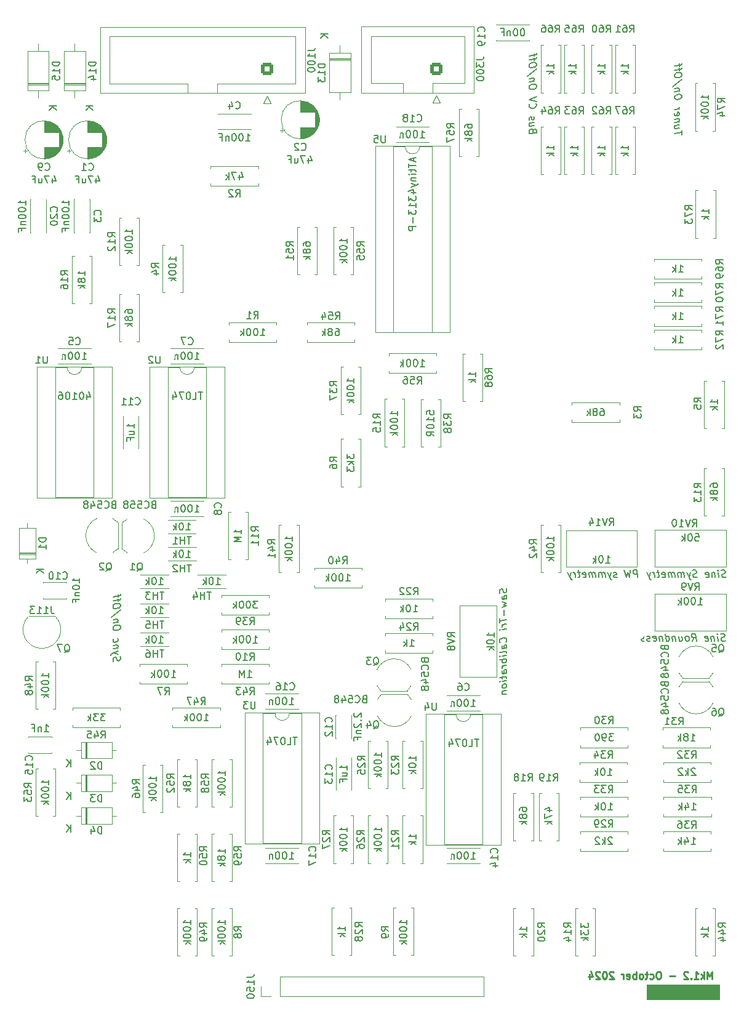
<source format=gbo>
G04 #@! TF.GenerationSoftware,KiCad,Pcbnew,8.0.5*
G04 #@! TF.CreationDate,2024-10-01T23:12:58+02:00*
G04 #@! TF.ProjectId,DMH_VCO_40106_PCB,444d485f-5643-44f5-9f34-303130365f50,1*
G04 #@! TF.SameCoordinates,Original*
G04 #@! TF.FileFunction,Legend,Bot*
G04 #@! TF.FilePolarity,Positive*
%FSLAX46Y46*%
G04 Gerber Fmt 4.6, Leading zero omitted, Abs format (unit mm)*
G04 Created by KiCad (PCBNEW 8.0.5) date 2024-10-01 23:12:58*
%MOMM*%
%LPD*%
G01*
G04 APERTURE LIST*
G04 Aperture macros list*
%AMRoundRect*
0 Rectangle with rounded corners*
0 $1 Rounding radius*
0 $2 $3 $4 $5 $6 $7 $8 $9 X,Y pos of 4 corners*
0 Add a 4 corners polygon primitive as box body*
4,1,4,$2,$3,$4,$5,$6,$7,$8,$9,$2,$3,0*
0 Add four circle primitives for the rounded corners*
1,1,$1+$1,$2,$3*
1,1,$1+$1,$4,$5*
1,1,$1+$1,$6,$7*
1,1,$1+$1,$8,$9*
0 Add four rect primitives between the rounded corners*
20,1,$1+$1,$2,$3,$4,$5,0*
20,1,$1+$1,$4,$5,$6,$7,0*
20,1,$1+$1,$6,$7,$8,$9,0*
20,1,$1+$1,$8,$9,$2,$3,0*%
G04 Aperture macros list end*
%ADD10C,0.100000*%
%ADD11C,0.250000*%
%ADD12C,0.150000*%
%ADD13C,0.120000*%
%ADD14R,1.800000X1.800000*%
%ADD15C,1.800000*%
%ADD16O,2.720000X3.240000*%
%ADD17C,1.440000*%
%ADD18C,2.500000*%
%ADD19R,1.524000X2.524000*%
%ADD20O,1.524000X2.524000*%
%ADD21R,1.700000X1.700000*%
%ADD22R,2.200000X2.200000*%
%ADD23O,2.200000X2.200000*%
%ADD24C,1.600000*%
%ADD25O,1.600000X1.600000*%
%ADD26R,1.600000X1.600000*%
%ADD27C,1.400000*%
%ADD28O,1.400000X1.400000*%
%ADD29RoundRect,0.250000X0.600000X-0.600000X0.600000X0.600000X-0.600000X0.600000X-0.600000X-0.600000X0*%
%ADD30C,1.700000*%
%ADD31R,1.500000X1.500000*%
%ADD32C,1.500000*%
%ADD33R,1.050000X1.500000*%
%ADD34O,1.050000X1.500000*%
%ADD35O,1.700000X1.700000*%
G04 APERTURE END LIST*
D10*
X137750000Y-195000000D02*
X147750000Y-195000000D01*
X147750000Y-197000000D01*
X137750000Y-197000000D01*
X137750000Y-195000000D01*
G36*
X137750000Y-195000000D02*
G01*
X147750000Y-195000000D01*
X147750000Y-197000000D01*
X137750000Y-197000000D01*
X137750000Y-195000000D01*
G37*
D11*
X146726190Y-194199619D02*
X146726190Y-193199619D01*
X146726190Y-193199619D02*
X146392857Y-193913904D01*
X146392857Y-193913904D02*
X146059524Y-193199619D01*
X146059524Y-193199619D02*
X146059524Y-194199619D01*
X145583333Y-194199619D02*
X145583333Y-193199619D01*
X145488095Y-193818666D02*
X145202381Y-194199619D01*
X145202381Y-193532952D02*
X145583333Y-193913904D01*
X144250000Y-194199619D02*
X144821428Y-194199619D01*
X144535714Y-194199619D02*
X144535714Y-193199619D01*
X144535714Y-193199619D02*
X144630952Y-193342476D01*
X144630952Y-193342476D02*
X144726190Y-193437714D01*
X144726190Y-193437714D02*
X144821428Y-193485333D01*
X143821428Y-194104380D02*
X143773809Y-194152000D01*
X143773809Y-194152000D02*
X143821428Y-194199619D01*
X143821428Y-194199619D02*
X143869047Y-194152000D01*
X143869047Y-194152000D02*
X143821428Y-194104380D01*
X143821428Y-194104380D02*
X143821428Y-194199619D01*
X143392857Y-193294857D02*
X143345238Y-193247238D01*
X143345238Y-193247238D02*
X143250000Y-193199619D01*
X143250000Y-193199619D02*
X143011905Y-193199619D01*
X143011905Y-193199619D02*
X142916667Y-193247238D01*
X142916667Y-193247238D02*
X142869048Y-193294857D01*
X142869048Y-193294857D02*
X142821429Y-193390095D01*
X142821429Y-193390095D02*
X142821429Y-193485333D01*
X142821429Y-193485333D02*
X142869048Y-193628190D01*
X142869048Y-193628190D02*
X143440476Y-194199619D01*
X143440476Y-194199619D02*
X142821429Y-194199619D01*
X141630952Y-193818666D02*
X140869048Y-193818666D01*
X139440476Y-193199619D02*
X139250000Y-193199619D01*
X139250000Y-193199619D02*
X139154762Y-193247238D01*
X139154762Y-193247238D02*
X139059524Y-193342476D01*
X139059524Y-193342476D02*
X139011905Y-193532952D01*
X139011905Y-193532952D02*
X139011905Y-193866285D01*
X139011905Y-193866285D02*
X139059524Y-194056761D01*
X139059524Y-194056761D02*
X139154762Y-194152000D01*
X139154762Y-194152000D02*
X139250000Y-194199619D01*
X139250000Y-194199619D02*
X139440476Y-194199619D01*
X139440476Y-194199619D02*
X139535714Y-194152000D01*
X139535714Y-194152000D02*
X139630952Y-194056761D01*
X139630952Y-194056761D02*
X139678571Y-193866285D01*
X139678571Y-193866285D02*
X139678571Y-193532952D01*
X139678571Y-193532952D02*
X139630952Y-193342476D01*
X139630952Y-193342476D02*
X139535714Y-193247238D01*
X139535714Y-193247238D02*
X139440476Y-193199619D01*
X138154762Y-194152000D02*
X138250000Y-194199619D01*
X138250000Y-194199619D02*
X138440476Y-194199619D01*
X138440476Y-194199619D02*
X138535714Y-194152000D01*
X138535714Y-194152000D02*
X138583333Y-194104380D01*
X138583333Y-194104380D02*
X138630952Y-194009142D01*
X138630952Y-194009142D02*
X138630952Y-193723428D01*
X138630952Y-193723428D02*
X138583333Y-193628190D01*
X138583333Y-193628190D02*
X138535714Y-193580571D01*
X138535714Y-193580571D02*
X138440476Y-193532952D01*
X138440476Y-193532952D02*
X138250000Y-193532952D01*
X138250000Y-193532952D02*
X138154762Y-193580571D01*
X137869047Y-193532952D02*
X137488095Y-193532952D01*
X137726190Y-193199619D02*
X137726190Y-194056761D01*
X137726190Y-194056761D02*
X137678571Y-194152000D01*
X137678571Y-194152000D02*
X137583333Y-194199619D01*
X137583333Y-194199619D02*
X137488095Y-194199619D01*
X137011904Y-194199619D02*
X137107142Y-194152000D01*
X137107142Y-194152000D02*
X137154761Y-194104380D01*
X137154761Y-194104380D02*
X137202380Y-194009142D01*
X137202380Y-194009142D02*
X137202380Y-193723428D01*
X137202380Y-193723428D02*
X137154761Y-193628190D01*
X137154761Y-193628190D02*
X137107142Y-193580571D01*
X137107142Y-193580571D02*
X137011904Y-193532952D01*
X137011904Y-193532952D02*
X136869047Y-193532952D01*
X136869047Y-193532952D02*
X136773809Y-193580571D01*
X136773809Y-193580571D02*
X136726190Y-193628190D01*
X136726190Y-193628190D02*
X136678571Y-193723428D01*
X136678571Y-193723428D02*
X136678571Y-194009142D01*
X136678571Y-194009142D02*
X136726190Y-194104380D01*
X136726190Y-194104380D02*
X136773809Y-194152000D01*
X136773809Y-194152000D02*
X136869047Y-194199619D01*
X136869047Y-194199619D02*
X137011904Y-194199619D01*
X136249999Y-194199619D02*
X136249999Y-193199619D01*
X136249999Y-193580571D02*
X136154761Y-193532952D01*
X136154761Y-193532952D02*
X135964285Y-193532952D01*
X135964285Y-193532952D02*
X135869047Y-193580571D01*
X135869047Y-193580571D02*
X135821428Y-193628190D01*
X135821428Y-193628190D02*
X135773809Y-193723428D01*
X135773809Y-193723428D02*
X135773809Y-194009142D01*
X135773809Y-194009142D02*
X135821428Y-194104380D01*
X135821428Y-194104380D02*
X135869047Y-194152000D01*
X135869047Y-194152000D02*
X135964285Y-194199619D01*
X135964285Y-194199619D02*
X136154761Y-194199619D01*
X136154761Y-194199619D02*
X136249999Y-194152000D01*
X134964285Y-194152000D02*
X135059523Y-194199619D01*
X135059523Y-194199619D02*
X135249999Y-194199619D01*
X135249999Y-194199619D02*
X135345237Y-194152000D01*
X135345237Y-194152000D02*
X135392856Y-194056761D01*
X135392856Y-194056761D02*
X135392856Y-193675809D01*
X135392856Y-193675809D02*
X135345237Y-193580571D01*
X135345237Y-193580571D02*
X135249999Y-193532952D01*
X135249999Y-193532952D02*
X135059523Y-193532952D01*
X135059523Y-193532952D02*
X134964285Y-193580571D01*
X134964285Y-193580571D02*
X134916666Y-193675809D01*
X134916666Y-193675809D02*
X134916666Y-193771047D01*
X134916666Y-193771047D02*
X135392856Y-193866285D01*
X134488094Y-194199619D02*
X134488094Y-193532952D01*
X134488094Y-193723428D02*
X134440475Y-193628190D01*
X134440475Y-193628190D02*
X134392856Y-193580571D01*
X134392856Y-193580571D02*
X134297618Y-193532952D01*
X134297618Y-193532952D02*
X134202380Y-193532952D01*
X133154760Y-193294857D02*
X133107141Y-193247238D01*
X133107141Y-193247238D02*
X133011903Y-193199619D01*
X133011903Y-193199619D02*
X132773808Y-193199619D01*
X132773808Y-193199619D02*
X132678570Y-193247238D01*
X132678570Y-193247238D02*
X132630951Y-193294857D01*
X132630951Y-193294857D02*
X132583332Y-193390095D01*
X132583332Y-193390095D02*
X132583332Y-193485333D01*
X132583332Y-193485333D02*
X132630951Y-193628190D01*
X132630951Y-193628190D02*
X133202379Y-194199619D01*
X133202379Y-194199619D02*
X132583332Y-194199619D01*
X131964284Y-193199619D02*
X131869046Y-193199619D01*
X131869046Y-193199619D02*
X131773808Y-193247238D01*
X131773808Y-193247238D02*
X131726189Y-193294857D01*
X131726189Y-193294857D02*
X131678570Y-193390095D01*
X131678570Y-193390095D02*
X131630951Y-193580571D01*
X131630951Y-193580571D02*
X131630951Y-193818666D01*
X131630951Y-193818666D02*
X131678570Y-194009142D01*
X131678570Y-194009142D02*
X131726189Y-194104380D01*
X131726189Y-194104380D02*
X131773808Y-194152000D01*
X131773808Y-194152000D02*
X131869046Y-194199619D01*
X131869046Y-194199619D02*
X131964284Y-194199619D01*
X131964284Y-194199619D02*
X132059522Y-194152000D01*
X132059522Y-194152000D02*
X132107141Y-194104380D01*
X132107141Y-194104380D02*
X132154760Y-194009142D01*
X132154760Y-194009142D02*
X132202379Y-193818666D01*
X132202379Y-193818666D02*
X132202379Y-193580571D01*
X132202379Y-193580571D02*
X132154760Y-193390095D01*
X132154760Y-193390095D02*
X132107141Y-193294857D01*
X132107141Y-193294857D02*
X132059522Y-193247238D01*
X132059522Y-193247238D02*
X131964284Y-193199619D01*
X131249998Y-193294857D02*
X131202379Y-193247238D01*
X131202379Y-193247238D02*
X131107141Y-193199619D01*
X131107141Y-193199619D02*
X130869046Y-193199619D01*
X130869046Y-193199619D02*
X130773808Y-193247238D01*
X130773808Y-193247238D02*
X130726189Y-193294857D01*
X130726189Y-193294857D02*
X130678570Y-193390095D01*
X130678570Y-193390095D02*
X130678570Y-193485333D01*
X130678570Y-193485333D02*
X130726189Y-193628190D01*
X130726189Y-193628190D02*
X131297617Y-194199619D01*
X131297617Y-194199619D02*
X130678570Y-194199619D01*
X129821427Y-193532952D02*
X129821427Y-194199619D01*
X130059522Y-193152000D02*
X130297617Y-193866285D01*
X130297617Y-193866285D02*
X129678570Y-193866285D01*
D12*
X122068990Y-77511905D02*
X122021371Y-77375000D01*
X122021371Y-77375000D02*
X121973752Y-77333334D01*
X121973752Y-77333334D02*
X121878514Y-77297619D01*
X121878514Y-77297619D02*
X121735657Y-77315477D01*
X121735657Y-77315477D02*
X121640419Y-77375000D01*
X121640419Y-77375000D02*
X121592800Y-77428572D01*
X121592800Y-77428572D02*
X121545180Y-77529762D01*
X121545180Y-77529762D02*
X121545180Y-77910715D01*
X121545180Y-77910715D02*
X122545180Y-77785715D01*
X122545180Y-77785715D02*
X122545180Y-77452381D01*
X122545180Y-77452381D02*
X122497561Y-77363096D01*
X122497561Y-77363096D02*
X122449942Y-77321429D01*
X122449942Y-77321429D02*
X122354704Y-77285715D01*
X122354704Y-77285715D02*
X122259466Y-77297619D01*
X122259466Y-77297619D02*
X122164228Y-77357143D01*
X122164228Y-77357143D02*
X122116609Y-77410715D01*
X122116609Y-77410715D02*
X122068990Y-77511905D01*
X122068990Y-77511905D02*
X122068990Y-77845238D01*
X122211847Y-76398810D02*
X121545180Y-76482143D01*
X122211847Y-76827381D02*
X121688038Y-76892858D01*
X121688038Y-76892858D02*
X121592800Y-76857143D01*
X121592800Y-76857143D02*
X121545180Y-76767858D01*
X121545180Y-76767858D02*
X121545180Y-76625000D01*
X121545180Y-76625000D02*
X121592800Y-76523810D01*
X121592800Y-76523810D02*
X121640419Y-76470238D01*
X121592800Y-76047619D02*
X121545180Y-75958334D01*
X121545180Y-75958334D02*
X121545180Y-75767857D01*
X121545180Y-75767857D02*
X121592800Y-75666667D01*
X121592800Y-75666667D02*
X121688038Y-75607143D01*
X121688038Y-75607143D02*
X121735657Y-75601191D01*
X121735657Y-75601191D02*
X121830895Y-75636905D01*
X121830895Y-75636905D02*
X121878514Y-75726191D01*
X121878514Y-75726191D02*
X121878514Y-75869048D01*
X121878514Y-75869048D02*
X121926133Y-75958334D01*
X121926133Y-75958334D02*
X122021371Y-75994048D01*
X122021371Y-75994048D02*
X122068990Y-75988096D01*
X122068990Y-75988096D02*
X122164228Y-75928572D01*
X122164228Y-75928572D02*
X122211847Y-75827381D01*
X122211847Y-75827381D02*
X122211847Y-75684524D01*
X122211847Y-75684524D02*
X122164228Y-75595238D01*
X121640419Y-73851190D02*
X121592800Y-73904762D01*
X121592800Y-73904762D02*
X121545180Y-74053571D01*
X121545180Y-74053571D02*
X121545180Y-74148809D01*
X121545180Y-74148809D02*
X121592800Y-74285714D01*
X121592800Y-74285714D02*
X121688038Y-74369047D01*
X121688038Y-74369047D02*
X121783276Y-74404762D01*
X121783276Y-74404762D02*
X121973752Y-74428571D01*
X121973752Y-74428571D02*
X122116609Y-74410714D01*
X122116609Y-74410714D02*
X122307085Y-74339286D01*
X122307085Y-74339286D02*
X122402323Y-74279762D01*
X122402323Y-74279762D02*
X122497561Y-74172619D01*
X122497561Y-74172619D02*
X122545180Y-74023809D01*
X122545180Y-74023809D02*
X122545180Y-73928571D01*
X122545180Y-73928571D02*
X122497561Y-73791667D01*
X122497561Y-73791667D02*
X122449942Y-73750000D01*
X122545180Y-73452381D02*
X121545180Y-73244047D01*
X121545180Y-73244047D02*
X122545180Y-72785714D01*
X122545180Y-71499999D02*
X122545180Y-71309523D01*
X122545180Y-71309523D02*
X122497561Y-71220238D01*
X122497561Y-71220238D02*
X122402323Y-71136904D01*
X122402323Y-71136904D02*
X122211847Y-71113095D01*
X122211847Y-71113095D02*
X121878514Y-71154761D01*
X121878514Y-71154761D02*
X121688038Y-71226190D01*
X121688038Y-71226190D02*
X121592800Y-71333333D01*
X121592800Y-71333333D02*
X121545180Y-71434523D01*
X121545180Y-71434523D02*
X121545180Y-71624999D01*
X121545180Y-71624999D02*
X121592800Y-71714285D01*
X121592800Y-71714285D02*
X121688038Y-71797619D01*
X121688038Y-71797619D02*
X121878514Y-71821428D01*
X121878514Y-71821428D02*
X122211847Y-71779761D01*
X122211847Y-71779761D02*
X122402323Y-71708333D01*
X122402323Y-71708333D02*
X122497561Y-71601190D01*
X122497561Y-71601190D02*
X122545180Y-71499999D01*
X122211847Y-70684523D02*
X121545180Y-70767857D01*
X122116609Y-70696428D02*
X122164228Y-70642857D01*
X122164228Y-70642857D02*
X122211847Y-70541666D01*
X122211847Y-70541666D02*
X122211847Y-70398809D01*
X122211847Y-70398809D02*
X122164228Y-70309523D01*
X122164228Y-70309523D02*
X122068990Y-70273809D01*
X122068990Y-70273809D02*
X121545180Y-70339285D01*
X122592800Y-69017857D02*
X121307085Y-70035714D01*
X122545180Y-68499999D02*
X122545180Y-68309523D01*
X122545180Y-68309523D02*
X122497561Y-68220238D01*
X122497561Y-68220238D02*
X122402323Y-68136904D01*
X122402323Y-68136904D02*
X122211847Y-68113095D01*
X122211847Y-68113095D02*
X121878514Y-68154761D01*
X121878514Y-68154761D02*
X121688038Y-68226190D01*
X121688038Y-68226190D02*
X121592800Y-68333333D01*
X121592800Y-68333333D02*
X121545180Y-68434523D01*
X121545180Y-68434523D02*
X121545180Y-68624999D01*
X121545180Y-68624999D02*
X121592800Y-68714285D01*
X121592800Y-68714285D02*
X121688038Y-68797619D01*
X121688038Y-68797619D02*
X121878514Y-68821428D01*
X121878514Y-68821428D02*
X122211847Y-68779761D01*
X122211847Y-68779761D02*
X122402323Y-68708333D01*
X122402323Y-68708333D02*
X122497561Y-68601190D01*
X122497561Y-68601190D02*
X122545180Y-68499999D01*
X122211847Y-67827380D02*
X122211847Y-67446428D01*
X121545180Y-67767857D02*
X122402323Y-67660714D01*
X122402323Y-67660714D02*
X122497561Y-67601190D01*
X122497561Y-67601190D02*
X122545180Y-67500000D01*
X122545180Y-67500000D02*
X122545180Y-67404761D01*
X122211847Y-67255951D02*
X122211847Y-66874999D01*
X121545180Y-67196428D02*
X122402323Y-67089285D01*
X122402323Y-67089285D02*
X122497561Y-67029761D01*
X122497561Y-67029761D02*
X122545180Y-66928571D01*
X122545180Y-66928571D02*
X122545180Y-66833332D01*
X64342800Y-150523809D02*
X64295180Y-150386905D01*
X64295180Y-150386905D02*
X64295180Y-150148809D01*
X64295180Y-150148809D02*
X64342800Y-150047619D01*
X64342800Y-150047619D02*
X64390419Y-149994047D01*
X64390419Y-149994047D02*
X64485657Y-149934524D01*
X64485657Y-149934524D02*
X64580895Y-149922619D01*
X64580895Y-149922619D02*
X64676133Y-149958333D01*
X64676133Y-149958333D02*
X64723752Y-150000000D01*
X64723752Y-150000000D02*
X64771371Y-150089286D01*
X64771371Y-150089286D02*
X64818990Y-150273809D01*
X64818990Y-150273809D02*
X64866609Y-150363095D01*
X64866609Y-150363095D02*
X64914228Y-150404762D01*
X64914228Y-150404762D02*
X65009466Y-150440476D01*
X65009466Y-150440476D02*
X65104704Y-150428571D01*
X65104704Y-150428571D02*
X65199942Y-150369047D01*
X65199942Y-150369047D02*
X65247561Y-150315476D01*
X65247561Y-150315476D02*
X65295180Y-150214286D01*
X65295180Y-150214286D02*
X65295180Y-149976190D01*
X65295180Y-149976190D02*
X65247561Y-149839286D01*
X64961847Y-149541666D02*
X64295180Y-149386905D01*
X64961847Y-149065476D02*
X64295180Y-149386905D01*
X64295180Y-149386905D02*
X64057085Y-149511905D01*
X64057085Y-149511905D02*
X64009466Y-149565476D01*
X64009466Y-149565476D02*
X63961847Y-149666666D01*
X64961847Y-148684523D02*
X64295180Y-148767857D01*
X64866609Y-148696428D02*
X64914228Y-148642857D01*
X64914228Y-148642857D02*
X64961847Y-148541666D01*
X64961847Y-148541666D02*
X64961847Y-148398809D01*
X64961847Y-148398809D02*
X64914228Y-148309523D01*
X64914228Y-148309523D02*
X64818990Y-148273809D01*
X64818990Y-148273809D02*
X64295180Y-148339285D01*
X64342800Y-147428571D02*
X64295180Y-147529761D01*
X64295180Y-147529761D02*
X64295180Y-147720238D01*
X64295180Y-147720238D02*
X64342800Y-147809523D01*
X64342800Y-147809523D02*
X64390419Y-147851190D01*
X64390419Y-147851190D02*
X64485657Y-147886904D01*
X64485657Y-147886904D02*
X64771371Y-147851190D01*
X64771371Y-147851190D02*
X64866609Y-147791666D01*
X64866609Y-147791666D02*
X64914228Y-147738095D01*
X64914228Y-147738095D02*
X64961847Y-147636904D01*
X64961847Y-147636904D02*
X64961847Y-147446428D01*
X64961847Y-147446428D02*
X64914228Y-147357142D01*
X65295180Y-145928570D02*
X65295180Y-145738094D01*
X65295180Y-145738094D02*
X65247561Y-145648809D01*
X65247561Y-145648809D02*
X65152323Y-145565475D01*
X65152323Y-145565475D02*
X64961847Y-145541666D01*
X64961847Y-145541666D02*
X64628514Y-145583332D01*
X64628514Y-145583332D02*
X64438038Y-145654761D01*
X64438038Y-145654761D02*
X64342800Y-145761904D01*
X64342800Y-145761904D02*
X64295180Y-145863094D01*
X64295180Y-145863094D02*
X64295180Y-146053570D01*
X64295180Y-146053570D02*
X64342800Y-146142856D01*
X64342800Y-146142856D02*
X64438038Y-146226190D01*
X64438038Y-146226190D02*
X64628514Y-146249999D01*
X64628514Y-146249999D02*
X64961847Y-146208332D01*
X64961847Y-146208332D02*
X65152323Y-146136904D01*
X65152323Y-146136904D02*
X65247561Y-146029761D01*
X65247561Y-146029761D02*
X65295180Y-145928570D01*
X64961847Y-145113094D02*
X64295180Y-145196428D01*
X64866609Y-145124999D02*
X64914228Y-145071428D01*
X64914228Y-145071428D02*
X64961847Y-144970237D01*
X64961847Y-144970237D02*
X64961847Y-144827380D01*
X64961847Y-144827380D02*
X64914228Y-144738094D01*
X64914228Y-144738094D02*
X64818990Y-144702380D01*
X64818990Y-144702380D02*
X64295180Y-144767856D01*
X65342800Y-143446428D02*
X64057085Y-144464285D01*
X65295180Y-142928570D02*
X65295180Y-142738094D01*
X65295180Y-142738094D02*
X65247561Y-142648809D01*
X65247561Y-142648809D02*
X65152323Y-142565475D01*
X65152323Y-142565475D02*
X64961847Y-142541666D01*
X64961847Y-142541666D02*
X64628514Y-142583332D01*
X64628514Y-142583332D02*
X64438038Y-142654761D01*
X64438038Y-142654761D02*
X64342800Y-142761904D01*
X64342800Y-142761904D02*
X64295180Y-142863094D01*
X64295180Y-142863094D02*
X64295180Y-143053570D01*
X64295180Y-143053570D02*
X64342800Y-143142856D01*
X64342800Y-143142856D02*
X64438038Y-143226190D01*
X64438038Y-143226190D02*
X64628514Y-143249999D01*
X64628514Y-143249999D02*
X64961847Y-143208332D01*
X64961847Y-143208332D02*
X65152323Y-143136904D01*
X65152323Y-143136904D02*
X65247561Y-143029761D01*
X65247561Y-143029761D02*
X65295180Y-142928570D01*
X64961847Y-142255951D02*
X64961847Y-141874999D01*
X64295180Y-142196428D02*
X65152323Y-142089285D01*
X65152323Y-142089285D02*
X65247561Y-142029761D01*
X65247561Y-142029761D02*
X65295180Y-141928571D01*
X65295180Y-141928571D02*
X65295180Y-141833332D01*
X64961847Y-141684522D02*
X64961847Y-141303570D01*
X64295180Y-141624999D02*
X65152323Y-141517856D01*
X65152323Y-141517856D02*
X65247561Y-141458332D01*
X65247561Y-141458332D02*
X65295180Y-141357142D01*
X65295180Y-141357142D02*
X65295180Y-141261903D01*
X142545180Y-78035715D02*
X142545180Y-77464286D01*
X141545180Y-77875001D02*
X142545180Y-77750001D01*
X142211847Y-76744048D02*
X141545180Y-76827381D01*
X142211847Y-77172619D02*
X141688038Y-77238096D01*
X141688038Y-77238096D02*
X141592800Y-77202381D01*
X141592800Y-77202381D02*
X141545180Y-77113096D01*
X141545180Y-77113096D02*
X141545180Y-76970238D01*
X141545180Y-76970238D02*
X141592800Y-76869048D01*
X141592800Y-76869048D02*
X141640419Y-76815476D01*
X142211847Y-76267857D02*
X141545180Y-76351191D01*
X142116609Y-76279762D02*
X142164228Y-76226191D01*
X142164228Y-76226191D02*
X142211847Y-76125000D01*
X142211847Y-76125000D02*
X142211847Y-75982143D01*
X142211847Y-75982143D02*
X142164228Y-75892857D01*
X142164228Y-75892857D02*
X142068990Y-75857143D01*
X142068990Y-75857143D02*
X141545180Y-75922619D01*
X141592800Y-75059524D02*
X141545180Y-75160714D01*
X141545180Y-75160714D02*
X141545180Y-75351191D01*
X141545180Y-75351191D02*
X141592800Y-75440476D01*
X141592800Y-75440476D02*
X141688038Y-75476191D01*
X141688038Y-75476191D02*
X142068990Y-75428572D01*
X142068990Y-75428572D02*
X142164228Y-75369048D01*
X142164228Y-75369048D02*
X142211847Y-75267857D01*
X142211847Y-75267857D02*
X142211847Y-75077381D01*
X142211847Y-75077381D02*
X142164228Y-74988095D01*
X142164228Y-74988095D02*
X142068990Y-74952381D01*
X142068990Y-74952381D02*
X141973752Y-74964286D01*
X141973752Y-74964286D02*
X141878514Y-75452381D01*
X141545180Y-74589286D02*
X142211847Y-74505952D01*
X142021371Y-74529762D02*
X142116609Y-74470238D01*
X142116609Y-74470238D02*
X142164228Y-74416667D01*
X142164228Y-74416667D02*
X142211847Y-74315476D01*
X142211847Y-74315476D02*
X142211847Y-74220238D01*
X142545180Y-72892856D02*
X142545180Y-72702380D01*
X142545180Y-72702380D02*
X142497561Y-72613095D01*
X142497561Y-72613095D02*
X142402323Y-72529761D01*
X142402323Y-72529761D02*
X142211847Y-72505952D01*
X142211847Y-72505952D02*
X141878514Y-72547618D01*
X141878514Y-72547618D02*
X141688038Y-72619047D01*
X141688038Y-72619047D02*
X141592800Y-72726190D01*
X141592800Y-72726190D02*
X141545180Y-72827380D01*
X141545180Y-72827380D02*
X141545180Y-73017856D01*
X141545180Y-73017856D02*
X141592800Y-73107142D01*
X141592800Y-73107142D02*
X141688038Y-73190476D01*
X141688038Y-73190476D02*
X141878514Y-73214285D01*
X141878514Y-73214285D02*
X142211847Y-73172618D01*
X142211847Y-73172618D02*
X142402323Y-73101190D01*
X142402323Y-73101190D02*
X142497561Y-72994047D01*
X142497561Y-72994047D02*
X142545180Y-72892856D01*
X142211847Y-72077380D02*
X141545180Y-72160714D01*
X142116609Y-72089285D02*
X142164228Y-72035714D01*
X142164228Y-72035714D02*
X142211847Y-71934523D01*
X142211847Y-71934523D02*
X142211847Y-71791666D01*
X142211847Y-71791666D02*
X142164228Y-71702380D01*
X142164228Y-71702380D02*
X142068990Y-71666666D01*
X142068990Y-71666666D02*
X141545180Y-71732142D01*
X142592800Y-70410714D02*
X141307085Y-71428571D01*
X142545180Y-69892856D02*
X142545180Y-69702380D01*
X142545180Y-69702380D02*
X142497561Y-69613095D01*
X142497561Y-69613095D02*
X142402323Y-69529761D01*
X142402323Y-69529761D02*
X142211847Y-69505952D01*
X142211847Y-69505952D02*
X141878514Y-69547618D01*
X141878514Y-69547618D02*
X141688038Y-69619047D01*
X141688038Y-69619047D02*
X141592800Y-69726190D01*
X141592800Y-69726190D02*
X141545180Y-69827380D01*
X141545180Y-69827380D02*
X141545180Y-70017856D01*
X141545180Y-70017856D02*
X141592800Y-70107142D01*
X141592800Y-70107142D02*
X141688038Y-70190476D01*
X141688038Y-70190476D02*
X141878514Y-70214285D01*
X141878514Y-70214285D02*
X142211847Y-70172618D01*
X142211847Y-70172618D02*
X142402323Y-70101190D01*
X142402323Y-70101190D02*
X142497561Y-69994047D01*
X142497561Y-69994047D02*
X142545180Y-69892856D01*
X142211847Y-69220237D02*
X142211847Y-68839285D01*
X141545180Y-69160714D02*
X142402323Y-69053571D01*
X142402323Y-69053571D02*
X142497561Y-68994047D01*
X142497561Y-68994047D02*
X142545180Y-68892857D01*
X142545180Y-68892857D02*
X142545180Y-68797618D01*
X142211847Y-68648808D02*
X142211847Y-68267856D01*
X141545180Y-68589285D02*
X142402323Y-68482142D01*
X142402323Y-68482142D02*
X142497561Y-68422618D01*
X142497561Y-68422618D02*
X142545180Y-68321428D01*
X142545180Y-68321428D02*
X142545180Y-68226189D01*
X56924819Y-68035714D02*
X55924819Y-68035714D01*
X55924819Y-68035714D02*
X55924819Y-68273809D01*
X55924819Y-68273809D02*
X55972438Y-68416666D01*
X55972438Y-68416666D02*
X56067676Y-68511904D01*
X56067676Y-68511904D02*
X56162914Y-68559523D01*
X56162914Y-68559523D02*
X56353390Y-68607142D01*
X56353390Y-68607142D02*
X56496247Y-68607142D01*
X56496247Y-68607142D02*
X56686723Y-68559523D01*
X56686723Y-68559523D02*
X56781961Y-68511904D01*
X56781961Y-68511904D02*
X56877200Y-68416666D01*
X56877200Y-68416666D02*
X56924819Y-68273809D01*
X56924819Y-68273809D02*
X56924819Y-68035714D01*
X56924819Y-69559523D02*
X56924819Y-68988095D01*
X56924819Y-69273809D02*
X55924819Y-69273809D01*
X55924819Y-69273809D02*
X56067676Y-69178571D01*
X56067676Y-69178571D02*
X56162914Y-69083333D01*
X56162914Y-69083333D02*
X56210533Y-68988095D01*
X55924819Y-70464285D02*
X55924819Y-69988095D01*
X55924819Y-69988095D02*
X56401009Y-69940476D01*
X56401009Y-69940476D02*
X56353390Y-69988095D01*
X56353390Y-69988095D02*
X56305771Y-70083333D01*
X56305771Y-70083333D02*
X56305771Y-70321428D01*
X56305771Y-70321428D02*
X56353390Y-70416666D01*
X56353390Y-70416666D02*
X56401009Y-70464285D01*
X56401009Y-70464285D02*
X56496247Y-70511904D01*
X56496247Y-70511904D02*
X56734342Y-70511904D01*
X56734342Y-70511904D02*
X56829580Y-70464285D01*
X56829580Y-70464285D02*
X56877200Y-70416666D01*
X56877200Y-70416666D02*
X56924819Y-70321428D01*
X56924819Y-70321428D02*
X56924819Y-70083333D01*
X56924819Y-70083333D02*
X56877200Y-69988095D01*
X56877200Y-69988095D02*
X56829580Y-69940476D01*
X56554819Y-74068095D02*
X55554819Y-74068095D01*
X56554819Y-74639523D02*
X55983390Y-74210952D01*
X55554819Y-74639523D02*
X56126247Y-74068095D01*
X98824819Y-93357142D02*
X98348628Y-93023809D01*
X98824819Y-92785714D02*
X97824819Y-92785714D01*
X97824819Y-92785714D02*
X97824819Y-93166666D01*
X97824819Y-93166666D02*
X97872438Y-93261904D01*
X97872438Y-93261904D02*
X97920057Y-93309523D01*
X97920057Y-93309523D02*
X98015295Y-93357142D01*
X98015295Y-93357142D02*
X98158152Y-93357142D01*
X98158152Y-93357142D02*
X98253390Y-93309523D01*
X98253390Y-93309523D02*
X98301009Y-93261904D01*
X98301009Y-93261904D02*
X98348628Y-93166666D01*
X98348628Y-93166666D02*
X98348628Y-92785714D01*
X97824819Y-94261904D02*
X97824819Y-93785714D01*
X97824819Y-93785714D02*
X98301009Y-93738095D01*
X98301009Y-93738095D02*
X98253390Y-93785714D01*
X98253390Y-93785714D02*
X98205771Y-93880952D01*
X98205771Y-93880952D02*
X98205771Y-94119047D01*
X98205771Y-94119047D02*
X98253390Y-94214285D01*
X98253390Y-94214285D02*
X98301009Y-94261904D01*
X98301009Y-94261904D02*
X98396247Y-94309523D01*
X98396247Y-94309523D02*
X98634342Y-94309523D01*
X98634342Y-94309523D02*
X98729580Y-94261904D01*
X98729580Y-94261904D02*
X98777200Y-94214285D01*
X98777200Y-94214285D02*
X98824819Y-94119047D01*
X98824819Y-94119047D02*
X98824819Y-93880952D01*
X98824819Y-93880952D02*
X98777200Y-93785714D01*
X98777200Y-93785714D02*
X98729580Y-93738095D01*
X97824819Y-95214285D02*
X97824819Y-94738095D01*
X97824819Y-94738095D02*
X98301009Y-94690476D01*
X98301009Y-94690476D02*
X98253390Y-94738095D01*
X98253390Y-94738095D02*
X98205771Y-94833333D01*
X98205771Y-94833333D02*
X98205771Y-95071428D01*
X98205771Y-95071428D02*
X98253390Y-95166666D01*
X98253390Y-95166666D02*
X98301009Y-95214285D01*
X98301009Y-95214285D02*
X98396247Y-95261904D01*
X98396247Y-95261904D02*
X98634342Y-95261904D01*
X98634342Y-95261904D02*
X98729580Y-95214285D01*
X98729580Y-95214285D02*
X98777200Y-95166666D01*
X98777200Y-95166666D02*
X98824819Y-95071428D01*
X98824819Y-95071428D02*
X98824819Y-94833333D01*
X98824819Y-94833333D02*
X98777200Y-94738095D01*
X98777200Y-94738095D02*
X98729580Y-94690476D01*
X96454819Y-92928571D02*
X96454819Y-92357143D01*
X96454819Y-92642857D02*
X95454819Y-92642857D01*
X95454819Y-92642857D02*
X95597676Y-92547619D01*
X95597676Y-92547619D02*
X95692914Y-92452381D01*
X95692914Y-92452381D02*
X95740533Y-92357143D01*
X95454819Y-93547619D02*
X95454819Y-93642857D01*
X95454819Y-93642857D02*
X95502438Y-93738095D01*
X95502438Y-93738095D02*
X95550057Y-93785714D01*
X95550057Y-93785714D02*
X95645295Y-93833333D01*
X95645295Y-93833333D02*
X95835771Y-93880952D01*
X95835771Y-93880952D02*
X96073866Y-93880952D01*
X96073866Y-93880952D02*
X96264342Y-93833333D01*
X96264342Y-93833333D02*
X96359580Y-93785714D01*
X96359580Y-93785714D02*
X96407200Y-93738095D01*
X96407200Y-93738095D02*
X96454819Y-93642857D01*
X96454819Y-93642857D02*
X96454819Y-93547619D01*
X96454819Y-93547619D02*
X96407200Y-93452381D01*
X96407200Y-93452381D02*
X96359580Y-93404762D01*
X96359580Y-93404762D02*
X96264342Y-93357143D01*
X96264342Y-93357143D02*
X96073866Y-93309524D01*
X96073866Y-93309524D02*
X95835771Y-93309524D01*
X95835771Y-93309524D02*
X95645295Y-93357143D01*
X95645295Y-93357143D02*
X95550057Y-93404762D01*
X95550057Y-93404762D02*
X95502438Y-93452381D01*
X95502438Y-93452381D02*
X95454819Y-93547619D01*
X95454819Y-94500000D02*
X95454819Y-94595238D01*
X95454819Y-94595238D02*
X95502438Y-94690476D01*
X95502438Y-94690476D02*
X95550057Y-94738095D01*
X95550057Y-94738095D02*
X95645295Y-94785714D01*
X95645295Y-94785714D02*
X95835771Y-94833333D01*
X95835771Y-94833333D02*
X96073866Y-94833333D01*
X96073866Y-94833333D02*
X96264342Y-94785714D01*
X96264342Y-94785714D02*
X96359580Y-94738095D01*
X96359580Y-94738095D02*
X96407200Y-94690476D01*
X96407200Y-94690476D02*
X96454819Y-94595238D01*
X96454819Y-94595238D02*
X96454819Y-94500000D01*
X96454819Y-94500000D02*
X96407200Y-94404762D01*
X96407200Y-94404762D02*
X96359580Y-94357143D01*
X96359580Y-94357143D02*
X96264342Y-94309524D01*
X96264342Y-94309524D02*
X96073866Y-94261905D01*
X96073866Y-94261905D02*
X95835771Y-94261905D01*
X95835771Y-94261905D02*
X95645295Y-94309524D01*
X95645295Y-94309524D02*
X95550057Y-94357143D01*
X95550057Y-94357143D02*
X95502438Y-94404762D01*
X95502438Y-94404762D02*
X95454819Y-94500000D01*
X96454819Y-95261905D02*
X95454819Y-95261905D01*
X96073866Y-95357143D02*
X96454819Y-95642857D01*
X95788152Y-95642857D02*
X96169104Y-95261905D01*
X148204819Y-102357142D02*
X147728628Y-102023809D01*
X148204819Y-101785714D02*
X147204819Y-101785714D01*
X147204819Y-101785714D02*
X147204819Y-102166666D01*
X147204819Y-102166666D02*
X147252438Y-102261904D01*
X147252438Y-102261904D02*
X147300057Y-102309523D01*
X147300057Y-102309523D02*
X147395295Y-102357142D01*
X147395295Y-102357142D02*
X147538152Y-102357142D01*
X147538152Y-102357142D02*
X147633390Y-102309523D01*
X147633390Y-102309523D02*
X147681009Y-102261904D01*
X147681009Y-102261904D02*
X147728628Y-102166666D01*
X147728628Y-102166666D02*
X147728628Y-101785714D01*
X147204819Y-102690476D02*
X147204819Y-103357142D01*
X147204819Y-103357142D02*
X148204819Y-102928571D01*
X148204819Y-104261904D02*
X148204819Y-103690476D01*
X148204819Y-103976190D02*
X147204819Y-103976190D01*
X147204819Y-103976190D02*
X147347676Y-103880952D01*
X147347676Y-103880952D02*
X147442914Y-103785714D01*
X147442914Y-103785714D02*
X147490533Y-103690476D01*
X142119047Y-103454819D02*
X142690475Y-103454819D01*
X142404761Y-103454819D02*
X142404761Y-102454819D01*
X142404761Y-102454819D02*
X142499999Y-102597676D01*
X142499999Y-102597676D02*
X142595237Y-102692914D01*
X142595237Y-102692914D02*
X142690475Y-102740533D01*
X141690475Y-103454819D02*
X141690475Y-102454819D01*
X141595237Y-103073866D02*
X141309523Y-103454819D01*
X141309523Y-102788152D02*
X141690475Y-103169104D01*
X101761904Y-78139819D02*
X101761904Y-78949342D01*
X101761904Y-78949342D02*
X101714285Y-79044580D01*
X101714285Y-79044580D02*
X101666666Y-79092200D01*
X101666666Y-79092200D02*
X101571428Y-79139819D01*
X101571428Y-79139819D02*
X101380952Y-79139819D01*
X101380952Y-79139819D02*
X101285714Y-79092200D01*
X101285714Y-79092200D02*
X101238095Y-79044580D01*
X101238095Y-79044580D02*
X101190476Y-78949342D01*
X101190476Y-78949342D02*
X101190476Y-78139819D01*
X100238095Y-78139819D02*
X100714285Y-78139819D01*
X100714285Y-78139819D02*
X100761904Y-78616009D01*
X100761904Y-78616009D02*
X100714285Y-78568390D01*
X100714285Y-78568390D02*
X100619047Y-78520771D01*
X100619047Y-78520771D02*
X100380952Y-78520771D01*
X100380952Y-78520771D02*
X100285714Y-78568390D01*
X100285714Y-78568390D02*
X100238095Y-78616009D01*
X100238095Y-78616009D02*
X100190476Y-78711247D01*
X100190476Y-78711247D02*
X100190476Y-78949342D01*
X100190476Y-78949342D02*
X100238095Y-79044580D01*
X100238095Y-79044580D02*
X100285714Y-79092200D01*
X100285714Y-79092200D02*
X100380952Y-79139819D01*
X100380952Y-79139819D02*
X100619047Y-79139819D01*
X100619047Y-79139819D02*
X100714285Y-79092200D01*
X100714285Y-79092200D02*
X100761904Y-79044580D01*
X105669104Y-81250000D02*
X105669104Y-81726190D01*
X105954819Y-81154762D02*
X104954819Y-81488095D01*
X104954819Y-81488095D02*
X105954819Y-81821428D01*
X104954819Y-82011905D02*
X104954819Y-82583333D01*
X105954819Y-82297619D02*
X104954819Y-82297619D01*
X105288152Y-82773810D02*
X105288152Y-83154762D01*
X104954819Y-82916667D02*
X105811961Y-82916667D01*
X105811961Y-82916667D02*
X105907200Y-82964286D01*
X105907200Y-82964286D02*
X105954819Y-83059524D01*
X105954819Y-83059524D02*
X105954819Y-83154762D01*
X105954819Y-83488096D02*
X105288152Y-83488096D01*
X104954819Y-83488096D02*
X105002438Y-83440477D01*
X105002438Y-83440477D02*
X105050057Y-83488096D01*
X105050057Y-83488096D02*
X105002438Y-83535715D01*
X105002438Y-83535715D02*
X104954819Y-83488096D01*
X104954819Y-83488096D02*
X105050057Y-83488096D01*
X105288152Y-83964286D02*
X105954819Y-83964286D01*
X105383390Y-83964286D02*
X105335771Y-84011905D01*
X105335771Y-84011905D02*
X105288152Y-84107143D01*
X105288152Y-84107143D02*
X105288152Y-84250000D01*
X105288152Y-84250000D02*
X105335771Y-84345238D01*
X105335771Y-84345238D02*
X105431009Y-84392857D01*
X105431009Y-84392857D02*
X105954819Y-84392857D01*
X105288152Y-84773810D02*
X105954819Y-85011905D01*
X105288152Y-85250000D02*
X105954819Y-85011905D01*
X105954819Y-85011905D02*
X106192914Y-84916667D01*
X106192914Y-84916667D02*
X106240533Y-84869048D01*
X106240533Y-84869048D02*
X106288152Y-84773810D01*
X105288152Y-86059524D02*
X105954819Y-86059524D01*
X104907200Y-85821429D02*
X105621485Y-85583334D01*
X105621485Y-85583334D02*
X105621485Y-86202381D01*
X104954819Y-86488096D02*
X104954819Y-87107143D01*
X104954819Y-87107143D02*
X105335771Y-86773810D01*
X105335771Y-86773810D02*
X105335771Y-86916667D01*
X105335771Y-86916667D02*
X105383390Y-87011905D01*
X105383390Y-87011905D02*
X105431009Y-87059524D01*
X105431009Y-87059524D02*
X105526247Y-87107143D01*
X105526247Y-87107143D02*
X105764342Y-87107143D01*
X105764342Y-87107143D02*
X105859580Y-87059524D01*
X105859580Y-87059524D02*
X105907200Y-87011905D01*
X105907200Y-87011905D02*
X105954819Y-86916667D01*
X105954819Y-86916667D02*
X105954819Y-86630953D01*
X105954819Y-86630953D02*
X105907200Y-86535715D01*
X105907200Y-86535715D02*
X105859580Y-86488096D01*
X105954819Y-88059524D02*
X105954819Y-87488096D01*
X105954819Y-87773810D02*
X104954819Y-87773810D01*
X104954819Y-87773810D02*
X105097676Y-87678572D01*
X105097676Y-87678572D02*
X105192914Y-87583334D01*
X105192914Y-87583334D02*
X105240533Y-87488096D01*
X104954819Y-88392858D02*
X104954819Y-89011905D01*
X104954819Y-89011905D02*
X105335771Y-88678572D01*
X105335771Y-88678572D02*
X105335771Y-88821429D01*
X105335771Y-88821429D02*
X105383390Y-88916667D01*
X105383390Y-88916667D02*
X105431009Y-88964286D01*
X105431009Y-88964286D02*
X105526247Y-89011905D01*
X105526247Y-89011905D02*
X105764342Y-89011905D01*
X105764342Y-89011905D02*
X105859580Y-88964286D01*
X105859580Y-88964286D02*
X105907200Y-88916667D01*
X105907200Y-88916667D02*
X105954819Y-88821429D01*
X105954819Y-88821429D02*
X105954819Y-88535715D01*
X105954819Y-88535715D02*
X105907200Y-88440477D01*
X105907200Y-88440477D02*
X105859580Y-88392858D01*
X105573866Y-89440477D02*
X105573866Y-90202382D01*
X105954819Y-90678572D02*
X104954819Y-90678572D01*
X104954819Y-90678572D02*
X104954819Y-91059524D01*
X104954819Y-91059524D02*
X105002438Y-91154762D01*
X105002438Y-91154762D02*
X105050057Y-91202381D01*
X105050057Y-91202381D02*
X105145295Y-91250000D01*
X105145295Y-91250000D02*
X105288152Y-91250000D01*
X105288152Y-91250000D02*
X105383390Y-91202381D01*
X105383390Y-91202381D02*
X105431009Y-91154762D01*
X105431009Y-91154762D02*
X105478628Y-91059524D01*
X105478628Y-91059524D02*
X105478628Y-90678572D01*
X101084819Y-117047142D02*
X100608628Y-116713809D01*
X101084819Y-116475714D02*
X100084819Y-116475714D01*
X100084819Y-116475714D02*
X100084819Y-116856666D01*
X100084819Y-116856666D02*
X100132438Y-116951904D01*
X100132438Y-116951904D02*
X100180057Y-116999523D01*
X100180057Y-116999523D02*
X100275295Y-117047142D01*
X100275295Y-117047142D02*
X100418152Y-117047142D01*
X100418152Y-117047142D02*
X100513390Y-116999523D01*
X100513390Y-116999523D02*
X100561009Y-116951904D01*
X100561009Y-116951904D02*
X100608628Y-116856666D01*
X100608628Y-116856666D02*
X100608628Y-116475714D01*
X101084819Y-117999523D02*
X101084819Y-117428095D01*
X101084819Y-117713809D02*
X100084819Y-117713809D01*
X100084819Y-117713809D02*
X100227676Y-117618571D01*
X100227676Y-117618571D02*
X100322914Y-117523333D01*
X100322914Y-117523333D02*
X100370533Y-117428095D01*
X100084819Y-118904285D02*
X100084819Y-118428095D01*
X100084819Y-118428095D02*
X100561009Y-118380476D01*
X100561009Y-118380476D02*
X100513390Y-118428095D01*
X100513390Y-118428095D02*
X100465771Y-118523333D01*
X100465771Y-118523333D02*
X100465771Y-118761428D01*
X100465771Y-118761428D02*
X100513390Y-118856666D01*
X100513390Y-118856666D02*
X100561009Y-118904285D01*
X100561009Y-118904285D02*
X100656247Y-118951904D01*
X100656247Y-118951904D02*
X100894342Y-118951904D01*
X100894342Y-118951904D02*
X100989580Y-118904285D01*
X100989580Y-118904285D02*
X101037200Y-118856666D01*
X101037200Y-118856666D02*
X101084819Y-118761428D01*
X101084819Y-118761428D02*
X101084819Y-118523333D01*
X101084819Y-118523333D02*
X101037200Y-118428095D01*
X101037200Y-118428095D02*
X100989580Y-118380476D01*
X103454819Y-116678571D02*
X103454819Y-116107143D01*
X103454819Y-116392857D02*
X102454819Y-116392857D01*
X102454819Y-116392857D02*
X102597676Y-116297619D01*
X102597676Y-116297619D02*
X102692914Y-116202381D01*
X102692914Y-116202381D02*
X102740533Y-116107143D01*
X102454819Y-117297619D02*
X102454819Y-117392857D01*
X102454819Y-117392857D02*
X102502438Y-117488095D01*
X102502438Y-117488095D02*
X102550057Y-117535714D01*
X102550057Y-117535714D02*
X102645295Y-117583333D01*
X102645295Y-117583333D02*
X102835771Y-117630952D01*
X102835771Y-117630952D02*
X103073866Y-117630952D01*
X103073866Y-117630952D02*
X103264342Y-117583333D01*
X103264342Y-117583333D02*
X103359580Y-117535714D01*
X103359580Y-117535714D02*
X103407200Y-117488095D01*
X103407200Y-117488095D02*
X103454819Y-117392857D01*
X103454819Y-117392857D02*
X103454819Y-117297619D01*
X103454819Y-117297619D02*
X103407200Y-117202381D01*
X103407200Y-117202381D02*
X103359580Y-117154762D01*
X103359580Y-117154762D02*
X103264342Y-117107143D01*
X103264342Y-117107143D02*
X103073866Y-117059524D01*
X103073866Y-117059524D02*
X102835771Y-117059524D01*
X102835771Y-117059524D02*
X102645295Y-117107143D01*
X102645295Y-117107143D02*
X102550057Y-117154762D01*
X102550057Y-117154762D02*
X102502438Y-117202381D01*
X102502438Y-117202381D02*
X102454819Y-117297619D01*
X102454819Y-118250000D02*
X102454819Y-118345238D01*
X102454819Y-118345238D02*
X102502438Y-118440476D01*
X102502438Y-118440476D02*
X102550057Y-118488095D01*
X102550057Y-118488095D02*
X102645295Y-118535714D01*
X102645295Y-118535714D02*
X102835771Y-118583333D01*
X102835771Y-118583333D02*
X103073866Y-118583333D01*
X103073866Y-118583333D02*
X103264342Y-118535714D01*
X103264342Y-118535714D02*
X103359580Y-118488095D01*
X103359580Y-118488095D02*
X103407200Y-118440476D01*
X103407200Y-118440476D02*
X103454819Y-118345238D01*
X103454819Y-118345238D02*
X103454819Y-118250000D01*
X103454819Y-118250000D02*
X103407200Y-118154762D01*
X103407200Y-118154762D02*
X103359580Y-118107143D01*
X103359580Y-118107143D02*
X103264342Y-118059524D01*
X103264342Y-118059524D02*
X103073866Y-118011905D01*
X103073866Y-118011905D02*
X102835771Y-118011905D01*
X102835771Y-118011905D02*
X102645295Y-118059524D01*
X102645295Y-118059524D02*
X102550057Y-118107143D01*
X102550057Y-118107143D02*
X102502438Y-118154762D01*
X102502438Y-118154762D02*
X102454819Y-118250000D01*
X103454819Y-119011905D02*
X102454819Y-119011905D01*
X103073866Y-119107143D02*
X103454819Y-119392857D01*
X102788152Y-119392857D02*
X103169104Y-119011905D01*
X54961554Y-82859580D02*
X55009173Y-82907200D01*
X55009173Y-82907200D02*
X55152030Y-82954819D01*
X55152030Y-82954819D02*
X55247268Y-82954819D01*
X55247268Y-82954819D02*
X55390125Y-82907200D01*
X55390125Y-82907200D02*
X55485363Y-82811961D01*
X55485363Y-82811961D02*
X55532982Y-82716723D01*
X55532982Y-82716723D02*
X55580601Y-82526247D01*
X55580601Y-82526247D02*
X55580601Y-82383390D01*
X55580601Y-82383390D02*
X55532982Y-82192914D01*
X55532982Y-82192914D02*
X55485363Y-82097676D01*
X55485363Y-82097676D02*
X55390125Y-82002438D01*
X55390125Y-82002438D02*
X55247268Y-81954819D01*
X55247268Y-81954819D02*
X55152030Y-81954819D01*
X55152030Y-81954819D02*
X55009173Y-82002438D01*
X55009173Y-82002438D02*
X54961554Y-82050057D01*
X54485363Y-82954819D02*
X54294887Y-82954819D01*
X54294887Y-82954819D02*
X54199649Y-82907200D01*
X54199649Y-82907200D02*
X54152030Y-82859580D01*
X54152030Y-82859580D02*
X54056792Y-82716723D01*
X54056792Y-82716723D02*
X54009173Y-82526247D01*
X54009173Y-82526247D02*
X54009173Y-82145295D01*
X54009173Y-82145295D02*
X54056792Y-82050057D01*
X54056792Y-82050057D02*
X54104411Y-82002438D01*
X54104411Y-82002438D02*
X54199649Y-81954819D01*
X54199649Y-81954819D02*
X54390125Y-81954819D01*
X54390125Y-81954819D02*
X54485363Y-82002438D01*
X54485363Y-82002438D02*
X54532982Y-82050057D01*
X54532982Y-82050057D02*
X54580601Y-82145295D01*
X54580601Y-82145295D02*
X54580601Y-82383390D01*
X54580601Y-82383390D02*
X54532982Y-82478628D01*
X54532982Y-82478628D02*
X54485363Y-82526247D01*
X54485363Y-82526247D02*
X54390125Y-82573866D01*
X54390125Y-82573866D02*
X54199649Y-82573866D01*
X54199649Y-82573866D02*
X54104411Y-82526247D01*
X54104411Y-82526247D02*
X54056792Y-82478628D01*
X54056792Y-82478628D02*
X54009173Y-82383390D01*
X55961554Y-84038152D02*
X55961554Y-84704819D01*
X56199649Y-83657200D02*
X56437744Y-84371485D01*
X56437744Y-84371485D02*
X55818697Y-84371485D01*
X55532982Y-83704819D02*
X54866316Y-83704819D01*
X54866316Y-83704819D02*
X55294887Y-84704819D01*
X54056792Y-84038152D02*
X54056792Y-84704819D01*
X54485363Y-84038152D02*
X54485363Y-84561961D01*
X54485363Y-84561961D02*
X54437744Y-84657200D01*
X54437744Y-84657200D02*
X54342506Y-84704819D01*
X54342506Y-84704819D02*
X54199649Y-84704819D01*
X54199649Y-84704819D02*
X54104411Y-84657200D01*
X54104411Y-84657200D02*
X54056792Y-84609580D01*
X53247268Y-84181009D02*
X53580601Y-84181009D01*
X53580601Y-84704819D02*
X53580601Y-83704819D01*
X53580601Y-83704819D02*
X53104411Y-83704819D01*
X123704819Y-187107142D02*
X123228628Y-186773809D01*
X123704819Y-186535714D02*
X122704819Y-186535714D01*
X122704819Y-186535714D02*
X122704819Y-186916666D01*
X122704819Y-186916666D02*
X122752438Y-187011904D01*
X122752438Y-187011904D02*
X122800057Y-187059523D01*
X122800057Y-187059523D02*
X122895295Y-187107142D01*
X122895295Y-187107142D02*
X123038152Y-187107142D01*
X123038152Y-187107142D02*
X123133390Y-187059523D01*
X123133390Y-187059523D02*
X123181009Y-187011904D01*
X123181009Y-187011904D02*
X123228628Y-186916666D01*
X123228628Y-186916666D02*
X123228628Y-186535714D01*
X122800057Y-187488095D02*
X122752438Y-187535714D01*
X122752438Y-187535714D02*
X122704819Y-187630952D01*
X122704819Y-187630952D02*
X122704819Y-187869047D01*
X122704819Y-187869047D02*
X122752438Y-187964285D01*
X122752438Y-187964285D02*
X122800057Y-188011904D01*
X122800057Y-188011904D02*
X122895295Y-188059523D01*
X122895295Y-188059523D02*
X122990533Y-188059523D01*
X122990533Y-188059523D02*
X123133390Y-188011904D01*
X123133390Y-188011904D02*
X123704819Y-187440476D01*
X123704819Y-187440476D02*
X123704819Y-188059523D01*
X122704819Y-188678571D02*
X122704819Y-188773809D01*
X122704819Y-188773809D02*
X122752438Y-188869047D01*
X122752438Y-188869047D02*
X122800057Y-188916666D01*
X122800057Y-188916666D02*
X122895295Y-188964285D01*
X122895295Y-188964285D02*
X123085771Y-189011904D01*
X123085771Y-189011904D02*
X123323866Y-189011904D01*
X123323866Y-189011904D02*
X123514342Y-188964285D01*
X123514342Y-188964285D02*
X123609580Y-188916666D01*
X123609580Y-188916666D02*
X123657200Y-188869047D01*
X123657200Y-188869047D02*
X123704819Y-188773809D01*
X123704819Y-188773809D02*
X123704819Y-188678571D01*
X123704819Y-188678571D02*
X123657200Y-188583333D01*
X123657200Y-188583333D02*
X123609580Y-188535714D01*
X123609580Y-188535714D02*
X123514342Y-188488095D01*
X123514342Y-188488095D02*
X123323866Y-188440476D01*
X123323866Y-188440476D02*
X123085771Y-188440476D01*
X123085771Y-188440476D02*
X122895295Y-188488095D01*
X122895295Y-188488095D02*
X122800057Y-188535714D01*
X122800057Y-188535714D02*
X122752438Y-188583333D01*
X122752438Y-188583333D02*
X122704819Y-188678571D01*
X121204819Y-187630952D02*
X121204819Y-187059524D01*
X121204819Y-187345238D02*
X120204819Y-187345238D01*
X120204819Y-187345238D02*
X120347676Y-187250000D01*
X120347676Y-187250000D02*
X120442914Y-187154762D01*
X120442914Y-187154762D02*
X120490533Y-187059524D01*
X121204819Y-188059524D02*
X120204819Y-188059524D01*
X120823866Y-188154762D02*
X121204819Y-188440476D01*
X120538152Y-188440476D02*
X120919104Y-188059524D01*
X135392857Y-63954819D02*
X135726190Y-63478628D01*
X135964285Y-63954819D02*
X135964285Y-62954819D01*
X135964285Y-62954819D02*
X135583333Y-62954819D01*
X135583333Y-62954819D02*
X135488095Y-63002438D01*
X135488095Y-63002438D02*
X135440476Y-63050057D01*
X135440476Y-63050057D02*
X135392857Y-63145295D01*
X135392857Y-63145295D02*
X135392857Y-63288152D01*
X135392857Y-63288152D02*
X135440476Y-63383390D01*
X135440476Y-63383390D02*
X135488095Y-63431009D01*
X135488095Y-63431009D02*
X135583333Y-63478628D01*
X135583333Y-63478628D02*
X135964285Y-63478628D01*
X134535714Y-62954819D02*
X134726190Y-62954819D01*
X134726190Y-62954819D02*
X134821428Y-63002438D01*
X134821428Y-63002438D02*
X134869047Y-63050057D01*
X134869047Y-63050057D02*
X134964285Y-63192914D01*
X134964285Y-63192914D02*
X135011904Y-63383390D01*
X135011904Y-63383390D02*
X135011904Y-63764342D01*
X135011904Y-63764342D02*
X134964285Y-63859580D01*
X134964285Y-63859580D02*
X134916666Y-63907200D01*
X134916666Y-63907200D02*
X134821428Y-63954819D01*
X134821428Y-63954819D02*
X134630952Y-63954819D01*
X134630952Y-63954819D02*
X134535714Y-63907200D01*
X134535714Y-63907200D02*
X134488095Y-63859580D01*
X134488095Y-63859580D02*
X134440476Y-63764342D01*
X134440476Y-63764342D02*
X134440476Y-63526247D01*
X134440476Y-63526247D02*
X134488095Y-63431009D01*
X134488095Y-63431009D02*
X134535714Y-63383390D01*
X134535714Y-63383390D02*
X134630952Y-63335771D01*
X134630952Y-63335771D02*
X134821428Y-63335771D01*
X134821428Y-63335771D02*
X134916666Y-63383390D01*
X134916666Y-63383390D02*
X134964285Y-63431009D01*
X134964285Y-63431009D02*
X135011904Y-63526247D01*
X133488095Y-63954819D02*
X134059523Y-63954819D01*
X133773809Y-63954819D02*
X133773809Y-62954819D01*
X133773809Y-62954819D02*
X133869047Y-63097676D01*
X133869047Y-63097676D02*
X133964285Y-63192914D01*
X133964285Y-63192914D02*
X134059523Y-63240533D01*
X135204819Y-68880952D02*
X135204819Y-68309524D01*
X135204819Y-68595238D02*
X134204819Y-68595238D01*
X134204819Y-68595238D02*
X134347676Y-68500000D01*
X134347676Y-68500000D02*
X134442914Y-68404762D01*
X134442914Y-68404762D02*
X134490533Y-68309524D01*
X135204819Y-69309524D02*
X134204819Y-69309524D01*
X134823866Y-69404762D02*
X135204819Y-69690476D01*
X134538152Y-69690476D02*
X134919104Y-69309524D01*
X83831904Y-156039819D02*
X83831904Y-156849342D01*
X83831904Y-156849342D02*
X83784285Y-156944580D01*
X83784285Y-156944580D02*
X83736666Y-156992200D01*
X83736666Y-156992200D02*
X83641428Y-157039819D01*
X83641428Y-157039819D02*
X83450952Y-157039819D01*
X83450952Y-157039819D02*
X83355714Y-156992200D01*
X83355714Y-156992200D02*
X83308095Y-156944580D01*
X83308095Y-156944580D02*
X83260476Y-156849342D01*
X83260476Y-156849342D02*
X83260476Y-156039819D01*
X82879523Y-156039819D02*
X82260476Y-156039819D01*
X82260476Y-156039819D02*
X82593809Y-156420771D01*
X82593809Y-156420771D02*
X82450952Y-156420771D01*
X82450952Y-156420771D02*
X82355714Y-156468390D01*
X82355714Y-156468390D02*
X82308095Y-156516009D01*
X82308095Y-156516009D02*
X82260476Y-156611247D01*
X82260476Y-156611247D02*
X82260476Y-156849342D01*
X82260476Y-156849342D02*
X82308095Y-156944580D01*
X82308095Y-156944580D02*
X82355714Y-156992200D01*
X82355714Y-156992200D02*
X82450952Y-157039819D01*
X82450952Y-157039819D02*
X82736666Y-157039819D01*
X82736666Y-157039819D02*
X82831904Y-156992200D01*
X82831904Y-156992200D02*
X82879523Y-156944580D01*
X89619047Y-160954819D02*
X89047619Y-160954819D01*
X89333333Y-161954819D02*
X89333333Y-160954819D01*
X88238095Y-161954819D02*
X88714285Y-161954819D01*
X88714285Y-161954819D02*
X88714285Y-160954819D01*
X87714285Y-160954819D02*
X87619047Y-160954819D01*
X87619047Y-160954819D02*
X87523809Y-161002438D01*
X87523809Y-161002438D02*
X87476190Y-161050057D01*
X87476190Y-161050057D02*
X87428571Y-161145295D01*
X87428571Y-161145295D02*
X87380952Y-161335771D01*
X87380952Y-161335771D02*
X87380952Y-161573866D01*
X87380952Y-161573866D02*
X87428571Y-161764342D01*
X87428571Y-161764342D02*
X87476190Y-161859580D01*
X87476190Y-161859580D02*
X87523809Y-161907200D01*
X87523809Y-161907200D02*
X87619047Y-161954819D01*
X87619047Y-161954819D02*
X87714285Y-161954819D01*
X87714285Y-161954819D02*
X87809523Y-161907200D01*
X87809523Y-161907200D02*
X87857142Y-161859580D01*
X87857142Y-161859580D02*
X87904761Y-161764342D01*
X87904761Y-161764342D02*
X87952380Y-161573866D01*
X87952380Y-161573866D02*
X87952380Y-161335771D01*
X87952380Y-161335771D02*
X87904761Y-161145295D01*
X87904761Y-161145295D02*
X87857142Y-161050057D01*
X87857142Y-161050057D02*
X87809523Y-161002438D01*
X87809523Y-161002438D02*
X87714285Y-160954819D01*
X87047618Y-160954819D02*
X86380952Y-160954819D01*
X86380952Y-160954819D02*
X86809523Y-161954819D01*
X85571428Y-161288152D02*
X85571428Y-161954819D01*
X85809523Y-160907200D02*
X86047618Y-161621485D01*
X86047618Y-161621485D02*
X85428571Y-161621485D01*
X71285713Y-144954819D02*
X70714285Y-144954819D01*
X70999999Y-145954819D02*
X70999999Y-144954819D01*
X70380951Y-145954819D02*
X70380951Y-144954819D01*
X70380951Y-145431009D02*
X69809523Y-145431009D01*
X69809523Y-145954819D02*
X69809523Y-144954819D01*
X68857142Y-144954819D02*
X69333332Y-144954819D01*
X69333332Y-144954819D02*
X69380951Y-145431009D01*
X69380951Y-145431009D02*
X69333332Y-145383390D01*
X69333332Y-145383390D02*
X69238094Y-145335771D01*
X69238094Y-145335771D02*
X68999999Y-145335771D01*
X68999999Y-145335771D02*
X68904761Y-145383390D01*
X68904761Y-145383390D02*
X68857142Y-145431009D01*
X68857142Y-145431009D02*
X68809523Y-145526247D01*
X68809523Y-145526247D02*
X68809523Y-145764342D01*
X68809523Y-145764342D02*
X68857142Y-145859580D01*
X68857142Y-145859580D02*
X68904761Y-145907200D01*
X68904761Y-145907200D02*
X68999999Y-145954819D01*
X68999999Y-145954819D02*
X69238094Y-145954819D01*
X69238094Y-145954819D02*
X69333332Y-145907200D01*
X69333332Y-145907200D02*
X69380951Y-145859580D01*
X70595238Y-143954819D02*
X71166666Y-143954819D01*
X70880952Y-143954819D02*
X70880952Y-142954819D01*
X70880952Y-142954819D02*
X70976190Y-143097676D01*
X70976190Y-143097676D02*
X71071428Y-143192914D01*
X71071428Y-143192914D02*
X71166666Y-143240533D01*
X69976190Y-142954819D02*
X69880952Y-142954819D01*
X69880952Y-142954819D02*
X69785714Y-143002438D01*
X69785714Y-143002438D02*
X69738095Y-143050057D01*
X69738095Y-143050057D02*
X69690476Y-143145295D01*
X69690476Y-143145295D02*
X69642857Y-143335771D01*
X69642857Y-143335771D02*
X69642857Y-143573866D01*
X69642857Y-143573866D02*
X69690476Y-143764342D01*
X69690476Y-143764342D02*
X69738095Y-143859580D01*
X69738095Y-143859580D02*
X69785714Y-143907200D01*
X69785714Y-143907200D02*
X69880952Y-143954819D01*
X69880952Y-143954819D02*
X69976190Y-143954819D01*
X69976190Y-143954819D02*
X70071428Y-143907200D01*
X70071428Y-143907200D02*
X70119047Y-143859580D01*
X70119047Y-143859580D02*
X70166666Y-143764342D01*
X70166666Y-143764342D02*
X70214285Y-143573866D01*
X70214285Y-143573866D02*
X70214285Y-143335771D01*
X70214285Y-143335771D02*
X70166666Y-143145295D01*
X70166666Y-143145295D02*
X70119047Y-143050057D01*
X70119047Y-143050057D02*
X70071428Y-143002438D01*
X70071428Y-143002438D02*
X69976190Y-142954819D01*
X69214285Y-143954819D02*
X69214285Y-142954819D01*
X69119047Y-143573866D02*
X68833333Y-143954819D01*
X68833333Y-143288152D02*
X69214285Y-143669104D01*
X91054819Y-66484285D02*
X91769104Y-66484285D01*
X91769104Y-66484285D02*
X91911961Y-66436666D01*
X91911961Y-66436666D02*
X92007200Y-66341428D01*
X92007200Y-66341428D02*
X92054819Y-66198571D01*
X92054819Y-66198571D02*
X92054819Y-66103333D01*
X92054819Y-67484285D02*
X92054819Y-66912857D01*
X92054819Y-67198571D02*
X91054819Y-67198571D01*
X91054819Y-67198571D02*
X91197676Y-67103333D01*
X91197676Y-67103333D02*
X91292914Y-67008095D01*
X91292914Y-67008095D02*
X91340533Y-66912857D01*
X91054819Y-68103333D02*
X91054819Y-68198571D01*
X91054819Y-68198571D02*
X91102438Y-68293809D01*
X91102438Y-68293809D02*
X91150057Y-68341428D01*
X91150057Y-68341428D02*
X91245295Y-68389047D01*
X91245295Y-68389047D02*
X91435771Y-68436666D01*
X91435771Y-68436666D02*
X91673866Y-68436666D01*
X91673866Y-68436666D02*
X91864342Y-68389047D01*
X91864342Y-68389047D02*
X91959580Y-68341428D01*
X91959580Y-68341428D02*
X92007200Y-68293809D01*
X92007200Y-68293809D02*
X92054819Y-68198571D01*
X92054819Y-68198571D02*
X92054819Y-68103333D01*
X92054819Y-68103333D02*
X92007200Y-68008095D01*
X92007200Y-68008095D02*
X91959580Y-67960476D01*
X91959580Y-67960476D02*
X91864342Y-67912857D01*
X91864342Y-67912857D02*
X91673866Y-67865238D01*
X91673866Y-67865238D02*
X91435771Y-67865238D01*
X91435771Y-67865238D02*
X91245295Y-67912857D01*
X91245295Y-67912857D02*
X91150057Y-67960476D01*
X91150057Y-67960476D02*
X91102438Y-68008095D01*
X91102438Y-68008095D02*
X91054819Y-68103333D01*
X91054819Y-69055714D02*
X91054819Y-69150952D01*
X91054819Y-69150952D02*
X91102438Y-69246190D01*
X91102438Y-69246190D02*
X91150057Y-69293809D01*
X91150057Y-69293809D02*
X91245295Y-69341428D01*
X91245295Y-69341428D02*
X91435771Y-69389047D01*
X91435771Y-69389047D02*
X91673866Y-69389047D01*
X91673866Y-69389047D02*
X91864342Y-69341428D01*
X91864342Y-69341428D02*
X91959580Y-69293809D01*
X91959580Y-69293809D02*
X92007200Y-69246190D01*
X92007200Y-69246190D02*
X92054819Y-69150952D01*
X92054819Y-69150952D02*
X92054819Y-69055714D01*
X92054819Y-69055714D02*
X92007200Y-68960476D01*
X92007200Y-68960476D02*
X91959580Y-68912857D01*
X91959580Y-68912857D02*
X91864342Y-68865238D01*
X91864342Y-68865238D02*
X91673866Y-68817619D01*
X91673866Y-68817619D02*
X91435771Y-68817619D01*
X91435771Y-68817619D02*
X91245295Y-68865238D01*
X91245295Y-68865238D02*
X91150057Y-68912857D01*
X91150057Y-68912857D02*
X91102438Y-68960476D01*
X91102438Y-68960476D02*
X91054819Y-69055714D01*
X62642857Y-161074819D02*
X62976190Y-160598628D01*
X63214285Y-161074819D02*
X63214285Y-160074819D01*
X63214285Y-160074819D02*
X62833333Y-160074819D01*
X62833333Y-160074819D02*
X62738095Y-160122438D01*
X62738095Y-160122438D02*
X62690476Y-160170057D01*
X62690476Y-160170057D02*
X62642857Y-160265295D01*
X62642857Y-160265295D02*
X62642857Y-160408152D01*
X62642857Y-160408152D02*
X62690476Y-160503390D01*
X62690476Y-160503390D02*
X62738095Y-160551009D01*
X62738095Y-160551009D02*
X62833333Y-160598628D01*
X62833333Y-160598628D02*
X63214285Y-160598628D01*
X61785714Y-160408152D02*
X61785714Y-161074819D01*
X62023809Y-160027200D02*
X62261904Y-160741485D01*
X62261904Y-160741485D02*
X61642857Y-160741485D01*
X60785714Y-160074819D02*
X61261904Y-160074819D01*
X61261904Y-160074819D02*
X61309523Y-160551009D01*
X61309523Y-160551009D02*
X61261904Y-160503390D01*
X61261904Y-160503390D02*
X61166666Y-160455771D01*
X61166666Y-160455771D02*
X60928571Y-160455771D01*
X60928571Y-160455771D02*
X60833333Y-160503390D01*
X60833333Y-160503390D02*
X60785714Y-160551009D01*
X60785714Y-160551009D02*
X60738095Y-160646247D01*
X60738095Y-160646247D02*
X60738095Y-160884342D01*
X60738095Y-160884342D02*
X60785714Y-160979580D01*
X60785714Y-160979580D02*
X60833333Y-161027200D01*
X60833333Y-161027200D02*
X60928571Y-161074819D01*
X60928571Y-161074819D02*
X61166666Y-161074819D01*
X61166666Y-161074819D02*
X61261904Y-161027200D01*
X61261904Y-161027200D02*
X61309523Y-160979580D01*
X63214285Y-157704819D02*
X62595238Y-157704819D01*
X62595238Y-157704819D02*
X62928571Y-158085771D01*
X62928571Y-158085771D02*
X62785714Y-158085771D01*
X62785714Y-158085771D02*
X62690476Y-158133390D01*
X62690476Y-158133390D02*
X62642857Y-158181009D01*
X62642857Y-158181009D02*
X62595238Y-158276247D01*
X62595238Y-158276247D02*
X62595238Y-158514342D01*
X62595238Y-158514342D02*
X62642857Y-158609580D01*
X62642857Y-158609580D02*
X62690476Y-158657200D01*
X62690476Y-158657200D02*
X62785714Y-158704819D01*
X62785714Y-158704819D02*
X63071428Y-158704819D01*
X63071428Y-158704819D02*
X63166666Y-158657200D01*
X63166666Y-158657200D02*
X63214285Y-158609580D01*
X62261904Y-157704819D02*
X61642857Y-157704819D01*
X61642857Y-157704819D02*
X61976190Y-158085771D01*
X61976190Y-158085771D02*
X61833333Y-158085771D01*
X61833333Y-158085771D02*
X61738095Y-158133390D01*
X61738095Y-158133390D02*
X61690476Y-158181009D01*
X61690476Y-158181009D02*
X61642857Y-158276247D01*
X61642857Y-158276247D02*
X61642857Y-158514342D01*
X61642857Y-158514342D02*
X61690476Y-158609580D01*
X61690476Y-158609580D02*
X61738095Y-158657200D01*
X61738095Y-158657200D02*
X61833333Y-158704819D01*
X61833333Y-158704819D02*
X62119047Y-158704819D01*
X62119047Y-158704819D02*
X62214285Y-158657200D01*
X62214285Y-158657200D02*
X62261904Y-158609580D01*
X61214285Y-158704819D02*
X61214285Y-157704819D01*
X61119047Y-158323866D02*
X60833333Y-158704819D01*
X60833333Y-158038152D02*
X61214285Y-158419104D01*
X115359580Y-63857142D02*
X115407200Y-63809523D01*
X115407200Y-63809523D02*
X115454819Y-63666666D01*
X115454819Y-63666666D02*
X115454819Y-63571428D01*
X115454819Y-63571428D02*
X115407200Y-63428571D01*
X115407200Y-63428571D02*
X115311961Y-63333333D01*
X115311961Y-63333333D02*
X115216723Y-63285714D01*
X115216723Y-63285714D02*
X115026247Y-63238095D01*
X115026247Y-63238095D02*
X114883390Y-63238095D01*
X114883390Y-63238095D02*
X114692914Y-63285714D01*
X114692914Y-63285714D02*
X114597676Y-63333333D01*
X114597676Y-63333333D02*
X114502438Y-63428571D01*
X114502438Y-63428571D02*
X114454819Y-63571428D01*
X114454819Y-63571428D02*
X114454819Y-63666666D01*
X114454819Y-63666666D02*
X114502438Y-63809523D01*
X114502438Y-63809523D02*
X114550057Y-63857142D01*
X115454819Y-64809523D02*
X115454819Y-64238095D01*
X115454819Y-64523809D02*
X114454819Y-64523809D01*
X114454819Y-64523809D02*
X114597676Y-64428571D01*
X114597676Y-64428571D02*
X114692914Y-64333333D01*
X114692914Y-64333333D02*
X114740533Y-64238095D01*
X115454819Y-65285714D02*
X115454819Y-65476190D01*
X115454819Y-65476190D02*
X115407200Y-65571428D01*
X115407200Y-65571428D02*
X115359580Y-65619047D01*
X115359580Y-65619047D02*
X115216723Y-65714285D01*
X115216723Y-65714285D02*
X115026247Y-65761904D01*
X115026247Y-65761904D02*
X114645295Y-65761904D01*
X114645295Y-65761904D02*
X114550057Y-65714285D01*
X114550057Y-65714285D02*
X114502438Y-65666666D01*
X114502438Y-65666666D02*
X114454819Y-65571428D01*
X114454819Y-65571428D02*
X114454819Y-65380952D01*
X114454819Y-65380952D02*
X114502438Y-65285714D01*
X114502438Y-65285714D02*
X114550057Y-65238095D01*
X114550057Y-65238095D02*
X114645295Y-65190476D01*
X114645295Y-65190476D02*
X114883390Y-65190476D01*
X114883390Y-65190476D02*
X114978628Y-65238095D01*
X114978628Y-65238095D02*
X115026247Y-65285714D01*
X115026247Y-65285714D02*
X115073866Y-65380952D01*
X115073866Y-65380952D02*
X115073866Y-65571428D01*
X115073866Y-65571428D02*
X115026247Y-65666666D01*
X115026247Y-65666666D02*
X114978628Y-65714285D01*
X114978628Y-65714285D02*
X114883390Y-65761904D01*
X121297619Y-64454819D02*
X121869047Y-64454819D01*
X121583333Y-64454819D02*
X121583333Y-63454819D01*
X121583333Y-63454819D02*
X121678571Y-63597676D01*
X121678571Y-63597676D02*
X121773809Y-63692914D01*
X121773809Y-63692914D02*
X121869047Y-63740533D01*
X120678571Y-63454819D02*
X120583333Y-63454819D01*
X120583333Y-63454819D02*
X120488095Y-63502438D01*
X120488095Y-63502438D02*
X120440476Y-63550057D01*
X120440476Y-63550057D02*
X120392857Y-63645295D01*
X120392857Y-63645295D02*
X120345238Y-63835771D01*
X120345238Y-63835771D02*
X120345238Y-64073866D01*
X120345238Y-64073866D02*
X120392857Y-64264342D01*
X120392857Y-64264342D02*
X120440476Y-64359580D01*
X120440476Y-64359580D02*
X120488095Y-64407200D01*
X120488095Y-64407200D02*
X120583333Y-64454819D01*
X120583333Y-64454819D02*
X120678571Y-64454819D01*
X120678571Y-64454819D02*
X120773809Y-64407200D01*
X120773809Y-64407200D02*
X120821428Y-64359580D01*
X120821428Y-64359580D02*
X120869047Y-64264342D01*
X120869047Y-64264342D02*
X120916666Y-64073866D01*
X120916666Y-64073866D02*
X120916666Y-63835771D01*
X120916666Y-63835771D02*
X120869047Y-63645295D01*
X120869047Y-63645295D02*
X120821428Y-63550057D01*
X120821428Y-63550057D02*
X120773809Y-63502438D01*
X120773809Y-63502438D02*
X120678571Y-63454819D01*
X119726190Y-63454819D02*
X119630952Y-63454819D01*
X119630952Y-63454819D02*
X119535714Y-63502438D01*
X119535714Y-63502438D02*
X119488095Y-63550057D01*
X119488095Y-63550057D02*
X119440476Y-63645295D01*
X119440476Y-63645295D02*
X119392857Y-63835771D01*
X119392857Y-63835771D02*
X119392857Y-64073866D01*
X119392857Y-64073866D02*
X119440476Y-64264342D01*
X119440476Y-64264342D02*
X119488095Y-64359580D01*
X119488095Y-64359580D02*
X119535714Y-64407200D01*
X119535714Y-64407200D02*
X119630952Y-64454819D01*
X119630952Y-64454819D02*
X119726190Y-64454819D01*
X119726190Y-64454819D02*
X119821428Y-64407200D01*
X119821428Y-64407200D02*
X119869047Y-64359580D01*
X119869047Y-64359580D02*
X119916666Y-64264342D01*
X119916666Y-64264342D02*
X119964285Y-64073866D01*
X119964285Y-64073866D02*
X119964285Y-63835771D01*
X119964285Y-63835771D02*
X119916666Y-63645295D01*
X119916666Y-63645295D02*
X119869047Y-63550057D01*
X119869047Y-63550057D02*
X119821428Y-63502438D01*
X119821428Y-63502438D02*
X119726190Y-63454819D01*
X118964285Y-63788152D02*
X118964285Y-64454819D01*
X118964285Y-63883390D02*
X118916666Y-63835771D01*
X118916666Y-63835771D02*
X118821428Y-63788152D01*
X118821428Y-63788152D02*
X118678571Y-63788152D01*
X118678571Y-63788152D02*
X118583333Y-63835771D01*
X118583333Y-63835771D02*
X118535714Y-63931009D01*
X118535714Y-63931009D02*
X118535714Y-64454819D01*
X117726190Y-63931009D02*
X118059523Y-63931009D01*
X118059523Y-64454819D02*
X118059523Y-63454819D01*
X118059523Y-63454819D02*
X117583333Y-63454819D01*
X70761904Y-108499819D02*
X70761904Y-109309342D01*
X70761904Y-109309342D02*
X70714285Y-109404580D01*
X70714285Y-109404580D02*
X70666666Y-109452200D01*
X70666666Y-109452200D02*
X70571428Y-109499819D01*
X70571428Y-109499819D02*
X70380952Y-109499819D01*
X70380952Y-109499819D02*
X70285714Y-109452200D01*
X70285714Y-109452200D02*
X70238095Y-109404580D01*
X70238095Y-109404580D02*
X70190476Y-109309342D01*
X70190476Y-109309342D02*
X70190476Y-108499819D01*
X69761904Y-108595057D02*
X69714285Y-108547438D01*
X69714285Y-108547438D02*
X69619047Y-108499819D01*
X69619047Y-108499819D02*
X69380952Y-108499819D01*
X69380952Y-108499819D02*
X69285714Y-108547438D01*
X69285714Y-108547438D02*
X69238095Y-108595057D01*
X69238095Y-108595057D02*
X69190476Y-108690295D01*
X69190476Y-108690295D02*
X69190476Y-108785533D01*
X69190476Y-108785533D02*
X69238095Y-108928390D01*
X69238095Y-108928390D02*
X69809523Y-109499819D01*
X69809523Y-109499819D02*
X69190476Y-109499819D01*
X76609047Y-113454819D02*
X76037619Y-113454819D01*
X76323333Y-114454819D02*
X76323333Y-113454819D01*
X75228095Y-114454819D02*
X75704285Y-114454819D01*
X75704285Y-114454819D02*
X75704285Y-113454819D01*
X74704285Y-113454819D02*
X74609047Y-113454819D01*
X74609047Y-113454819D02*
X74513809Y-113502438D01*
X74513809Y-113502438D02*
X74466190Y-113550057D01*
X74466190Y-113550057D02*
X74418571Y-113645295D01*
X74418571Y-113645295D02*
X74370952Y-113835771D01*
X74370952Y-113835771D02*
X74370952Y-114073866D01*
X74370952Y-114073866D02*
X74418571Y-114264342D01*
X74418571Y-114264342D02*
X74466190Y-114359580D01*
X74466190Y-114359580D02*
X74513809Y-114407200D01*
X74513809Y-114407200D02*
X74609047Y-114454819D01*
X74609047Y-114454819D02*
X74704285Y-114454819D01*
X74704285Y-114454819D02*
X74799523Y-114407200D01*
X74799523Y-114407200D02*
X74847142Y-114359580D01*
X74847142Y-114359580D02*
X74894761Y-114264342D01*
X74894761Y-114264342D02*
X74942380Y-114073866D01*
X74942380Y-114073866D02*
X74942380Y-113835771D01*
X74942380Y-113835771D02*
X74894761Y-113645295D01*
X74894761Y-113645295D02*
X74847142Y-113550057D01*
X74847142Y-113550057D02*
X74799523Y-113502438D01*
X74799523Y-113502438D02*
X74704285Y-113454819D01*
X74037618Y-113454819D02*
X73370952Y-113454819D01*
X73370952Y-113454819D02*
X73799523Y-114454819D01*
X72561428Y-113788152D02*
X72561428Y-114454819D01*
X72799523Y-113407200D02*
X73037618Y-114121485D01*
X73037618Y-114121485D02*
X72418571Y-114121485D01*
X83666666Y-103334819D02*
X83999999Y-102858628D01*
X84238094Y-103334819D02*
X84238094Y-102334819D01*
X84238094Y-102334819D02*
X83857142Y-102334819D01*
X83857142Y-102334819D02*
X83761904Y-102382438D01*
X83761904Y-102382438D02*
X83714285Y-102430057D01*
X83714285Y-102430057D02*
X83666666Y-102525295D01*
X83666666Y-102525295D02*
X83666666Y-102668152D01*
X83666666Y-102668152D02*
X83714285Y-102763390D01*
X83714285Y-102763390D02*
X83761904Y-102811009D01*
X83761904Y-102811009D02*
X83857142Y-102858628D01*
X83857142Y-102858628D02*
X84238094Y-102858628D01*
X82714285Y-103334819D02*
X83285713Y-103334819D01*
X82999999Y-103334819D02*
X82999999Y-102334819D01*
X82999999Y-102334819D02*
X83095237Y-102477676D01*
X83095237Y-102477676D02*
X83190475Y-102572914D01*
X83190475Y-102572914D02*
X83285713Y-102620533D01*
X84571428Y-105704819D02*
X85142856Y-105704819D01*
X84857142Y-105704819D02*
X84857142Y-104704819D01*
X84857142Y-104704819D02*
X84952380Y-104847676D01*
X84952380Y-104847676D02*
X85047618Y-104942914D01*
X85047618Y-104942914D02*
X85142856Y-104990533D01*
X83952380Y-104704819D02*
X83857142Y-104704819D01*
X83857142Y-104704819D02*
X83761904Y-104752438D01*
X83761904Y-104752438D02*
X83714285Y-104800057D01*
X83714285Y-104800057D02*
X83666666Y-104895295D01*
X83666666Y-104895295D02*
X83619047Y-105085771D01*
X83619047Y-105085771D02*
X83619047Y-105323866D01*
X83619047Y-105323866D02*
X83666666Y-105514342D01*
X83666666Y-105514342D02*
X83714285Y-105609580D01*
X83714285Y-105609580D02*
X83761904Y-105657200D01*
X83761904Y-105657200D02*
X83857142Y-105704819D01*
X83857142Y-105704819D02*
X83952380Y-105704819D01*
X83952380Y-105704819D02*
X84047618Y-105657200D01*
X84047618Y-105657200D02*
X84095237Y-105609580D01*
X84095237Y-105609580D02*
X84142856Y-105514342D01*
X84142856Y-105514342D02*
X84190475Y-105323866D01*
X84190475Y-105323866D02*
X84190475Y-105085771D01*
X84190475Y-105085771D02*
X84142856Y-104895295D01*
X84142856Y-104895295D02*
X84095237Y-104800057D01*
X84095237Y-104800057D02*
X84047618Y-104752438D01*
X84047618Y-104752438D02*
X83952380Y-104704819D01*
X82999999Y-104704819D02*
X82904761Y-104704819D01*
X82904761Y-104704819D02*
X82809523Y-104752438D01*
X82809523Y-104752438D02*
X82761904Y-104800057D01*
X82761904Y-104800057D02*
X82714285Y-104895295D01*
X82714285Y-104895295D02*
X82666666Y-105085771D01*
X82666666Y-105085771D02*
X82666666Y-105323866D01*
X82666666Y-105323866D02*
X82714285Y-105514342D01*
X82714285Y-105514342D02*
X82761904Y-105609580D01*
X82761904Y-105609580D02*
X82809523Y-105657200D01*
X82809523Y-105657200D02*
X82904761Y-105704819D01*
X82904761Y-105704819D02*
X82999999Y-105704819D01*
X82999999Y-105704819D02*
X83095237Y-105657200D01*
X83095237Y-105657200D02*
X83142856Y-105609580D01*
X83142856Y-105609580D02*
X83190475Y-105514342D01*
X83190475Y-105514342D02*
X83238094Y-105323866D01*
X83238094Y-105323866D02*
X83238094Y-105085771D01*
X83238094Y-105085771D02*
X83190475Y-104895295D01*
X83190475Y-104895295D02*
X83142856Y-104800057D01*
X83142856Y-104800057D02*
X83095237Y-104752438D01*
X83095237Y-104752438D02*
X82999999Y-104704819D01*
X82238094Y-105704819D02*
X82238094Y-104704819D01*
X82142856Y-105323866D02*
X81857142Y-105704819D01*
X81857142Y-105038152D02*
X82238094Y-105419104D01*
X143892857Y-163834819D02*
X144226190Y-163358628D01*
X144464285Y-163834819D02*
X144464285Y-162834819D01*
X144464285Y-162834819D02*
X144083333Y-162834819D01*
X144083333Y-162834819D02*
X143988095Y-162882438D01*
X143988095Y-162882438D02*
X143940476Y-162930057D01*
X143940476Y-162930057D02*
X143892857Y-163025295D01*
X143892857Y-163025295D02*
X143892857Y-163168152D01*
X143892857Y-163168152D02*
X143940476Y-163263390D01*
X143940476Y-163263390D02*
X143988095Y-163311009D01*
X143988095Y-163311009D02*
X144083333Y-163358628D01*
X144083333Y-163358628D02*
X144464285Y-163358628D01*
X143559523Y-162834819D02*
X142940476Y-162834819D01*
X142940476Y-162834819D02*
X143273809Y-163215771D01*
X143273809Y-163215771D02*
X143130952Y-163215771D01*
X143130952Y-163215771D02*
X143035714Y-163263390D01*
X143035714Y-163263390D02*
X142988095Y-163311009D01*
X142988095Y-163311009D02*
X142940476Y-163406247D01*
X142940476Y-163406247D02*
X142940476Y-163644342D01*
X142940476Y-163644342D02*
X142988095Y-163739580D01*
X142988095Y-163739580D02*
X143035714Y-163787200D01*
X143035714Y-163787200D02*
X143130952Y-163834819D01*
X143130952Y-163834819D02*
X143416666Y-163834819D01*
X143416666Y-163834819D02*
X143511904Y-163787200D01*
X143511904Y-163787200D02*
X143559523Y-163739580D01*
X142559523Y-162930057D02*
X142511904Y-162882438D01*
X142511904Y-162882438D02*
X142416666Y-162834819D01*
X142416666Y-162834819D02*
X142178571Y-162834819D01*
X142178571Y-162834819D02*
X142083333Y-162882438D01*
X142083333Y-162882438D02*
X142035714Y-162930057D01*
X142035714Y-162930057D02*
X141988095Y-163025295D01*
X141988095Y-163025295D02*
X141988095Y-163120533D01*
X141988095Y-163120533D02*
X142035714Y-163263390D01*
X142035714Y-163263390D02*
X142607142Y-163834819D01*
X142607142Y-163834819D02*
X141988095Y-163834819D01*
X144416666Y-165300057D02*
X144369047Y-165252438D01*
X144369047Y-165252438D02*
X144273809Y-165204819D01*
X144273809Y-165204819D02*
X144035714Y-165204819D01*
X144035714Y-165204819D02*
X143940476Y-165252438D01*
X143940476Y-165252438D02*
X143892857Y-165300057D01*
X143892857Y-165300057D02*
X143845238Y-165395295D01*
X143845238Y-165395295D02*
X143845238Y-165490533D01*
X143845238Y-165490533D02*
X143892857Y-165633390D01*
X143892857Y-165633390D02*
X144464285Y-166204819D01*
X144464285Y-166204819D02*
X143845238Y-166204819D01*
X143416666Y-166204819D02*
X143416666Y-165204819D01*
X143321428Y-165823866D02*
X143035714Y-166204819D01*
X143035714Y-165538152D02*
X143416666Y-165919104D01*
X142654761Y-165300057D02*
X142607142Y-165252438D01*
X142607142Y-165252438D02*
X142511904Y-165204819D01*
X142511904Y-165204819D02*
X142273809Y-165204819D01*
X142273809Y-165204819D02*
X142178571Y-165252438D01*
X142178571Y-165252438D02*
X142130952Y-165300057D01*
X142130952Y-165300057D02*
X142083333Y-165395295D01*
X142083333Y-165395295D02*
X142083333Y-165490533D01*
X142083333Y-165490533D02*
X142130952Y-165633390D01*
X142130952Y-165633390D02*
X142702380Y-166204819D01*
X142702380Y-166204819D02*
X142083333Y-166204819D01*
X79109580Y-129333333D02*
X79157200Y-129285714D01*
X79157200Y-129285714D02*
X79204819Y-129142857D01*
X79204819Y-129142857D02*
X79204819Y-129047619D01*
X79204819Y-129047619D02*
X79157200Y-128904762D01*
X79157200Y-128904762D02*
X79061961Y-128809524D01*
X79061961Y-128809524D02*
X78966723Y-128761905D01*
X78966723Y-128761905D02*
X78776247Y-128714286D01*
X78776247Y-128714286D02*
X78633390Y-128714286D01*
X78633390Y-128714286D02*
X78442914Y-128761905D01*
X78442914Y-128761905D02*
X78347676Y-128809524D01*
X78347676Y-128809524D02*
X78252438Y-128904762D01*
X78252438Y-128904762D02*
X78204819Y-129047619D01*
X78204819Y-129047619D02*
X78204819Y-129142857D01*
X78204819Y-129142857D02*
X78252438Y-129285714D01*
X78252438Y-129285714D02*
X78300057Y-129333333D01*
X78633390Y-129904762D02*
X78585771Y-129809524D01*
X78585771Y-129809524D02*
X78538152Y-129761905D01*
X78538152Y-129761905D02*
X78442914Y-129714286D01*
X78442914Y-129714286D02*
X78395295Y-129714286D01*
X78395295Y-129714286D02*
X78300057Y-129761905D01*
X78300057Y-129761905D02*
X78252438Y-129809524D01*
X78252438Y-129809524D02*
X78204819Y-129904762D01*
X78204819Y-129904762D02*
X78204819Y-130095238D01*
X78204819Y-130095238D02*
X78252438Y-130190476D01*
X78252438Y-130190476D02*
X78300057Y-130238095D01*
X78300057Y-130238095D02*
X78395295Y-130285714D01*
X78395295Y-130285714D02*
X78442914Y-130285714D01*
X78442914Y-130285714D02*
X78538152Y-130238095D01*
X78538152Y-130238095D02*
X78585771Y-130190476D01*
X78585771Y-130190476D02*
X78633390Y-130095238D01*
X78633390Y-130095238D02*
X78633390Y-129904762D01*
X78633390Y-129904762D02*
X78681009Y-129809524D01*
X78681009Y-129809524D02*
X78728628Y-129761905D01*
X78728628Y-129761905D02*
X78823866Y-129714286D01*
X78823866Y-129714286D02*
X79014342Y-129714286D01*
X79014342Y-129714286D02*
X79109580Y-129761905D01*
X79109580Y-129761905D02*
X79157200Y-129809524D01*
X79157200Y-129809524D02*
X79204819Y-129904762D01*
X79204819Y-129904762D02*
X79204819Y-130095238D01*
X79204819Y-130095238D02*
X79157200Y-130190476D01*
X79157200Y-130190476D02*
X79109580Y-130238095D01*
X79109580Y-130238095D02*
X79014342Y-130285714D01*
X79014342Y-130285714D02*
X78823866Y-130285714D01*
X78823866Y-130285714D02*
X78728628Y-130238095D01*
X78728628Y-130238095D02*
X78681009Y-130190476D01*
X78681009Y-130190476D02*
X78633390Y-130095238D01*
X75547619Y-129954819D02*
X76119047Y-129954819D01*
X75833333Y-129954819D02*
X75833333Y-128954819D01*
X75833333Y-128954819D02*
X75928571Y-129097676D01*
X75928571Y-129097676D02*
X76023809Y-129192914D01*
X76023809Y-129192914D02*
X76119047Y-129240533D01*
X74928571Y-128954819D02*
X74833333Y-128954819D01*
X74833333Y-128954819D02*
X74738095Y-129002438D01*
X74738095Y-129002438D02*
X74690476Y-129050057D01*
X74690476Y-129050057D02*
X74642857Y-129145295D01*
X74642857Y-129145295D02*
X74595238Y-129335771D01*
X74595238Y-129335771D02*
X74595238Y-129573866D01*
X74595238Y-129573866D02*
X74642857Y-129764342D01*
X74642857Y-129764342D02*
X74690476Y-129859580D01*
X74690476Y-129859580D02*
X74738095Y-129907200D01*
X74738095Y-129907200D02*
X74833333Y-129954819D01*
X74833333Y-129954819D02*
X74928571Y-129954819D01*
X74928571Y-129954819D02*
X75023809Y-129907200D01*
X75023809Y-129907200D02*
X75071428Y-129859580D01*
X75071428Y-129859580D02*
X75119047Y-129764342D01*
X75119047Y-129764342D02*
X75166666Y-129573866D01*
X75166666Y-129573866D02*
X75166666Y-129335771D01*
X75166666Y-129335771D02*
X75119047Y-129145295D01*
X75119047Y-129145295D02*
X75071428Y-129050057D01*
X75071428Y-129050057D02*
X75023809Y-129002438D01*
X75023809Y-129002438D02*
X74928571Y-128954819D01*
X73976190Y-128954819D02*
X73880952Y-128954819D01*
X73880952Y-128954819D02*
X73785714Y-129002438D01*
X73785714Y-129002438D02*
X73738095Y-129050057D01*
X73738095Y-129050057D02*
X73690476Y-129145295D01*
X73690476Y-129145295D02*
X73642857Y-129335771D01*
X73642857Y-129335771D02*
X73642857Y-129573866D01*
X73642857Y-129573866D02*
X73690476Y-129764342D01*
X73690476Y-129764342D02*
X73738095Y-129859580D01*
X73738095Y-129859580D02*
X73785714Y-129907200D01*
X73785714Y-129907200D02*
X73880952Y-129954819D01*
X73880952Y-129954819D02*
X73976190Y-129954819D01*
X73976190Y-129954819D02*
X74071428Y-129907200D01*
X74071428Y-129907200D02*
X74119047Y-129859580D01*
X74119047Y-129859580D02*
X74166666Y-129764342D01*
X74166666Y-129764342D02*
X74214285Y-129573866D01*
X74214285Y-129573866D02*
X74214285Y-129335771D01*
X74214285Y-129335771D02*
X74166666Y-129145295D01*
X74166666Y-129145295D02*
X74119047Y-129050057D01*
X74119047Y-129050057D02*
X74071428Y-129002438D01*
X74071428Y-129002438D02*
X73976190Y-128954819D01*
X73214285Y-129288152D02*
X73214285Y-129954819D01*
X73214285Y-129383390D02*
X73166666Y-129335771D01*
X73166666Y-129335771D02*
X73071428Y-129288152D01*
X73071428Y-129288152D02*
X72928571Y-129288152D01*
X72928571Y-129288152D02*
X72833333Y-129335771D01*
X72833333Y-129335771D02*
X72785714Y-129431009D01*
X72785714Y-129431009D02*
X72785714Y-129954819D01*
X71976190Y-129431009D02*
X72309523Y-129431009D01*
X72309523Y-129954819D02*
X72309523Y-128954819D01*
X72309523Y-128954819D02*
X71833333Y-128954819D01*
X110824819Y-117107142D02*
X110348628Y-116773809D01*
X110824819Y-116535714D02*
X109824819Y-116535714D01*
X109824819Y-116535714D02*
X109824819Y-116916666D01*
X109824819Y-116916666D02*
X109872438Y-117011904D01*
X109872438Y-117011904D02*
X109920057Y-117059523D01*
X109920057Y-117059523D02*
X110015295Y-117107142D01*
X110015295Y-117107142D02*
X110158152Y-117107142D01*
X110158152Y-117107142D02*
X110253390Y-117059523D01*
X110253390Y-117059523D02*
X110301009Y-117011904D01*
X110301009Y-117011904D02*
X110348628Y-116916666D01*
X110348628Y-116916666D02*
X110348628Y-116535714D01*
X109824819Y-117440476D02*
X109824819Y-118059523D01*
X109824819Y-118059523D02*
X110205771Y-117726190D01*
X110205771Y-117726190D02*
X110205771Y-117869047D01*
X110205771Y-117869047D02*
X110253390Y-117964285D01*
X110253390Y-117964285D02*
X110301009Y-118011904D01*
X110301009Y-118011904D02*
X110396247Y-118059523D01*
X110396247Y-118059523D02*
X110634342Y-118059523D01*
X110634342Y-118059523D02*
X110729580Y-118011904D01*
X110729580Y-118011904D02*
X110777200Y-117964285D01*
X110777200Y-117964285D02*
X110824819Y-117869047D01*
X110824819Y-117869047D02*
X110824819Y-117583333D01*
X110824819Y-117583333D02*
X110777200Y-117488095D01*
X110777200Y-117488095D02*
X110729580Y-117440476D01*
X110253390Y-118630952D02*
X110205771Y-118535714D01*
X110205771Y-118535714D02*
X110158152Y-118488095D01*
X110158152Y-118488095D02*
X110062914Y-118440476D01*
X110062914Y-118440476D02*
X110015295Y-118440476D01*
X110015295Y-118440476D02*
X109920057Y-118488095D01*
X109920057Y-118488095D02*
X109872438Y-118535714D01*
X109872438Y-118535714D02*
X109824819Y-118630952D01*
X109824819Y-118630952D02*
X109824819Y-118821428D01*
X109824819Y-118821428D02*
X109872438Y-118916666D01*
X109872438Y-118916666D02*
X109920057Y-118964285D01*
X109920057Y-118964285D02*
X110015295Y-119011904D01*
X110015295Y-119011904D02*
X110062914Y-119011904D01*
X110062914Y-119011904D02*
X110158152Y-118964285D01*
X110158152Y-118964285D02*
X110205771Y-118916666D01*
X110205771Y-118916666D02*
X110253390Y-118821428D01*
X110253390Y-118821428D02*
X110253390Y-118630952D01*
X110253390Y-118630952D02*
X110301009Y-118535714D01*
X110301009Y-118535714D02*
X110348628Y-118488095D01*
X110348628Y-118488095D02*
X110443866Y-118440476D01*
X110443866Y-118440476D02*
X110634342Y-118440476D01*
X110634342Y-118440476D02*
X110729580Y-118488095D01*
X110729580Y-118488095D02*
X110777200Y-118535714D01*
X110777200Y-118535714D02*
X110824819Y-118630952D01*
X110824819Y-118630952D02*
X110824819Y-118821428D01*
X110824819Y-118821428D02*
X110777200Y-118916666D01*
X110777200Y-118916666D02*
X110729580Y-118964285D01*
X110729580Y-118964285D02*
X110634342Y-119011904D01*
X110634342Y-119011904D02*
X110443866Y-119011904D01*
X110443866Y-119011904D02*
X110348628Y-118964285D01*
X110348628Y-118964285D02*
X110301009Y-118916666D01*
X110301009Y-118916666D02*
X110253390Y-118821428D01*
X107454819Y-116535714D02*
X107454819Y-116059524D01*
X107454819Y-116059524D02*
X107931009Y-116011905D01*
X107931009Y-116011905D02*
X107883390Y-116059524D01*
X107883390Y-116059524D02*
X107835771Y-116154762D01*
X107835771Y-116154762D02*
X107835771Y-116392857D01*
X107835771Y-116392857D02*
X107883390Y-116488095D01*
X107883390Y-116488095D02*
X107931009Y-116535714D01*
X107931009Y-116535714D02*
X108026247Y-116583333D01*
X108026247Y-116583333D02*
X108264342Y-116583333D01*
X108264342Y-116583333D02*
X108359580Y-116535714D01*
X108359580Y-116535714D02*
X108407200Y-116488095D01*
X108407200Y-116488095D02*
X108454819Y-116392857D01*
X108454819Y-116392857D02*
X108454819Y-116154762D01*
X108454819Y-116154762D02*
X108407200Y-116059524D01*
X108407200Y-116059524D02*
X108359580Y-116011905D01*
X108454819Y-117535714D02*
X108454819Y-116964286D01*
X108454819Y-117250000D02*
X107454819Y-117250000D01*
X107454819Y-117250000D02*
X107597676Y-117154762D01*
X107597676Y-117154762D02*
X107692914Y-117059524D01*
X107692914Y-117059524D02*
X107740533Y-116964286D01*
X107454819Y-118154762D02*
X107454819Y-118250000D01*
X107454819Y-118250000D02*
X107502438Y-118345238D01*
X107502438Y-118345238D02*
X107550057Y-118392857D01*
X107550057Y-118392857D02*
X107645295Y-118440476D01*
X107645295Y-118440476D02*
X107835771Y-118488095D01*
X107835771Y-118488095D02*
X108073866Y-118488095D01*
X108073866Y-118488095D02*
X108264342Y-118440476D01*
X108264342Y-118440476D02*
X108359580Y-118392857D01*
X108359580Y-118392857D02*
X108407200Y-118345238D01*
X108407200Y-118345238D02*
X108454819Y-118250000D01*
X108454819Y-118250000D02*
X108454819Y-118154762D01*
X108454819Y-118154762D02*
X108407200Y-118059524D01*
X108407200Y-118059524D02*
X108359580Y-118011905D01*
X108359580Y-118011905D02*
X108264342Y-117964286D01*
X108264342Y-117964286D02*
X108073866Y-117916667D01*
X108073866Y-117916667D02*
X107835771Y-117916667D01*
X107835771Y-117916667D02*
X107645295Y-117964286D01*
X107645295Y-117964286D02*
X107550057Y-118011905D01*
X107550057Y-118011905D02*
X107502438Y-118059524D01*
X107502438Y-118059524D02*
X107454819Y-118154762D01*
X108454819Y-119488095D02*
X107978628Y-119154762D01*
X108454819Y-118916667D02*
X107454819Y-118916667D01*
X107454819Y-118916667D02*
X107454819Y-119297619D01*
X107454819Y-119297619D02*
X107502438Y-119392857D01*
X107502438Y-119392857D02*
X107550057Y-119440476D01*
X107550057Y-119440476D02*
X107645295Y-119488095D01*
X107645295Y-119488095D02*
X107788152Y-119488095D01*
X107788152Y-119488095D02*
X107883390Y-119440476D01*
X107883390Y-119440476D02*
X107931009Y-119392857D01*
X107931009Y-119392857D02*
X107978628Y-119297619D01*
X107978628Y-119297619D02*
X107978628Y-118916667D01*
X95892857Y-137084819D02*
X96226190Y-136608628D01*
X96464285Y-137084819D02*
X96464285Y-136084819D01*
X96464285Y-136084819D02*
X96083333Y-136084819D01*
X96083333Y-136084819D02*
X95988095Y-136132438D01*
X95988095Y-136132438D02*
X95940476Y-136180057D01*
X95940476Y-136180057D02*
X95892857Y-136275295D01*
X95892857Y-136275295D02*
X95892857Y-136418152D01*
X95892857Y-136418152D02*
X95940476Y-136513390D01*
X95940476Y-136513390D02*
X95988095Y-136561009D01*
X95988095Y-136561009D02*
X96083333Y-136608628D01*
X96083333Y-136608628D02*
X96464285Y-136608628D01*
X95035714Y-136418152D02*
X95035714Y-137084819D01*
X95273809Y-136037200D02*
X95511904Y-136751485D01*
X95511904Y-136751485D02*
X94892857Y-136751485D01*
X94321428Y-136084819D02*
X94226190Y-136084819D01*
X94226190Y-136084819D02*
X94130952Y-136132438D01*
X94130952Y-136132438D02*
X94083333Y-136180057D01*
X94083333Y-136180057D02*
X94035714Y-136275295D01*
X94035714Y-136275295D02*
X93988095Y-136465771D01*
X93988095Y-136465771D02*
X93988095Y-136703866D01*
X93988095Y-136703866D02*
X94035714Y-136894342D01*
X94035714Y-136894342D02*
X94083333Y-136989580D01*
X94083333Y-136989580D02*
X94130952Y-137037200D01*
X94130952Y-137037200D02*
X94226190Y-137084819D01*
X94226190Y-137084819D02*
X94321428Y-137084819D01*
X94321428Y-137084819D02*
X94416666Y-137037200D01*
X94416666Y-137037200D02*
X94464285Y-136989580D01*
X94464285Y-136989580D02*
X94511904Y-136894342D01*
X94511904Y-136894342D02*
X94559523Y-136703866D01*
X94559523Y-136703866D02*
X94559523Y-136465771D01*
X94559523Y-136465771D02*
X94511904Y-136275295D01*
X94511904Y-136275295D02*
X94464285Y-136180057D01*
X94464285Y-136180057D02*
X94416666Y-136132438D01*
X94416666Y-136132438D02*
X94321428Y-136084819D01*
X96321428Y-139454819D02*
X96892856Y-139454819D01*
X96607142Y-139454819D02*
X96607142Y-138454819D01*
X96607142Y-138454819D02*
X96702380Y-138597676D01*
X96702380Y-138597676D02*
X96797618Y-138692914D01*
X96797618Y-138692914D02*
X96892856Y-138740533D01*
X95702380Y-138454819D02*
X95607142Y-138454819D01*
X95607142Y-138454819D02*
X95511904Y-138502438D01*
X95511904Y-138502438D02*
X95464285Y-138550057D01*
X95464285Y-138550057D02*
X95416666Y-138645295D01*
X95416666Y-138645295D02*
X95369047Y-138835771D01*
X95369047Y-138835771D02*
X95369047Y-139073866D01*
X95369047Y-139073866D02*
X95416666Y-139264342D01*
X95416666Y-139264342D02*
X95464285Y-139359580D01*
X95464285Y-139359580D02*
X95511904Y-139407200D01*
X95511904Y-139407200D02*
X95607142Y-139454819D01*
X95607142Y-139454819D02*
X95702380Y-139454819D01*
X95702380Y-139454819D02*
X95797618Y-139407200D01*
X95797618Y-139407200D02*
X95845237Y-139359580D01*
X95845237Y-139359580D02*
X95892856Y-139264342D01*
X95892856Y-139264342D02*
X95940475Y-139073866D01*
X95940475Y-139073866D02*
X95940475Y-138835771D01*
X95940475Y-138835771D02*
X95892856Y-138645295D01*
X95892856Y-138645295D02*
X95845237Y-138550057D01*
X95845237Y-138550057D02*
X95797618Y-138502438D01*
X95797618Y-138502438D02*
X95702380Y-138454819D01*
X94749999Y-138454819D02*
X94654761Y-138454819D01*
X94654761Y-138454819D02*
X94559523Y-138502438D01*
X94559523Y-138502438D02*
X94511904Y-138550057D01*
X94511904Y-138550057D02*
X94464285Y-138645295D01*
X94464285Y-138645295D02*
X94416666Y-138835771D01*
X94416666Y-138835771D02*
X94416666Y-139073866D01*
X94416666Y-139073866D02*
X94464285Y-139264342D01*
X94464285Y-139264342D02*
X94511904Y-139359580D01*
X94511904Y-139359580D02*
X94559523Y-139407200D01*
X94559523Y-139407200D02*
X94654761Y-139454819D01*
X94654761Y-139454819D02*
X94749999Y-139454819D01*
X94749999Y-139454819D02*
X94845237Y-139407200D01*
X94845237Y-139407200D02*
X94892856Y-139359580D01*
X94892856Y-139359580D02*
X94940475Y-139264342D01*
X94940475Y-139264342D02*
X94988094Y-139073866D01*
X94988094Y-139073866D02*
X94988094Y-138835771D01*
X94988094Y-138835771D02*
X94940475Y-138645295D01*
X94940475Y-138645295D02*
X94892856Y-138550057D01*
X94892856Y-138550057D02*
X94845237Y-138502438D01*
X94845237Y-138502438D02*
X94749999Y-138454819D01*
X93988094Y-139454819D02*
X93988094Y-138454819D01*
X93892856Y-139073866D02*
X93607142Y-139454819D01*
X93607142Y-138788152D02*
X93988094Y-139169104D01*
X145204819Y-126607142D02*
X144728628Y-126273809D01*
X145204819Y-126035714D02*
X144204819Y-126035714D01*
X144204819Y-126035714D02*
X144204819Y-126416666D01*
X144204819Y-126416666D02*
X144252438Y-126511904D01*
X144252438Y-126511904D02*
X144300057Y-126559523D01*
X144300057Y-126559523D02*
X144395295Y-126607142D01*
X144395295Y-126607142D02*
X144538152Y-126607142D01*
X144538152Y-126607142D02*
X144633390Y-126559523D01*
X144633390Y-126559523D02*
X144681009Y-126511904D01*
X144681009Y-126511904D02*
X144728628Y-126416666D01*
X144728628Y-126416666D02*
X144728628Y-126035714D01*
X145204819Y-127559523D02*
X145204819Y-126988095D01*
X145204819Y-127273809D02*
X144204819Y-127273809D01*
X144204819Y-127273809D02*
X144347676Y-127178571D01*
X144347676Y-127178571D02*
X144442914Y-127083333D01*
X144442914Y-127083333D02*
X144490533Y-126988095D01*
X144204819Y-127892857D02*
X144204819Y-128511904D01*
X144204819Y-128511904D02*
X144585771Y-128178571D01*
X144585771Y-128178571D02*
X144585771Y-128321428D01*
X144585771Y-128321428D02*
X144633390Y-128416666D01*
X144633390Y-128416666D02*
X144681009Y-128464285D01*
X144681009Y-128464285D02*
X144776247Y-128511904D01*
X144776247Y-128511904D02*
X145014342Y-128511904D01*
X145014342Y-128511904D02*
X145109580Y-128464285D01*
X145109580Y-128464285D02*
X145157200Y-128416666D01*
X145157200Y-128416666D02*
X145204819Y-128321428D01*
X145204819Y-128321428D02*
X145204819Y-128035714D01*
X145204819Y-128035714D02*
X145157200Y-127940476D01*
X145157200Y-127940476D02*
X145109580Y-127892857D01*
X146454819Y-126499523D02*
X146454819Y-126309047D01*
X146454819Y-126309047D02*
X146502438Y-126213809D01*
X146502438Y-126213809D02*
X146550057Y-126166190D01*
X146550057Y-126166190D02*
X146692914Y-126070952D01*
X146692914Y-126070952D02*
X146883390Y-126023333D01*
X146883390Y-126023333D02*
X147264342Y-126023333D01*
X147264342Y-126023333D02*
X147359580Y-126070952D01*
X147359580Y-126070952D02*
X147407200Y-126118571D01*
X147407200Y-126118571D02*
X147454819Y-126213809D01*
X147454819Y-126213809D02*
X147454819Y-126404285D01*
X147454819Y-126404285D02*
X147407200Y-126499523D01*
X147407200Y-126499523D02*
X147359580Y-126547142D01*
X147359580Y-126547142D02*
X147264342Y-126594761D01*
X147264342Y-126594761D02*
X147026247Y-126594761D01*
X147026247Y-126594761D02*
X146931009Y-126547142D01*
X146931009Y-126547142D02*
X146883390Y-126499523D01*
X146883390Y-126499523D02*
X146835771Y-126404285D01*
X146835771Y-126404285D02*
X146835771Y-126213809D01*
X146835771Y-126213809D02*
X146883390Y-126118571D01*
X146883390Y-126118571D02*
X146931009Y-126070952D01*
X146931009Y-126070952D02*
X147026247Y-126023333D01*
X146883390Y-127166190D02*
X146835771Y-127070952D01*
X146835771Y-127070952D02*
X146788152Y-127023333D01*
X146788152Y-127023333D02*
X146692914Y-126975714D01*
X146692914Y-126975714D02*
X146645295Y-126975714D01*
X146645295Y-126975714D02*
X146550057Y-127023333D01*
X146550057Y-127023333D02*
X146502438Y-127070952D01*
X146502438Y-127070952D02*
X146454819Y-127166190D01*
X146454819Y-127166190D02*
X146454819Y-127356666D01*
X146454819Y-127356666D02*
X146502438Y-127451904D01*
X146502438Y-127451904D02*
X146550057Y-127499523D01*
X146550057Y-127499523D02*
X146645295Y-127547142D01*
X146645295Y-127547142D02*
X146692914Y-127547142D01*
X146692914Y-127547142D02*
X146788152Y-127499523D01*
X146788152Y-127499523D02*
X146835771Y-127451904D01*
X146835771Y-127451904D02*
X146883390Y-127356666D01*
X146883390Y-127356666D02*
X146883390Y-127166190D01*
X146883390Y-127166190D02*
X146931009Y-127070952D01*
X146931009Y-127070952D02*
X146978628Y-127023333D01*
X146978628Y-127023333D02*
X147073866Y-126975714D01*
X147073866Y-126975714D02*
X147264342Y-126975714D01*
X147264342Y-126975714D02*
X147359580Y-127023333D01*
X147359580Y-127023333D02*
X147407200Y-127070952D01*
X147407200Y-127070952D02*
X147454819Y-127166190D01*
X147454819Y-127166190D02*
X147454819Y-127356666D01*
X147454819Y-127356666D02*
X147407200Y-127451904D01*
X147407200Y-127451904D02*
X147359580Y-127499523D01*
X147359580Y-127499523D02*
X147264342Y-127547142D01*
X147264342Y-127547142D02*
X147073866Y-127547142D01*
X147073866Y-127547142D02*
X146978628Y-127499523D01*
X146978628Y-127499523D02*
X146931009Y-127451904D01*
X146931009Y-127451904D02*
X146883390Y-127356666D01*
X147454819Y-127975714D02*
X146454819Y-127975714D01*
X147073866Y-128070952D02*
X147454819Y-128356666D01*
X146788152Y-128356666D02*
X147169104Y-127975714D01*
X125142857Y-63954819D02*
X125476190Y-63478628D01*
X125714285Y-63954819D02*
X125714285Y-62954819D01*
X125714285Y-62954819D02*
X125333333Y-62954819D01*
X125333333Y-62954819D02*
X125238095Y-63002438D01*
X125238095Y-63002438D02*
X125190476Y-63050057D01*
X125190476Y-63050057D02*
X125142857Y-63145295D01*
X125142857Y-63145295D02*
X125142857Y-63288152D01*
X125142857Y-63288152D02*
X125190476Y-63383390D01*
X125190476Y-63383390D02*
X125238095Y-63431009D01*
X125238095Y-63431009D02*
X125333333Y-63478628D01*
X125333333Y-63478628D02*
X125714285Y-63478628D01*
X124285714Y-62954819D02*
X124476190Y-62954819D01*
X124476190Y-62954819D02*
X124571428Y-63002438D01*
X124571428Y-63002438D02*
X124619047Y-63050057D01*
X124619047Y-63050057D02*
X124714285Y-63192914D01*
X124714285Y-63192914D02*
X124761904Y-63383390D01*
X124761904Y-63383390D02*
X124761904Y-63764342D01*
X124761904Y-63764342D02*
X124714285Y-63859580D01*
X124714285Y-63859580D02*
X124666666Y-63907200D01*
X124666666Y-63907200D02*
X124571428Y-63954819D01*
X124571428Y-63954819D02*
X124380952Y-63954819D01*
X124380952Y-63954819D02*
X124285714Y-63907200D01*
X124285714Y-63907200D02*
X124238095Y-63859580D01*
X124238095Y-63859580D02*
X124190476Y-63764342D01*
X124190476Y-63764342D02*
X124190476Y-63526247D01*
X124190476Y-63526247D02*
X124238095Y-63431009D01*
X124238095Y-63431009D02*
X124285714Y-63383390D01*
X124285714Y-63383390D02*
X124380952Y-63335771D01*
X124380952Y-63335771D02*
X124571428Y-63335771D01*
X124571428Y-63335771D02*
X124666666Y-63383390D01*
X124666666Y-63383390D02*
X124714285Y-63431009D01*
X124714285Y-63431009D02*
X124761904Y-63526247D01*
X123333333Y-62954819D02*
X123523809Y-62954819D01*
X123523809Y-62954819D02*
X123619047Y-63002438D01*
X123619047Y-63002438D02*
X123666666Y-63050057D01*
X123666666Y-63050057D02*
X123761904Y-63192914D01*
X123761904Y-63192914D02*
X123809523Y-63383390D01*
X123809523Y-63383390D02*
X123809523Y-63764342D01*
X123809523Y-63764342D02*
X123761904Y-63859580D01*
X123761904Y-63859580D02*
X123714285Y-63907200D01*
X123714285Y-63907200D02*
X123619047Y-63954819D01*
X123619047Y-63954819D02*
X123428571Y-63954819D01*
X123428571Y-63954819D02*
X123333333Y-63907200D01*
X123333333Y-63907200D02*
X123285714Y-63859580D01*
X123285714Y-63859580D02*
X123238095Y-63764342D01*
X123238095Y-63764342D02*
X123238095Y-63526247D01*
X123238095Y-63526247D02*
X123285714Y-63431009D01*
X123285714Y-63431009D02*
X123333333Y-63383390D01*
X123333333Y-63383390D02*
X123428571Y-63335771D01*
X123428571Y-63335771D02*
X123619047Y-63335771D01*
X123619047Y-63335771D02*
X123714285Y-63383390D01*
X123714285Y-63383390D02*
X123761904Y-63431009D01*
X123761904Y-63431009D02*
X123809523Y-63526247D01*
X124954819Y-68880952D02*
X124954819Y-68309524D01*
X124954819Y-68595238D02*
X123954819Y-68595238D01*
X123954819Y-68595238D02*
X124097676Y-68500000D01*
X124097676Y-68500000D02*
X124192914Y-68404762D01*
X124192914Y-68404762D02*
X124240533Y-68309524D01*
X124954819Y-69309524D02*
X123954819Y-69309524D01*
X124573866Y-69404762D02*
X124954819Y-69690476D01*
X124288152Y-69690476D02*
X124669104Y-69309524D01*
X58084819Y-97357142D02*
X57608628Y-97023809D01*
X58084819Y-96785714D02*
X57084819Y-96785714D01*
X57084819Y-96785714D02*
X57084819Y-97166666D01*
X57084819Y-97166666D02*
X57132438Y-97261904D01*
X57132438Y-97261904D02*
X57180057Y-97309523D01*
X57180057Y-97309523D02*
X57275295Y-97357142D01*
X57275295Y-97357142D02*
X57418152Y-97357142D01*
X57418152Y-97357142D02*
X57513390Y-97309523D01*
X57513390Y-97309523D02*
X57561009Y-97261904D01*
X57561009Y-97261904D02*
X57608628Y-97166666D01*
X57608628Y-97166666D02*
X57608628Y-96785714D01*
X58084819Y-98309523D02*
X58084819Y-97738095D01*
X58084819Y-98023809D02*
X57084819Y-98023809D01*
X57084819Y-98023809D02*
X57227676Y-97928571D01*
X57227676Y-97928571D02*
X57322914Y-97833333D01*
X57322914Y-97833333D02*
X57370533Y-97738095D01*
X57084819Y-99166666D02*
X57084819Y-98976190D01*
X57084819Y-98976190D02*
X57132438Y-98880952D01*
X57132438Y-98880952D02*
X57180057Y-98833333D01*
X57180057Y-98833333D02*
X57322914Y-98738095D01*
X57322914Y-98738095D02*
X57513390Y-98690476D01*
X57513390Y-98690476D02*
X57894342Y-98690476D01*
X57894342Y-98690476D02*
X57989580Y-98738095D01*
X57989580Y-98738095D02*
X58037200Y-98785714D01*
X58037200Y-98785714D02*
X58084819Y-98880952D01*
X58084819Y-98880952D02*
X58084819Y-99071428D01*
X58084819Y-99071428D02*
X58037200Y-99166666D01*
X58037200Y-99166666D02*
X57989580Y-99214285D01*
X57989580Y-99214285D02*
X57894342Y-99261904D01*
X57894342Y-99261904D02*
X57656247Y-99261904D01*
X57656247Y-99261904D02*
X57561009Y-99214285D01*
X57561009Y-99214285D02*
X57513390Y-99166666D01*
X57513390Y-99166666D02*
X57465771Y-99071428D01*
X57465771Y-99071428D02*
X57465771Y-98880952D01*
X57465771Y-98880952D02*
X57513390Y-98785714D01*
X57513390Y-98785714D02*
X57561009Y-98738095D01*
X57561009Y-98738095D02*
X57656247Y-98690476D01*
X60454819Y-97404761D02*
X60454819Y-96833333D01*
X60454819Y-97119047D02*
X59454819Y-97119047D01*
X59454819Y-97119047D02*
X59597676Y-97023809D01*
X59597676Y-97023809D02*
X59692914Y-96928571D01*
X59692914Y-96928571D02*
X59740533Y-96833333D01*
X59883390Y-97976190D02*
X59835771Y-97880952D01*
X59835771Y-97880952D02*
X59788152Y-97833333D01*
X59788152Y-97833333D02*
X59692914Y-97785714D01*
X59692914Y-97785714D02*
X59645295Y-97785714D01*
X59645295Y-97785714D02*
X59550057Y-97833333D01*
X59550057Y-97833333D02*
X59502438Y-97880952D01*
X59502438Y-97880952D02*
X59454819Y-97976190D01*
X59454819Y-97976190D02*
X59454819Y-98166666D01*
X59454819Y-98166666D02*
X59502438Y-98261904D01*
X59502438Y-98261904D02*
X59550057Y-98309523D01*
X59550057Y-98309523D02*
X59645295Y-98357142D01*
X59645295Y-98357142D02*
X59692914Y-98357142D01*
X59692914Y-98357142D02*
X59788152Y-98309523D01*
X59788152Y-98309523D02*
X59835771Y-98261904D01*
X59835771Y-98261904D02*
X59883390Y-98166666D01*
X59883390Y-98166666D02*
X59883390Y-97976190D01*
X59883390Y-97976190D02*
X59931009Y-97880952D01*
X59931009Y-97880952D02*
X59978628Y-97833333D01*
X59978628Y-97833333D02*
X60073866Y-97785714D01*
X60073866Y-97785714D02*
X60264342Y-97785714D01*
X60264342Y-97785714D02*
X60359580Y-97833333D01*
X60359580Y-97833333D02*
X60407200Y-97880952D01*
X60407200Y-97880952D02*
X60454819Y-97976190D01*
X60454819Y-97976190D02*
X60454819Y-98166666D01*
X60454819Y-98166666D02*
X60407200Y-98261904D01*
X60407200Y-98261904D02*
X60359580Y-98309523D01*
X60359580Y-98309523D02*
X60264342Y-98357142D01*
X60264342Y-98357142D02*
X60073866Y-98357142D01*
X60073866Y-98357142D02*
X59978628Y-98309523D01*
X59978628Y-98309523D02*
X59931009Y-98261904D01*
X59931009Y-98261904D02*
X59883390Y-98166666D01*
X60454819Y-98785714D02*
X59454819Y-98785714D01*
X60073866Y-98880952D02*
X60454819Y-99166666D01*
X59788152Y-99166666D02*
X60169104Y-98785714D01*
X56559580Y-88607142D02*
X56607200Y-88559523D01*
X56607200Y-88559523D02*
X56654819Y-88416666D01*
X56654819Y-88416666D02*
X56654819Y-88321428D01*
X56654819Y-88321428D02*
X56607200Y-88178571D01*
X56607200Y-88178571D02*
X56511961Y-88083333D01*
X56511961Y-88083333D02*
X56416723Y-88035714D01*
X56416723Y-88035714D02*
X56226247Y-87988095D01*
X56226247Y-87988095D02*
X56083390Y-87988095D01*
X56083390Y-87988095D02*
X55892914Y-88035714D01*
X55892914Y-88035714D02*
X55797676Y-88083333D01*
X55797676Y-88083333D02*
X55702438Y-88178571D01*
X55702438Y-88178571D02*
X55654819Y-88321428D01*
X55654819Y-88321428D02*
X55654819Y-88416666D01*
X55654819Y-88416666D02*
X55702438Y-88559523D01*
X55702438Y-88559523D02*
X55750057Y-88607142D01*
X55750057Y-88988095D02*
X55702438Y-89035714D01*
X55702438Y-89035714D02*
X55654819Y-89130952D01*
X55654819Y-89130952D02*
X55654819Y-89369047D01*
X55654819Y-89369047D02*
X55702438Y-89464285D01*
X55702438Y-89464285D02*
X55750057Y-89511904D01*
X55750057Y-89511904D02*
X55845295Y-89559523D01*
X55845295Y-89559523D02*
X55940533Y-89559523D01*
X55940533Y-89559523D02*
X56083390Y-89511904D01*
X56083390Y-89511904D02*
X56654819Y-88940476D01*
X56654819Y-88940476D02*
X56654819Y-89559523D01*
X55654819Y-90178571D02*
X55654819Y-90273809D01*
X55654819Y-90273809D02*
X55702438Y-90369047D01*
X55702438Y-90369047D02*
X55750057Y-90416666D01*
X55750057Y-90416666D02*
X55845295Y-90464285D01*
X55845295Y-90464285D02*
X56035771Y-90511904D01*
X56035771Y-90511904D02*
X56273866Y-90511904D01*
X56273866Y-90511904D02*
X56464342Y-90464285D01*
X56464342Y-90464285D02*
X56559580Y-90416666D01*
X56559580Y-90416666D02*
X56607200Y-90369047D01*
X56607200Y-90369047D02*
X56654819Y-90273809D01*
X56654819Y-90273809D02*
X56654819Y-90178571D01*
X56654819Y-90178571D02*
X56607200Y-90083333D01*
X56607200Y-90083333D02*
X56559580Y-90035714D01*
X56559580Y-90035714D02*
X56464342Y-89988095D01*
X56464342Y-89988095D02*
X56273866Y-89940476D01*
X56273866Y-89940476D02*
X56035771Y-89940476D01*
X56035771Y-89940476D02*
X55845295Y-89988095D01*
X55845295Y-89988095D02*
X55750057Y-90035714D01*
X55750057Y-90035714D02*
X55702438Y-90083333D01*
X55702438Y-90083333D02*
X55654819Y-90178571D01*
X52254819Y-87702380D02*
X52254819Y-87130952D01*
X52254819Y-87416666D02*
X51254819Y-87416666D01*
X51254819Y-87416666D02*
X51397676Y-87321428D01*
X51397676Y-87321428D02*
X51492914Y-87226190D01*
X51492914Y-87226190D02*
X51540533Y-87130952D01*
X51254819Y-88321428D02*
X51254819Y-88416666D01*
X51254819Y-88416666D02*
X51302438Y-88511904D01*
X51302438Y-88511904D02*
X51350057Y-88559523D01*
X51350057Y-88559523D02*
X51445295Y-88607142D01*
X51445295Y-88607142D02*
X51635771Y-88654761D01*
X51635771Y-88654761D02*
X51873866Y-88654761D01*
X51873866Y-88654761D02*
X52064342Y-88607142D01*
X52064342Y-88607142D02*
X52159580Y-88559523D01*
X52159580Y-88559523D02*
X52207200Y-88511904D01*
X52207200Y-88511904D02*
X52254819Y-88416666D01*
X52254819Y-88416666D02*
X52254819Y-88321428D01*
X52254819Y-88321428D02*
X52207200Y-88226190D01*
X52207200Y-88226190D02*
X52159580Y-88178571D01*
X52159580Y-88178571D02*
X52064342Y-88130952D01*
X52064342Y-88130952D02*
X51873866Y-88083333D01*
X51873866Y-88083333D02*
X51635771Y-88083333D01*
X51635771Y-88083333D02*
X51445295Y-88130952D01*
X51445295Y-88130952D02*
X51350057Y-88178571D01*
X51350057Y-88178571D02*
X51302438Y-88226190D01*
X51302438Y-88226190D02*
X51254819Y-88321428D01*
X51254819Y-89273809D02*
X51254819Y-89369047D01*
X51254819Y-89369047D02*
X51302438Y-89464285D01*
X51302438Y-89464285D02*
X51350057Y-89511904D01*
X51350057Y-89511904D02*
X51445295Y-89559523D01*
X51445295Y-89559523D02*
X51635771Y-89607142D01*
X51635771Y-89607142D02*
X51873866Y-89607142D01*
X51873866Y-89607142D02*
X52064342Y-89559523D01*
X52064342Y-89559523D02*
X52159580Y-89511904D01*
X52159580Y-89511904D02*
X52207200Y-89464285D01*
X52207200Y-89464285D02*
X52254819Y-89369047D01*
X52254819Y-89369047D02*
X52254819Y-89273809D01*
X52254819Y-89273809D02*
X52207200Y-89178571D01*
X52207200Y-89178571D02*
X52159580Y-89130952D01*
X52159580Y-89130952D02*
X52064342Y-89083333D01*
X52064342Y-89083333D02*
X51873866Y-89035714D01*
X51873866Y-89035714D02*
X51635771Y-89035714D01*
X51635771Y-89035714D02*
X51445295Y-89083333D01*
X51445295Y-89083333D02*
X51350057Y-89130952D01*
X51350057Y-89130952D02*
X51302438Y-89178571D01*
X51302438Y-89178571D02*
X51254819Y-89273809D01*
X51588152Y-90035714D02*
X52254819Y-90035714D01*
X51683390Y-90035714D02*
X51635771Y-90083333D01*
X51635771Y-90083333D02*
X51588152Y-90178571D01*
X51588152Y-90178571D02*
X51588152Y-90321428D01*
X51588152Y-90321428D02*
X51635771Y-90416666D01*
X51635771Y-90416666D02*
X51731009Y-90464285D01*
X51731009Y-90464285D02*
X52254819Y-90464285D01*
X51731009Y-91273809D02*
X51731009Y-90940476D01*
X52254819Y-90940476D02*
X51254819Y-90940476D01*
X51254819Y-90940476D02*
X51254819Y-91416666D01*
X142142857Y-159204819D02*
X142476190Y-158728628D01*
X142714285Y-159204819D02*
X142714285Y-158204819D01*
X142714285Y-158204819D02*
X142333333Y-158204819D01*
X142333333Y-158204819D02*
X142238095Y-158252438D01*
X142238095Y-158252438D02*
X142190476Y-158300057D01*
X142190476Y-158300057D02*
X142142857Y-158395295D01*
X142142857Y-158395295D02*
X142142857Y-158538152D01*
X142142857Y-158538152D02*
X142190476Y-158633390D01*
X142190476Y-158633390D02*
X142238095Y-158681009D01*
X142238095Y-158681009D02*
X142333333Y-158728628D01*
X142333333Y-158728628D02*
X142714285Y-158728628D01*
X141809523Y-158204819D02*
X141190476Y-158204819D01*
X141190476Y-158204819D02*
X141523809Y-158585771D01*
X141523809Y-158585771D02*
X141380952Y-158585771D01*
X141380952Y-158585771D02*
X141285714Y-158633390D01*
X141285714Y-158633390D02*
X141238095Y-158681009D01*
X141238095Y-158681009D02*
X141190476Y-158776247D01*
X141190476Y-158776247D02*
X141190476Y-159014342D01*
X141190476Y-159014342D02*
X141238095Y-159109580D01*
X141238095Y-159109580D02*
X141285714Y-159157200D01*
X141285714Y-159157200D02*
X141380952Y-159204819D01*
X141380952Y-159204819D02*
X141666666Y-159204819D01*
X141666666Y-159204819D02*
X141761904Y-159157200D01*
X141761904Y-159157200D02*
X141809523Y-159109580D01*
X140238095Y-159204819D02*
X140809523Y-159204819D01*
X140523809Y-159204819D02*
X140523809Y-158204819D01*
X140523809Y-158204819D02*
X140619047Y-158347676D01*
X140619047Y-158347676D02*
X140714285Y-158442914D01*
X140714285Y-158442914D02*
X140809523Y-158490533D01*
X143785238Y-161454819D02*
X144356666Y-161454819D01*
X144070952Y-161454819D02*
X144070952Y-160454819D01*
X144070952Y-160454819D02*
X144166190Y-160597676D01*
X144166190Y-160597676D02*
X144261428Y-160692914D01*
X144261428Y-160692914D02*
X144356666Y-160740533D01*
X143213809Y-160883390D02*
X143309047Y-160835771D01*
X143309047Y-160835771D02*
X143356666Y-160788152D01*
X143356666Y-160788152D02*
X143404285Y-160692914D01*
X143404285Y-160692914D02*
X143404285Y-160645295D01*
X143404285Y-160645295D02*
X143356666Y-160550057D01*
X143356666Y-160550057D02*
X143309047Y-160502438D01*
X143309047Y-160502438D02*
X143213809Y-160454819D01*
X143213809Y-160454819D02*
X143023333Y-160454819D01*
X143023333Y-160454819D02*
X142928095Y-160502438D01*
X142928095Y-160502438D02*
X142880476Y-160550057D01*
X142880476Y-160550057D02*
X142832857Y-160645295D01*
X142832857Y-160645295D02*
X142832857Y-160692914D01*
X142832857Y-160692914D02*
X142880476Y-160788152D01*
X142880476Y-160788152D02*
X142928095Y-160835771D01*
X142928095Y-160835771D02*
X143023333Y-160883390D01*
X143023333Y-160883390D02*
X143213809Y-160883390D01*
X143213809Y-160883390D02*
X143309047Y-160931009D01*
X143309047Y-160931009D02*
X143356666Y-160978628D01*
X143356666Y-160978628D02*
X143404285Y-161073866D01*
X143404285Y-161073866D02*
X143404285Y-161264342D01*
X143404285Y-161264342D02*
X143356666Y-161359580D01*
X143356666Y-161359580D02*
X143309047Y-161407200D01*
X143309047Y-161407200D02*
X143213809Y-161454819D01*
X143213809Y-161454819D02*
X143023333Y-161454819D01*
X143023333Y-161454819D02*
X142928095Y-161407200D01*
X142928095Y-161407200D02*
X142880476Y-161359580D01*
X142880476Y-161359580D02*
X142832857Y-161264342D01*
X142832857Y-161264342D02*
X142832857Y-161073866D01*
X142832857Y-161073866D02*
X142880476Y-160978628D01*
X142880476Y-160978628D02*
X142928095Y-160931009D01*
X142928095Y-160931009D02*
X143023333Y-160883390D01*
X142404285Y-161454819D02*
X142404285Y-160454819D01*
X142309047Y-161073866D02*
X142023333Y-161454819D01*
X142023333Y-160788152D02*
X142404285Y-161169104D01*
X64584819Y-102607142D02*
X64108628Y-102273809D01*
X64584819Y-102035714D02*
X63584819Y-102035714D01*
X63584819Y-102035714D02*
X63584819Y-102416666D01*
X63584819Y-102416666D02*
X63632438Y-102511904D01*
X63632438Y-102511904D02*
X63680057Y-102559523D01*
X63680057Y-102559523D02*
X63775295Y-102607142D01*
X63775295Y-102607142D02*
X63918152Y-102607142D01*
X63918152Y-102607142D02*
X64013390Y-102559523D01*
X64013390Y-102559523D02*
X64061009Y-102511904D01*
X64061009Y-102511904D02*
X64108628Y-102416666D01*
X64108628Y-102416666D02*
X64108628Y-102035714D01*
X64584819Y-103559523D02*
X64584819Y-102988095D01*
X64584819Y-103273809D02*
X63584819Y-103273809D01*
X63584819Y-103273809D02*
X63727676Y-103178571D01*
X63727676Y-103178571D02*
X63822914Y-103083333D01*
X63822914Y-103083333D02*
X63870533Y-102988095D01*
X63584819Y-103892857D02*
X63584819Y-104559523D01*
X63584819Y-104559523D02*
X64584819Y-104130952D01*
X65954819Y-102559523D02*
X65954819Y-102369047D01*
X65954819Y-102369047D02*
X66002438Y-102273809D01*
X66002438Y-102273809D02*
X66050057Y-102226190D01*
X66050057Y-102226190D02*
X66192914Y-102130952D01*
X66192914Y-102130952D02*
X66383390Y-102083333D01*
X66383390Y-102083333D02*
X66764342Y-102083333D01*
X66764342Y-102083333D02*
X66859580Y-102130952D01*
X66859580Y-102130952D02*
X66907200Y-102178571D01*
X66907200Y-102178571D02*
X66954819Y-102273809D01*
X66954819Y-102273809D02*
X66954819Y-102464285D01*
X66954819Y-102464285D02*
X66907200Y-102559523D01*
X66907200Y-102559523D02*
X66859580Y-102607142D01*
X66859580Y-102607142D02*
X66764342Y-102654761D01*
X66764342Y-102654761D02*
X66526247Y-102654761D01*
X66526247Y-102654761D02*
X66431009Y-102607142D01*
X66431009Y-102607142D02*
X66383390Y-102559523D01*
X66383390Y-102559523D02*
X66335771Y-102464285D01*
X66335771Y-102464285D02*
X66335771Y-102273809D01*
X66335771Y-102273809D02*
X66383390Y-102178571D01*
X66383390Y-102178571D02*
X66431009Y-102130952D01*
X66431009Y-102130952D02*
X66526247Y-102083333D01*
X66383390Y-103226190D02*
X66335771Y-103130952D01*
X66335771Y-103130952D02*
X66288152Y-103083333D01*
X66288152Y-103083333D02*
X66192914Y-103035714D01*
X66192914Y-103035714D02*
X66145295Y-103035714D01*
X66145295Y-103035714D02*
X66050057Y-103083333D01*
X66050057Y-103083333D02*
X66002438Y-103130952D01*
X66002438Y-103130952D02*
X65954819Y-103226190D01*
X65954819Y-103226190D02*
X65954819Y-103416666D01*
X65954819Y-103416666D02*
X66002438Y-103511904D01*
X66002438Y-103511904D02*
X66050057Y-103559523D01*
X66050057Y-103559523D02*
X66145295Y-103607142D01*
X66145295Y-103607142D02*
X66192914Y-103607142D01*
X66192914Y-103607142D02*
X66288152Y-103559523D01*
X66288152Y-103559523D02*
X66335771Y-103511904D01*
X66335771Y-103511904D02*
X66383390Y-103416666D01*
X66383390Y-103416666D02*
X66383390Y-103226190D01*
X66383390Y-103226190D02*
X66431009Y-103130952D01*
X66431009Y-103130952D02*
X66478628Y-103083333D01*
X66478628Y-103083333D02*
X66573866Y-103035714D01*
X66573866Y-103035714D02*
X66764342Y-103035714D01*
X66764342Y-103035714D02*
X66859580Y-103083333D01*
X66859580Y-103083333D02*
X66907200Y-103130952D01*
X66907200Y-103130952D02*
X66954819Y-103226190D01*
X66954819Y-103226190D02*
X66954819Y-103416666D01*
X66954819Y-103416666D02*
X66907200Y-103511904D01*
X66907200Y-103511904D02*
X66859580Y-103559523D01*
X66859580Y-103559523D02*
X66764342Y-103607142D01*
X66764342Y-103607142D02*
X66573866Y-103607142D01*
X66573866Y-103607142D02*
X66478628Y-103559523D01*
X66478628Y-103559523D02*
X66431009Y-103511904D01*
X66431009Y-103511904D02*
X66383390Y-103416666D01*
X66954819Y-104035714D02*
X65954819Y-104035714D01*
X66573866Y-104130952D02*
X66954819Y-104416666D01*
X66288152Y-104416666D02*
X66669104Y-104035714D01*
X121392857Y-166954819D02*
X121726190Y-166478628D01*
X121964285Y-166954819D02*
X121964285Y-165954819D01*
X121964285Y-165954819D02*
X121583333Y-165954819D01*
X121583333Y-165954819D02*
X121488095Y-166002438D01*
X121488095Y-166002438D02*
X121440476Y-166050057D01*
X121440476Y-166050057D02*
X121392857Y-166145295D01*
X121392857Y-166145295D02*
X121392857Y-166288152D01*
X121392857Y-166288152D02*
X121440476Y-166383390D01*
X121440476Y-166383390D02*
X121488095Y-166431009D01*
X121488095Y-166431009D02*
X121583333Y-166478628D01*
X121583333Y-166478628D02*
X121964285Y-166478628D01*
X120440476Y-166954819D02*
X121011904Y-166954819D01*
X120726190Y-166954819D02*
X120726190Y-165954819D01*
X120726190Y-165954819D02*
X120821428Y-166097676D01*
X120821428Y-166097676D02*
X120916666Y-166192914D01*
X120916666Y-166192914D02*
X121011904Y-166240533D01*
X119869047Y-166383390D02*
X119964285Y-166335771D01*
X119964285Y-166335771D02*
X120011904Y-166288152D01*
X120011904Y-166288152D02*
X120059523Y-166192914D01*
X120059523Y-166192914D02*
X120059523Y-166145295D01*
X120059523Y-166145295D02*
X120011904Y-166050057D01*
X120011904Y-166050057D02*
X119964285Y-166002438D01*
X119964285Y-166002438D02*
X119869047Y-165954819D01*
X119869047Y-165954819D02*
X119678571Y-165954819D01*
X119678571Y-165954819D02*
X119583333Y-166002438D01*
X119583333Y-166002438D02*
X119535714Y-166050057D01*
X119535714Y-166050057D02*
X119488095Y-166145295D01*
X119488095Y-166145295D02*
X119488095Y-166192914D01*
X119488095Y-166192914D02*
X119535714Y-166288152D01*
X119535714Y-166288152D02*
X119583333Y-166335771D01*
X119583333Y-166335771D02*
X119678571Y-166383390D01*
X119678571Y-166383390D02*
X119869047Y-166383390D01*
X119869047Y-166383390D02*
X119964285Y-166431009D01*
X119964285Y-166431009D02*
X120011904Y-166478628D01*
X120011904Y-166478628D02*
X120059523Y-166573866D01*
X120059523Y-166573866D02*
X120059523Y-166764342D01*
X120059523Y-166764342D02*
X120011904Y-166859580D01*
X120011904Y-166859580D02*
X119964285Y-166907200D01*
X119964285Y-166907200D02*
X119869047Y-166954819D01*
X119869047Y-166954819D02*
X119678571Y-166954819D01*
X119678571Y-166954819D02*
X119583333Y-166907200D01*
X119583333Y-166907200D02*
X119535714Y-166859580D01*
X119535714Y-166859580D02*
X119488095Y-166764342D01*
X119488095Y-166764342D02*
X119488095Y-166573866D01*
X119488095Y-166573866D02*
X119535714Y-166478628D01*
X119535714Y-166478628D02*
X119583333Y-166431009D01*
X119583333Y-166431009D02*
X119678571Y-166383390D01*
X120204819Y-171059523D02*
X120204819Y-170869047D01*
X120204819Y-170869047D02*
X120252438Y-170773809D01*
X120252438Y-170773809D02*
X120300057Y-170726190D01*
X120300057Y-170726190D02*
X120442914Y-170630952D01*
X120442914Y-170630952D02*
X120633390Y-170583333D01*
X120633390Y-170583333D02*
X121014342Y-170583333D01*
X121014342Y-170583333D02*
X121109580Y-170630952D01*
X121109580Y-170630952D02*
X121157200Y-170678571D01*
X121157200Y-170678571D02*
X121204819Y-170773809D01*
X121204819Y-170773809D02*
X121204819Y-170964285D01*
X121204819Y-170964285D02*
X121157200Y-171059523D01*
X121157200Y-171059523D02*
X121109580Y-171107142D01*
X121109580Y-171107142D02*
X121014342Y-171154761D01*
X121014342Y-171154761D02*
X120776247Y-171154761D01*
X120776247Y-171154761D02*
X120681009Y-171107142D01*
X120681009Y-171107142D02*
X120633390Y-171059523D01*
X120633390Y-171059523D02*
X120585771Y-170964285D01*
X120585771Y-170964285D02*
X120585771Y-170773809D01*
X120585771Y-170773809D02*
X120633390Y-170678571D01*
X120633390Y-170678571D02*
X120681009Y-170630952D01*
X120681009Y-170630952D02*
X120776247Y-170583333D01*
X120633390Y-171726190D02*
X120585771Y-171630952D01*
X120585771Y-171630952D02*
X120538152Y-171583333D01*
X120538152Y-171583333D02*
X120442914Y-171535714D01*
X120442914Y-171535714D02*
X120395295Y-171535714D01*
X120395295Y-171535714D02*
X120300057Y-171583333D01*
X120300057Y-171583333D02*
X120252438Y-171630952D01*
X120252438Y-171630952D02*
X120204819Y-171726190D01*
X120204819Y-171726190D02*
X120204819Y-171916666D01*
X120204819Y-171916666D02*
X120252438Y-172011904D01*
X120252438Y-172011904D02*
X120300057Y-172059523D01*
X120300057Y-172059523D02*
X120395295Y-172107142D01*
X120395295Y-172107142D02*
X120442914Y-172107142D01*
X120442914Y-172107142D02*
X120538152Y-172059523D01*
X120538152Y-172059523D02*
X120585771Y-172011904D01*
X120585771Y-172011904D02*
X120633390Y-171916666D01*
X120633390Y-171916666D02*
X120633390Y-171726190D01*
X120633390Y-171726190D02*
X120681009Y-171630952D01*
X120681009Y-171630952D02*
X120728628Y-171583333D01*
X120728628Y-171583333D02*
X120823866Y-171535714D01*
X120823866Y-171535714D02*
X121014342Y-171535714D01*
X121014342Y-171535714D02*
X121109580Y-171583333D01*
X121109580Y-171583333D02*
X121157200Y-171630952D01*
X121157200Y-171630952D02*
X121204819Y-171726190D01*
X121204819Y-171726190D02*
X121204819Y-171916666D01*
X121204819Y-171916666D02*
X121157200Y-172011904D01*
X121157200Y-172011904D02*
X121109580Y-172059523D01*
X121109580Y-172059523D02*
X121014342Y-172107142D01*
X121014342Y-172107142D02*
X120823866Y-172107142D01*
X120823866Y-172107142D02*
X120728628Y-172059523D01*
X120728628Y-172059523D02*
X120681009Y-172011904D01*
X120681009Y-172011904D02*
X120633390Y-171916666D01*
X121204819Y-172535714D02*
X120204819Y-172535714D01*
X120823866Y-172630952D02*
X121204819Y-172916666D01*
X120538152Y-172916666D02*
X120919104Y-172535714D01*
X63345238Y-138050057D02*
X63440476Y-138002438D01*
X63440476Y-138002438D02*
X63535714Y-137907200D01*
X63535714Y-137907200D02*
X63678571Y-137764342D01*
X63678571Y-137764342D02*
X63773809Y-137716723D01*
X63773809Y-137716723D02*
X63869047Y-137716723D01*
X63821428Y-137954819D02*
X63916666Y-137907200D01*
X63916666Y-137907200D02*
X64011904Y-137811961D01*
X64011904Y-137811961D02*
X64059523Y-137621485D01*
X64059523Y-137621485D02*
X64059523Y-137288152D01*
X64059523Y-137288152D02*
X64011904Y-137097676D01*
X64011904Y-137097676D02*
X63916666Y-137002438D01*
X63916666Y-137002438D02*
X63821428Y-136954819D01*
X63821428Y-136954819D02*
X63630952Y-136954819D01*
X63630952Y-136954819D02*
X63535714Y-137002438D01*
X63535714Y-137002438D02*
X63440476Y-137097676D01*
X63440476Y-137097676D02*
X63392857Y-137288152D01*
X63392857Y-137288152D02*
X63392857Y-137621485D01*
X63392857Y-137621485D02*
X63440476Y-137811961D01*
X63440476Y-137811961D02*
X63535714Y-137907200D01*
X63535714Y-137907200D02*
X63630952Y-137954819D01*
X63630952Y-137954819D02*
X63821428Y-137954819D01*
X63011904Y-137050057D02*
X62964285Y-137002438D01*
X62964285Y-137002438D02*
X62869047Y-136954819D01*
X62869047Y-136954819D02*
X62630952Y-136954819D01*
X62630952Y-136954819D02*
X62535714Y-137002438D01*
X62535714Y-137002438D02*
X62488095Y-137050057D01*
X62488095Y-137050057D02*
X62440476Y-137145295D01*
X62440476Y-137145295D02*
X62440476Y-137240533D01*
X62440476Y-137240533D02*
X62488095Y-137383390D01*
X62488095Y-137383390D02*
X63059523Y-137954819D01*
X63059523Y-137954819D02*
X62440476Y-137954819D01*
X64357142Y-128931009D02*
X64214285Y-128978628D01*
X64214285Y-128978628D02*
X64166666Y-129026247D01*
X64166666Y-129026247D02*
X64119047Y-129121485D01*
X64119047Y-129121485D02*
X64119047Y-129264342D01*
X64119047Y-129264342D02*
X64166666Y-129359580D01*
X64166666Y-129359580D02*
X64214285Y-129407200D01*
X64214285Y-129407200D02*
X64309523Y-129454819D01*
X64309523Y-129454819D02*
X64690475Y-129454819D01*
X64690475Y-129454819D02*
X64690475Y-128454819D01*
X64690475Y-128454819D02*
X64357142Y-128454819D01*
X64357142Y-128454819D02*
X64261904Y-128502438D01*
X64261904Y-128502438D02*
X64214285Y-128550057D01*
X64214285Y-128550057D02*
X64166666Y-128645295D01*
X64166666Y-128645295D02*
X64166666Y-128740533D01*
X64166666Y-128740533D02*
X64214285Y-128835771D01*
X64214285Y-128835771D02*
X64261904Y-128883390D01*
X64261904Y-128883390D02*
X64357142Y-128931009D01*
X64357142Y-128931009D02*
X64690475Y-128931009D01*
X63119047Y-129359580D02*
X63166666Y-129407200D01*
X63166666Y-129407200D02*
X63309523Y-129454819D01*
X63309523Y-129454819D02*
X63404761Y-129454819D01*
X63404761Y-129454819D02*
X63547618Y-129407200D01*
X63547618Y-129407200D02*
X63642856Y-129311961D01*
X63642856Y-129311961D02*
X63690475Y-129216723D01*
X63690475Y-129216723D02*
X63738094Y-129026247D01*
X63738094Y-129026247D02*
X63738094Y-128883390D01*
X63738094Y-128883390D02*
X63690475Y-128692914D01*
X63690475Y-128692914D02*
X63642856Y-128597676D01*
X63642856Y-128597676D02*
X63547618Y-128502438D01*
X63547618Y-128502438D02*
X63404761Y-128454819D01*
X63404761Y-128454819D02*
X63309523Y-128454819D01*
X63309523Y-128454819D02*
X63166666Y-128502438D01*
X63166666Y-128502438D02*
X63119047Y-128550057D01*
X62214285Y-128454819D02*
X62690475Y-128454819D01*
X62690475Y-128454819D02*
X62738094Y-128931009D01*
X62738094Y-128931009D02*
X62690475Y-128883390D01*
X62690475Y-128883390D02*
X62595237Y-128835771D01*
X62595237Y-128835771D02*
X62357142Y-128835771D01*
X62357142Y-128835771D02*
X62261904Y-128883390D01*
X62261904Y-128883390D02*
X62214285Y-128931009D01*
X62214285Y-128931009D02*
X62166666Y-129026247D01*
X62166666Y-129026247D02*
X62166666Y-129264342D01*
X62166666Y-129264342D02*
X62214285Y-129359580D01*
X62214285Y-129359580D02*
X62261904Y-129407200D01*
X62261904Y-129407200D02*
X62357142Y-129454819D01*
X62357142Y-129454819D02*
X62595237Y-129454819D01*
X62595237Y-129454819D02*
X62690475Y-129407200D01*
X62690475Y-129407200D02*
X62738094Y-129359580D01*
X61309523Y-128788152D02*
X61309523Y-129454819D01*
X61547618Y-128407200D02*
X61785713Y-129121485D01*
X61785713Y-129121485D02*
X61166666Y-129121485D01*
X60642856Y-128883390D02*
X60738094Y-128835771D01*
X60738094Y-128835771D02*
X60785713Y-128788152D01*
X60785713Y-128788152D02*
X60833332Y-128692914D01*
X60833332Y-128692914D02*
X60833332Y-128645295D01*
X60833332Y-128645295D02*
X60785713Y-128550057D01*
X60785713Y-128550057D02*
X60738094Y-128502438D01*
X60738094Y-128502438D02*
X60642856Y-128454819D01*
X60642856Y-128454819D02*
X60452380Y-128454819D01*
X60452380Y-128454819D02*
X60357142Y-128502438D01*
X60357142Y-128502438D02*
X60309523Y-128550057D01*
X60309523Y-128550057D02*
X60261904Y-128645295D01*
X60261904Y-128645295D02*
X60261904Y-128692914D01*
X60261904Y-128692914D02*
X60309523Y-128788152D01*
X60309523Y-128788152D02*
X60357142Y-128835771D01*
X60357142Y-128835771D02*
X60452380Y-128883390D01*
X60452380Y-128883390D02*
X60642856Y-128883390D01*
X60642856Y-128883390D02*
X60738094Y-128931009D01*
X60738094Y-128931009D02*
X60785713Y-128978628D01*
X60785713Y-128978628D02*
X60833332Y-129073866D01*
X60833332Y-129073866D02*
X60833332Y-129264342D01*
X60833332Y-129264342D02*
X60785713Y-129359580D01*
X60785713Y-129359580D02*
X60738094Y-129407200D01*
X60738094Y-129407200D02*
X60642856Y-129454819D01*
X60642856Y-129454819D02*
X60452380Y-129454819D01*
X60452380Y-129454819D02*
X60357142Y-129407200D01*
X60357142Y-129407200D02*
X60309523Y-129359580D01*
X60309523Y-129359580D02*
X60261904Y-129264342D01*
X60261904Y-129264342D02*
X60261904Y-129073866D01*
X60261904Y-129073866D02*
X60309523Y-128978628D01*
X60309523Y-128978628D02*
X60357142Y-128931009D01*
X60357142Y-128931009D02*
X60452380Y-128883390D01*
X90211554Y-80109580D02*
X90259173Y-80157200D01*
X90259173Y-80157200D02*
X90402030Y-80204819D01*
X90402030Y-80204819D02*
X90497268Y-80204819D01*
X90497268Y-80204819D02*
X90640125Y-80157200D01*
X90640125Y-80157200D02*
X90735363Y-80061961D01*
X90735363Y-80061961D02*
X90782982Y-79966723D01*
X90782982Y-79966723D02*
X90830601Y-79776247D01*
X90830601Y-79776247D02*
X90830601Y-79633390D01*
X90830601Y-79633390D02*
X90782982Y-79442914D01*
X90782982Y-79442914D02*
X90735363Y-79347676D01*
X90735363Y-79347676D02*
X90640125Y-79252438D01*
X90640125Y-79252438D02*
X90497268Y-79204819D01*
X90497268Y-79204819D02*
X90402030Y-79204819D01*
X90402030Y-79204819D02*
X90259173Y-79252438D01*
X90259173Y-79252438D02*
X90211554Y-79300057D01*
X89830601Y-79300057D02*
X89782982Y-79252438D01*
X89782982Y-79252438D02*
X89687744Y-79204819D01*
X89687744Y-79204819D02*
X89449649Y-79204819D01*
X89449649Y-79204819D02*
X89354411Y-79252438D01*
X89354411Y-79252438D02*
X89306792Y-79300057D01*
X89306792Y-79300057D02*
X89259173Y-79395295D01*
X89259173Y-79395295D02*
X89259173Y-79490533D01*
X89259173Y-79490533D02*
X89306792Y-79633390D01*
X89306792Y-79633390D02*
X89878220Y-80204819D01*
X89878220Y-80204819D02*
X89259173Y-80204819D01*
X91166666Y-81288152D02*
X91166666Y-81954819D01*
X91404761Y-80907200D02*
X91642856Y-81621485D01*
X91642856Y-81621485D02*
X91023809Y-81621485D01*
X90738094Y-80954819D02*
X90071428Y-80954819D01*
X90071428Y-80954819D02*
X90499999Y-81954819D01*
X89261904Y-81288152D02*
X89261904Y-81954819D01*
X89690475Y-81288152D02*
X89690475Y-81811961D01*
X89690475Y-81811961D02*
X89642856Y-81907200D01*
X89642856Y-81907200D02*
X89547618Y-81954819D01*
X89547618Y-81954819D02*
X89404761Y-81954819D01*
X89404761Y-81954819D02*
X89309523Y-81907200D01*
X89309523Y-81907200D02*
X89261904Y-81859580D01*
X88452380Y-81431009D02*
X88785713Y-81431009D01*
X88785713Y-81954819D02*
X88785713Y-80954819D01*
X88785713Y-80954819D02*
X88309523Y-80954819D01*
X125142857Y-75204819D02*
X125476190Y-74728628D01*
X125714285Y-75204819D02*
X125714285Y-74204819D01*
X125714285Y-74204819D02*
X125333333Y-74204819D01*
X125333333Y-74204819D02*
X125238095Y-74252438D01*
X125238095Y-74252438D02*
X125190476Y-74300057D01*
X125190476Y-74300057D02*
X125142857Y-74395295D01*
X125142857Y-74395295D02*
X125142857Y-74538152D01*
X125142857Y-74538152D02*
X125190476Y-74633390D01*
X125190476Y-74633390D02*
X125238095Y-74681009D01*
X125238095Y-74681009D02*
X125333333Y-74728628D01*
X125333333Y-74728628D02*
X125714285Y-74728628D01*
X124285714Y-74204819D02*
X124476190Y-74204819D01*
X124476190Y-74204819D02*
X124571428Y-74252438D01*
X124571428Y-74252438D02*
X124619047Y-74300057D01*
X124619047Y-74300057D02*
X124714285Y-74442914D01*
X124714285Y-74442914D02*
X124761904Y-74633390D01*
X124761904Y-74633390D02*
X124761904Y-75014342D01*
X124761904Y-75014342D02*
X124714285Y-75109580D01*
X124714285Y-75109580D02*
X124666666Y-75157200D01*
X124666666Y-75157200D02*
X124571428Y-75204819D01*
X124571428Y-75204819D02*
X124380952Y-75204819D01*
X124380952Y-75204819D02*
X124285714Y-75157200D01*
X124285714Y-75157200D02*
X124238095Y-75109580D01*
X124238095Y-75109580D02*
X124190476Y-75014342D01*
X124190476Y-75014342D02*
X124190476Y-74776247D01*
X124190476Y-74776247D02*
X124238095Y-74681009D01*
X124238095Y-74681009D02*
X124285714Y-74633390D01*
X124285714Y-74633390D02*
X124380952Y-74585771D01*
X124380952Y-74585771D02*
X124571428Y-74585771D01*
X124571428Y-74585771D02*
X124666666Y-74633390D01*
X124666666Y-74633390D02*
X124714285Y-74681009D01*
X124714285Y-74681009D02*
X124761904Y-74776247D01*
X123333333Y-74538152D02*
X123333333Y-75204819D01*
X123571428Y-74157200D02*
X123809523Y-74871485D01*
X123809523Y-74871485D02*
X123190476Y-74871485D01*
X124954819Y-80130952D02*
X124954819Y-79559524D01*
X124954819Y-79845238D02*
X123954819Y-79845238D01*
X123954819Y-79845238D02*
X124097676Y-79750000D01*
X124097676Y-79750000D02*
X124192914Y-79654762D01*
X124192914Y-79654762D02*
X124240533Y-79559524D01*
X124954819Y-80559524D02*
X123954819Y-80559524D01*
X124573866Y-80654762D02*
X124954819Y-80940476D01*
X124288152Y-80940476D02*
X124669104Y-80559524D01*
X132142857Y-63954819D02*
X132476190Y-63478628D01*
X132714285Y-63954819D02*
X132714285Y-62954819D01*
X132714285Y-62954819D02*
X132333333Y-62954819D01*
X132333333Y-62954819D02*
X132238095Y-63002438D01*
X132238095Y-63002438D02*
X132190476Y-63050057D01*
X132190476Y-63050057D02*
X132142857Y-63145295D01*
X132142857Y-63145295D02*
X132142857Y-63288152D01*
X132142857Y-63288152D02*
X132190476Y-63383390D01*
X132190476Y-63383390D02*
X132238095Y-63431009D01*
X132238095Y-63431009D02*
X132333333Y-63478628D01*
X132333333Y-63478628D02*
X132714285Y-63478628D01*
X131285714Y-62954819D02*
X131476190Y-62954819D01*
X131476190Y-62954819D02*
X131571428Y-63002438D01*
X131571428Y-63002438D02*
X131619047Y-63050057D01*
X131619047Y-63050057D02*
X131714285Y-63192914D01*
X131714285Y-63192914D02*
X131761904Y-63383390D01*
X131761904Y-63383390D02*
X131761904Y-63764342D01*
X131761904Y-63764342D02*
X131714285Y-63859580D01*
X131714285Y-63859580D02*
X131666666Y-63907200D01*
X131666666Y-63907200D02*
X131571428Y-63954819D01*
X131571428Y-63954819D02*
X131380952Y-63954819D01*
X131380952Y-63954819D02*
X131285714Y-63907200D01*
X131285714Y-63907200D02*
X131238095Y-63859580D01*
X131238095Y-63859580D02*
X131190476Y-63764342D01*
X131190476Y-63764342D02*
X131190476Y-63526247D01*
X131190476Y-63526247D02*
X131238095Y-63431009D01*
X131238095Y-63431009D02*
X131285714Y-63383390D01*
X131285714Y-63383390D02*
X131380952Y-63335771D01*
X131380952Y-63335771D02*
X131571428Y-63335771D01*
X131571428Y-63335771D02*
X131666666Y-63383390D01*
X131666666Y-63383390D02*
X131714285Y-63431009D01*
X131714285Y-63431009D02*
X131761904Y-63526247D01*
X130571428Y-62954819D02*
X130476190Y-62954819D01*
X130476190Y-62954819D02*
X130380952Y-63002438D01*
X130380952Y-63002438D02*
X130333333Y-63050057D01*
X130333333Y-63050057D02*
X130285714Y-63145295D01*
X130285714Y-63145295D02*
X130238095Y-63335771D01*
X130238095Y-63335771D02*
X130238095Y-63573866D01*
X130238095Y-63573866D02*
X130285714Y-63764342D01*
X130285714Y-63764342D02*
X130333333Y-63859580D01*
X130333333Y-63859580D02*
X130380952Y-63907200D01*
X130380952Y-63907200D02*
X130476190Y-63954819D01*
X130476190Y-63954819D02*
X130571428Y-63954819D01*
X130571428Y-63954819D02*
X130666666Y-63907200D01*
X130666666Y-63907200D02*
X130714285Y-63859580D01*
X130714285Y-63859580D02*
X130761904Y-63764342D01*
X130761904Y-63764342D02*
X130809523Y-63573866D01*
X130809523Y-63573866D02*
X130809523Y-63335771D01*
X130809523Y-63335771D02*
X130761904Y-63145295D01*
X130761904Y-63145295D02*
X130714285Y-63050057D01*
X130714285Y-63050057D02*
X130666666Y-63002438D01*
X130666666Y-63002438D02*
X130571428Y-62954819D01*
X131954819Y-68880952D02*
X131954819Y-68309524D01*
X131954819Y-68595238D02*
X130954819Y-68595238D01*
X130954819Y-68595238D02*
X131097676Y-68500000D01*
X131097676Y-68500000D02*
X131192914Y-68404762D01*
X131192914Y-68404762D02*
X131240533Y-68309524D01*
X131954819Y-69309524D02*
X130954819Y-69309524D01*
X131573866Y-69404762D02*
X131954819Y-69690476D01*
X131288152Y-69690476D02*
X131669104Y-69309524D01*
X81166666Y-86574819D02*
X81499999Y-86098628D01*
X81738094Y-86574819D02*
X81738094Y-85574819D01*
X81738094Y-85574819D02*
X81357142Y-85574819D01*
X81357142Y-85574819D02*
X81261904Y-85622438D01*
X81261904Y-85622438D02*
X81214285Y-85670057D01*
X81214285Y-85670057D02*
X81166666Y-85765295D01*
X81166666Y-85765295D02*
X81166666Y-85908152D01*
X81166666Y-85908152D02*
X81214285Y-86003390D01*
X81214285Y-86003390D02*
X81261904Y-86051009D01*
X81261904Y-86051009D02*
X81357142Y-86098628D01*
X81357142Y-86098628D02*
X81738094Y-86098628D01*
X80785713Y-85670057D02*
X80738094Y-85622438D01*
X80738094Y-85622438D02*
X80642856Y-85574819D01*
X80642856Y-85574819D02*
X80404761Y-85574819D01*
X80404761Y-85574819D02*
X80309523Y-85622438D01*
X80309523Y-85622438D02*
X80261904Y-85670057D01*
X80261904Y-85670057D02*
X80214285Y-85765295D01*
X80214285Y-85765295D02*
X80214285Y-85860533D01*
X80214285Y-85860533D02*
X80261904Y-86003390D01*
X80261904Y-86003390D02*
X80833332Y-86574819D01*
X80833332Y-86574819D02*
X80214285Y-86574819D01*
X81690476Y-83538152D02*
X81690476Y-84204819D01*
X81928571Y-83157200D02*
X82166666Y-83871485D01*
X82166666Y-83871485D02*
X81547619Y-83871485D01*
X81261904Y-83204819D02*
X80595238Y-83204819D01*
X80595238Y-83204819D02*
X81023809Y-84204819D01*
X80214285Y-84204819D02*
X80214285Y-83204819D01*
X80119047Y-83823866D02*
X79833333Y-84204819D01*
X79833333Y-83538152D02*
X80214285Y-83919104D01*
X128392857Y-63954819D02*
X128726190Y-63478628D01*
X128964285Y-63954819D02*
X128964285Y-62954819D01*
X128964285Y-62954819D02*
X128583333Y-62954819D01*
X128583333Y-62954819D02*
X128488095Y-63002438D01*
X128488095Y-63002438D02*
X128440476Y-63050057D01*
X128440476Y-63050057D02*
X128392857Y-63145295D01*
X128392857Y-63145295D02*
X128392857Y-63288152D01*
X128392857Y-63288152D02*
X128440476Y-63383390D01*
X128440476Y-63383390D02*
X128488095Y-63431009D01*
X128488095Y-63431009D02*
X128583333Y-63478628D01*
X128583333Y-63478628D02*
X128964285Y-63478628D01*
X127535714Y-62954819D02*
X127726190Y-62954819D01*
X127726190Y-62954819D02*
X127821428Y-63002438D01*
X127821428Y-63002438D02*
X127869047Y-63050057D01*
X127869047Y-63050057D02*
X127964285Y-63192914D01*
X127964285Y-63192914D02*
X128011904Y-63383390D01*
X128011904Y-63383390D02*
X128011904Y-63764342D01*
X128011904Y-63764342D02*
X127964285Y-63859580D01*
X127964285Y-63859580D02*
X127916666Y-63907200D01*
X127916666Y-63907200D02*
X127821428Y-63954819D01*
X127821428Y-63954819D02*
X127630952Y-63954819D01*
X127630952Y-63954819D02*
X127535714Y-63907200D01*
X127535714Y-63907200D02*
X127488095Y-63859580D01*
X127488095Y-63859580D02*
X127440476Y-63764342D01*
X127440476Y-63764342D02*
X127440476Y-63526247D01*
X127440476Y-63526247D02*
X127488095Y-63431009D01*
X127488095Y-63431009D02*
X127535714Y-63383390D01*
X127535714Y-63383390D02*
X127630952Y-63335771D01*
X127630952Y-63335771D02*
X127821428Y-63335771D01*
X127821428Y-63335771D02*
X127916666Y-63383390D01*
X127916666Y-63383390D02*
X127964285Y-63431009D01*
X127964285Y-63431009D02*
X128011904Y-63526247D01*
X126535714Y-62954819D02*
X127011904Y-62954819D01*
X127011904Y-62954819D02*
X127059523Y-63431009D01*
X127059523Y-63431009D02*
X127011904Y-63383390D01*
X127011904Y-63383390D02*
X126916666Y-63335771D01*
X126916666Y-63335771D02*
X126678571Y-63335771D01*
X126678571Y-63335771D02*
X126583333Y-63383390D01*
X126583333Y-63383390D02*
X126535714Y-63431009D01*
X126535714Y-63431009D02*
X126488095Y-63526247D01*
X126488095Y-63526247D02*
X126488095Y-63764342D01*
X126488095Y-63764342D02*
X126535714Y-63859580D01*
X126535714Y-63859580D02*
X126583333Y-63907200D01*
X126583333Y-63907200D02*
X126678571Y-63954819D01*
X126678571Y-63954819D02*
X126916666Y-63954819D01*
X126916666Y-63954819D02*
X127011904Y-63907200D01*
X127011904Y-63907200D02*
X127059523Y-63859580D01*
X127954819Y-68880952D02*
X127954819Y-68309524D01*
X127954819Y-68595238D02*
X126954819Y-68595238D01*
X126954819Y-68595238D02*
X127097676Y-68500000D01*
X127097676Y-68500000D02*
X127192914Y-68404762D01*
X127192914Y-68404762D02*
X127240533Y-68309524D01*
X127954819Y-69309524D02*
X126954819Y-69309524D01*
X127573866Y-69404762D02*
X127954819Y-69690476D01*
X127288152Y-69690476D02*
X127669104Y-69309524D01*
X94359580Y-158857142D02*
X94407200Y-158809523D01*
X94407200Y-158809523D02*
X94454819Y-158666666D01*
X94454819Y-158666666D02*
X94454819Y-158571428D01*
X94454819Y-158571428D02*
X94407200Y-158428571D01*
X94407200Y-158428571D02*
X94311961Y-158333333D01*
X94311961Y-158333333D02*
X94216723Y-158285714D01*
X94216723Y-158285714D02*
X94026247Y-158238095D01*
X94026247Y-158238095D02*
X93883390Y-158238095D01*
X93883390Y-158238095D02*
X93692914Y-158285714D01*
X93692914Y-158285714D02*
X93597676Y-158333333D01*
X93597676Y-158333333D02*
X93502438Y-158428571D01*
X93502438Y-158428571D02*
X93454819Y-158571428D01*
X93454819Y-158571428D02*
X93454819Y-158666666D01*
X93454819Y-158666666D02*
X93502438Y-158809523D01*
X93502438Y-158809523D02*
X93550057Y-158857142D01*
X94454819Y-159809523D02*
X94454819Y-159238095D01*
X94454819Y-159523809D02*
X93454819Y-159523809D01*
X93454819Y-159523809D02*
X93597676Y-159428571D01*
X93597676Y-159428571D02*
X93692914Y-159333333D01*
X93692914Y-159333333D02*
X93740533Y-159238095D01*
X93550057Y-160190476D02*
X93502438Y-160238095D01*
X93502438Y-160238095D02*
X93454819Y-160333333D01*
X93454819Y-160333333D02*
X93454819Y-160571428D01*
X93454819Y-160571428D02*
X93502438Y-160666666D01*
X93502438Y-160666666D02*
X93550057Y-160714285D01*
X93550057Y-160714285D02*
X93645295Y-160761904D01*
X93645295Y-160761904D02*
X93740533Y-160761904D01*
X93740533Y-160761904D02*
X93883390Y-160714285D01*
X93883390Y-160714285D02*
X94454819Y-160142857D01*
X94454819Y-160142857D02*
X94454819Y-160761904D01*
X97550057Y-157619048D02*
X97502438Y-157666667D01*
X97502438Y-157666667D02*
X97454819Y-157761905D01*
X97454819Y-157761905D02*
X97454819Y-158000000D01*
X97454819Y-158000000D02*
X97502438Y-158095238D01*
X97502438Y-158095238D02*
X97550057Y-158142857D01*
X97550057Y-158142857D02*
X97645295Y-158190476D01*
X97645295Y-158190476D02*
X97740533Y-158190476D01*
X97740533Y-158190476D02*
X97883390Y-158142857D01*
X97883390Y-158142857D02*
X98454819Y-157571429D01*
X98454819Y-157571429D02*
X98454819Y-158190476D01*
X98359580Y-158619048D02*
X98407200Y-158666667D01*
X98407200Y-158666667D02*
X98454819Y-158619048D01*
X98454819Y-158619048D02*
X98407200Y-158571429D01*
X98407200Y-158571429D02*
X98359580Y-158619048D01*
X98359580Y-158619048D02*
X98454819Y-158619048D01*
X97550057Y-159047619D02*
X97502438Y-159095238D01*
X97502438Y-159095238D02*
X97454819Y-159190476D01*
X97454819Y-159190476D02*
X97454819Y-159428571D01*
X97454819Y-159428571D02*
X97502438Y-159523809D01*
X97502438Y-159523809D02*
X97550057Y-159571428D01*
X97550057Y-159571428D02*
X97645295Y-159619047D01*
X97645295Y-159619047D02*
X97740533Y-159619047D01*
X97740533Y-159619047D02*
X97883390Y-159571428D01*
X97883390Y-159571428D02*
X98454819Y-159000000D01*
X98454819Y-159000000D02*
X98454819Y-159619047D01*
X97788152Y-160047619D02*
X98454819Y-160047619D01*
X97883390Y-160047619D02*
X97835771Y-160095238D01*
X97835771Y-160095238D02*
X97788152Y-160190476D01*
X97788152Y-160190476D02*
X97788152Y-160333333D01*
X97788152Y-160333333D02*
X97835771Y-160428571D01*
X97835771Y-160428571D02*
X97931009Y-160476190D01*
X97931009Y-160476190D02*
X98454819Y-160476190D01*
X97931009Y-161285714D02*
X97931009Y-160952381D01*
X98454819Y-160952381D02*
X97454819Y-160952381D01*
X97454819Y-160952381D02*
X97454819Y-161428571D01*
X128392857Y-75204819D02*
X128726190Y-74728628D01*
X128964285Y-75204819D02*
X128964285Y-74204819D01*
X128964285Y-74204819D02*
X128583333Y-74204819D01*
X128583333Y-74204819D02*
X128488095Y-74252438D01*
X128488095Y-74252438D02*
X128440476Y-74300057D01*
X128440476Y-74300057D02*
X128392857Y-74395295D01*
X128392857Y-74395295D02*
X128392857Y-74538152D01*
X128392857Y-74538152D02*
X128440476Y-74633390D01*
X128440476Y-74633390D02*
X128488095Y-74681009D01*
X128488095Y-74681009D02*
X128583333Y-74728628D01*
X128583333Y-74728628D02*
X128964285Y-74728628D01*
X127535714Y-74204819D02*
X127726190Y-74204819D01*
X127726190Y-74204819D02*
X127821428Y-74252438D01*
X127821428Y-74252438D02*
X127869047Y-74300057D01*
X127869047Y-74300057D02*
X127964285Y-74442914D01*
X127964285Y-74442914D02*
X128011904Y-74633390D01*
X128011904Y-74633390D02*
X128011904Y-75014342D01*
X128011904Y-75014342D02*
X127964285Y-75109580D01*
X127964285Y-75109580D02*
X127916666Y-75157200D01*
X127916666Y-75157200D02*
X127821428Y-75204819D01*
X127821428Y-75204819D02*
X127630952Y-75204819D01*
X127630952Y-75204819D02*
X127535714Y-75157200D01*
X127535714Y-75157200D02*
X127488095Y-75109580D01*
X127488095Y-75109580D02*
X127440476Y-75014342D01*
X127440476Y-75014342D02*
X127440476Y-74776247D01*
X127440476Y-74776247D02*
X127488095Y-74681009D01*
X127488095Y-74681009D02*
X127535714Y-74633390D01*
X127535714Y-74633390D02*
X127630952Y-74585771D01*
X127630952Y-74585771D02*
X127821428Y-74585771D01*
X127821428Y-74585771D02*
X127916666Y-74633390D01*
X127916666Y-74633390D02*
X127964285Y-74681009D01*
X127964285Y-74681009D02*
X128011904Y-74776247D01*
X127107142Y-74204819D02*
X126488095Y-74204819D01*
X126488095Y-74204819D02*
X126821428Y-74585771D01*
X126821428Y-74585771D02*
X126678571Y-74585771D01*
X126678571Y-74585771D02*
X126583333Y-74633390D01*
X126583333Y-74633390D02*
X126535714Y-74681009D01*
X126535714Y-74681009D02*
X126488095Y-74776247D01*
X126488095Y-74776247D02*
X126488095Y-75014342D01*
X126488095Y-75014342D02*
X126535714Y-75109580D01*
X126535714Y-75109580D02*
X126583333Y-75157200D01*
X126583333Y-75157200D02*
X126678571Y-75204819D01*
X126678571Y-75204819D02*
X126964285Y-75204819D01*
X126964285Y-75204819D02*
X127059523Y-75157200D01*
X127059523Y-75157200D02*
X127107142Y-75109580D01*
X128204819Y-80130952D02*
X128204819Y-79559524D01*
X128204819Y-79845238D02*
X127204819Y-79845238D01*
X127204819Y-79845238D02*
X127347676Y-79750000D01*
X127347676Y-79750000D02*
X127442914Y-79654762D01*
X127442914Y-79654762D02*
X127490533Y-79559524D01*
X128204819Y-80559524D02*
X127204819Y-80559524D01*
X127823866Y-80654762D02*
X128204819Y-80940476D01*
X127538152Y-80940476D02*
X127919104Y-80559524D01*
X89084819Y-93357142D02*
X88608628Y-93023809D01*
X89084819Y-92785714D02*
X88084819Y-92785714D01*
X88084819Y-92785714D02*
X88084819Y-93166666D01*
X88084819Y-93166666D02*
X88132438Y-93261904D01*
X88132438Y-93261904D02*
X88180057Y-93309523D01*
X88180057Y-93309523D02*
X88275295Y-93357142D01*
X88275295Y-93357142D02*
X88418152Y-93357142D01*
X88418152Y-93357142D02*
X88513390Y-93309523D01*
X88513390Y-93309523D02*
X88561009Y-93261904D01*
X88561009Y-93261904D02*
X88608628Y-93166666D01*
X88608628Y-93166666D02*
X88608628Y-92785714D01*
X88084819Y-94261904D02*
X88084819Y-93785714D01*
X88084819Y-93785714D02*
X88561009Y-93738095D01*
X88561009Y-93738095D02*
X88513390Y-93785714D01*
X88513390Y-93785714D02*
X88465771Y-93880952D01*
X88465771Y-93880952D02*
X88465771Y-94119047D01*
X88465771Y-94119047D02*
X88513390Y-94214285D01*
X88513390Y-94214285D02*
X88561009Y-94261904D01*
X88561009Y-94261904D02*
X88656247Y-94309523D01*
X88656247Y-94309523D02*
X88894342Y-94309523D01*
X88894342Y-94309523D02*
X88989580Y-94261904D01*
X88989580Y-94261904D02*
X89037200Y-94214285D01*
X89037200Y-94214285D02*
X89084819Y-94119047D01*
X89084819Y-94119047D02*
X89084819Y-93880952D01*
X89084819Y-93880952D02*
X89037200Y-93785714D01*
X89037200Y-93785714D02*
X88989580Y-93738095D01*
X89084819Y-95261904D02*
X89084819Y-94690476D01*
X89084819Y-94976190D02*
X88084819Y-94976190D01*
X88084819Y-94976190D02*
X88227676Y-94880952D01*
X88227676Y-94880952D02*
X88322914Y-94785714D01*
X88322914Y-94785714D02*
X88370533Y-94690476D01*
X90454819Y-93309523D02*
X90454819Y-93119047D01*
X90454819Y-93119047D02*
X90502438Y-93023809D01*
X90502438Y-93023809D02*
X90550057Y-92976190D01*
X90550057Y-92976190D02*
X90692914Y-92880952D01*
X90692914Y-92880952D02*
X90883390Y-92833333D01*
X90883390Y-92833333D02*
X91264342Y-92833333D01*
X91264342Y-92833333D02*
X91359580Y-92880952D01*
X91359580Y-92880952D02*
X91407200Y-92928571D01*
X91407200Y-92928571D02*
X91454819Y-93023809D01*
X91454819Y-93023809D02*
X91454819Y-93214285D01*
X91454819Y-93214285D02*
X91407200Y-93309523D01*
X91407200Y-93309523D02*
X91359580Y-93357142D01*
X91359580Y-93357142D02*
X91264342Y-93404761D01*
X91264342Y-93404761D02*
X91026247Y-93404761D01*
X91026247Y-93404761D02*
X90931009Y-93357142D01*
X90931009Y-93357142D02*
X90883390Y-93309523D01*
X90883390Y-93309523D02*
X90835771Y-93214285D01*
X90835771Y-93214285D02*
X90835771Y-93023809D01*
X90835771Y-93023809D02*
X90883390Y-92928571D01*
X90883390Y-92928571D02*
X90931009Y-92880952D01*
X90931009Y-92880952D02*
X91026247Y-92833333D01*
X90883390Y-93976190D02*
X90835771Y-93880952D01*
X90835771Y-93880952D02*
X90788152Y-93833333D01*
X90788152Y-93833333D02*
X90692914Y-93785714D01*
X90692914Y-93785714D02*
X90645295Y-93785714D01*
X90645295Y-93785714D02*
X90550057Y-93833333D01*
X90550057Y-93833333D02*
X90502438Y-93880952D01*
X90502438Y-93880952D02*
X90454819Y-93976190D01*
X90454819Y-93976190D02*
X90454819Y-94166666D01*
X90454819Y-94166666D02*
X90502438Y-94261904D01*
X90502438Y-94261904D02*
X90550057Y-94309523D01*
X90550057Y-94309523D02*
X90645295Y-94357142D01*
X90645295Y-94357142D02*
X90692914Y-94357142D01*
X90692914Y-94357142D02*
X90788152Y-94309523D01*
X90788152Y-94309523D02*
X90835771Y-94261904D01*
X90835771Y-94261904D02*
X90883390Y-94166666D01*
X90883390Y-94166666D02*
X90883390Y-93976190D01*
X90883390Y-93976190D02*
X90931009Y-93880952D01*
X90931009Y-93880952D02*
X90978628Y-93833333D01*
X90978628Y-93833333D02*
X91073866Y-93785714D01*
X91073866Y-93785714D02*
X91264342Y-93785714D01*
X91264342Y-93785714D02*
X91359580Y-93833333D01*
X91359580Y-93833333D02*
X91407200Y-93880952D01*
X91407200Y-93880952D02*
X91454819Y-93976190D01*
X91454819Y-93976190D02*
X91454819Y-94166666D01*
X91454819Y-94166666D02*
X91407200Y-94261904D01*
X91407200Y-94261904D02*
X91359580Y-94309523D01*
X91359580Y-94309523D02*
X91264342Y-94357142D01*
X91264342Y-94357142D02*
X91073866Y-94357142D01*
X91073866Y-94357142D02*
X90978628Y-94309523D01*
X90978628Y-94309523D02*
X90931009Y-94261904D01*
X90931009Y-94261904D02*
X90883390Y-94166666D01*
X91454819Y-94785714D02*
X90454819Y-94785714D01*
X91073866Y-94880952D02*
X91454819Y-95166666D01*
X90788152Y-95166666D02*
X91169104Y-94785714D01*
X105642857Y-141334819D02*
X105976190Y-140858628D01*
X106214285Y-141334819D02*
X106214285Y-140334819D01*
X106214285Y-140334819D02*
X105833333Y-140334819D01*
X105833333Y-140334819D02*
X105738095Y-140382438D01*
X105738095Y-140382438D02*
X105690476Y-140430057D01*
X105690476Y-140430057D02*
X105642857Y-140525295D01*
X105642857Y-140525295D02*
X105642857Y-140668152D01*
X105642857Y-140668152D02*
X105690476Y-140763390D01*
X105690476Y-140763390D02*
X105738095Y-140811009D01*
X105738095Y-140811009D02*
X105833333Y-140858628D01*
X105833333Y-140858628D02*
X106214285Y-140858628D01*
X105261904Y-140430057D02*
X105214285Y-140382438D01*
X105214285Y-140382438D02*
X105119047Y-140334819D01*
X105119047Y-140334819D02*
X104880952Y-140334819D01*
X104880952Y-140334819D02*
X104785714Y-140382438D01*
X104785714Y-140382438D02*
X104738095Y-140430057D01*
X104738095Y-140430057D02*
X104690476Y-140525295D01*
X104690476Y-140525295D02*
X104690476Y-140620533D01*
X104690476Y-140620533D02*
X104738095Y-140763390D01*
X104738095Y-140763390D02*
X105309523Y-141334819D01*
X105309523Y-141334819D02*
X104690476Y-141334819D01*
X104309523Y-140430057D02*
X104261904Y-140382438D01*
X104261904Y-140382438D02*
X104166666Y-140334819D01*
X104166666Y-140334819D02*
X103928571Y-140334819D01*
X103928571Y-140334819D02*
X103833333Y-140382438D01*
X103833333Y-140382438D02*
X103785714Y-140430057D01*
X103785714Y-140430057D02*
X103738095Y-140525295D01*
X103738095Y-140525295D02*
X103738095Y-140620533D01*
X103738095Y-140620533D02*
X103785714Y-140763390D01*
X103785714Y-140763390D02*
X104357142Y-141334819D01*
X104357142Y-141334819D02*
X103738095Y-141334819D01*
X105595238Y-143704819D02*
X106166666Y-143704819D01*
X105880952Y-143704819D02*
X105880952Y-142704819D01*
X105880952Y-142704819D02*
X105976190Y-142847676D01*
X105976190Y-142847676D02*
X106071428Y-142942914D01*
X106071428Y-142942914D02*
X106166666Y-142990533D01*
X104976190Y-142704819D02*
X104880952Y-142704819D01*
X104880952Y-142704819D02*
X104785714Y-142752438D01*
X104785714Y-142752438D02*
X104738095Y-142800057D01*
X104738095Y-142800057D02*
X104690476Y-142895295D01*
X104690476Y-142895295D02*
X104642857Y-143085771D01*
X104642857Y-143085771D02*
X104642857Y-143323866D01*
X104642857Y-143323866D02*
X104690476Y-143514342D01*
X104690476Y-143514342D02*
X104738095Y-143609580D01*
X104738095Y-143609580D02*
X104785714Y-143657200D01*
X104785714Y-143657200D02*
X104880952Y-143704819D01*
X104880952Y-143704819D02*
X104976190Y-143704819D01*
X104976190Y-143704819D02*
X105071428Y-143657200D01*
X105071428Y-143657200D02*
X105119047Y-143609580D01*
X105119047Y-143609580D02*
X105166666Y-143514342D01*
X105166666Y-143514342D02*
X105214285Y-143323866D01*
X105214285Y-143323866D02*
X105214285Y-143085771D01*
X105214285Y-143085771D02*
X105166666Y-142895295D01*
X105166666Y-142895295D02*
X105119047Y-142800057D01*
X105119047Y-142800057D02*
X105071428Y-142752438D01*
X105071428Y-142752438D02*
X104976190Y-142704819D01*
X104214285Y-143704819D02*
X104214285Y-142704819D01*
X104119047Y-143323866D02*
X103833333Y-143704819D01*
X103833333Y-143038152D02*
X104214285Y-143419104D01*
X148204819Y-95857142D02*
X147728628Y-95523809D01*
X148204819Y-95285714D02*
X147204819Y-95285714D01*
X147204819Y-95285714D02*
X147204819Y-95666666D01*
X147204819Y-95666666D02*
X147252438Y-95761904D01*
X147252438Y-95761904D02*
X147300057Y-95809523D01*
X147300057Y-95809523D02*
X147395295Y-95857142D01*
X147395295Y-95857142D02*
X147538152Y-95857142D01*
X147538152Y-95857142D02*
X147633390Y-95809523D01*
X147633390Y-95809523D02*
X147681009Y-95761904D01*
X147681009Y-95761904D02*
X147728628Y-95666666D01*
X147728628Y-95666666D02*
X147728628Y-95285714D01*
X147204819Y-96714285D02*
X147204819Y-96523809D01*
X147204819Y-96523809D02*
X147252438Y-96428571D01*
X147252438Y-96428571D02*
X147300057Y-96380952D01*
X147300057Y-96380952D02*
X147442914Y-96285714D01*
X147442914Y-96285714D02*
X147633390Y-96238095D01*
X147633390Y-96238095D02*
X148014342Y-96238095D01*
X148014342Y-96238095D02*
X148109580Y-96285714D01*
X148109580Y-96285714D02*
X148157200Y-96333333D01*
X148157200Y-96333333D02*
X148204819Y-96428571D01*
X148204819Y-96428571D02*
X148204819Y-96619047D01*
X148204819Y-96619047D02*
X148157200Y-96714285D01*
X148157200Y-96714285D02*
X148109580Y-96761904D01*
X148109580Y-96761904D02*
X148014342Y-96809523D01*
X148014342Y-96809523D02*
X147776247Y-96809523D01*
X147776247Y-96809523D02*
X147681009Y-96761904D01*
X147681009Y-96761904D02*
X147633390Y-96714285D01*
X147633390Y-96714285D02*
X147585771Y-96619047D01*
X147585771Y-96619047D02*
X147585771Y-96428571D01*
X147585771Y-96428571D02*
X147633390Y-96333333D01*
X147633390Y-96333333D02*
X147681009Y-96285714D01*
X147681009Y-96285714D02*
X147776247Y-96238095D01*
X148204819Y-97285714D02*
X148204819Y-97476190D01*
X148204819Y-97476190D02*
X148157200Y-97571428D01*
X148157200Y-97571428D02*
X148109580Y-97619047D01*
X148109580Y-97619047D02*
X147966723Y-97714285D01*
X147966723Y-97714285D02*
X147776247Y-97761904D01*
X147776247Y-97761904D02*
X147395295Y-97761904D01*
X147395295Y-97761904D02*
X147300057Y-97714285D01*
X147300057Y-97714285D02*
X147252438Y-97666666D01*
X147252438Y-97666666D02*
X147204819Y-97571428D01*
X147204819Y-97571428D02*
X147204819Y-97380952D01*
X147204819Y-97380952D02*
X147252438Y-97285714D01*
X147252438Y-97285714D02*
X147300057Y-97238095D01*
X147300057Y-97238095D02*
X147395295Y-97190476D01*
X147395295Y-97190476D02*
X147633390Y-97190476D01*
X147633390Y-97190476D02*
X147728628Y-97238095D01*
X147728628Y-97238095D02*
X147776247Y-97285714D01*
X147776247Y-97285714D02*
X147823866Y-97380952D01*
X147823866Y-97380952D02*
X147823866Y-97571428D01*
X147823866Y-97571428D02*
X147776247Y-97666666D01*
X147776247Y-97666666D02*
X147728628Y-97714285D01*
X147728628Y-97714285D02*
X147633390Y-97761904D01*
X142119047Y-96954819D02*
X142690475Y-96954819D01*
X142404761Y-96954819D02*
X142404761Y-95954819D01*
X142404761Y-95954819D02*
X142499999Y-96097676D01*
X142499999Y-96097676D02*
X142595237Y-96192914D01*
X142595237Y-96192914D02*
X142690475Y-96240533D01*
X141690475Y-96954819D02*
X141690475Y-95954819D01*
X141595237Y-96573866D02*
X141309523Y-96954819D01*
X141309523Y-96288152D02*
X141690475Y-96669104D01*
X71285713Y-148954819D02*
X70714285Y-148954819D01*
X70999999Y-149954819D02*
X70999999Y-148954819D01*
X70380951Y-149954819D02*
X70380951Y-148954819D01*
X70380951Y-149431009D02*
X69809523Y-149431009D01*
X69809523Y-149954819D02*
X69809523Y-148954819D01*
X68904761Y-148954819D02*
X69095237Y-148954819D01*
X69095237Y-148954819D02*
X69190475Y-149002438D01*
X69190475Y-149002438D02*
X69238094Y-149050057D01*
X69238094Y-149050057D02*
X69333332Y-149192914D01*
X69333332Y-149192914D02*
X69380951Y-149383390D01*
X69380951Y-149383390D02*
X69380951Y-149764342D01*
X69380951Y-149764342D02*
X69333332Y-149859580D01*
X69333332Y-149859580D02*
X69285713Y-149907200D01*
X69285713Y-149907200D02*
X69190475Y-149954819D01*
X69190475Y-149954819D02*
X68999999Y-149954819D01*
X68999999Y-149954819D02*
X68904761Y-149907200D01*
X68904761Y-149907200D02*
X68857142Y-149859580D01*
X68857142Y-149859580D02*
X68809523Y-149764342D01*
X68809523Y-149764342D02*
X68809523Y-149526247D01*
X68809523Y-149526247D02*
X68857142Y-149431009D01*
X68857142Y-149431009D02*
X68904761Y-149383390D01*
X68904761Y-149383390D02*
X68999999Y-149335771D01*
X68999999Y-149335771D02*
X69190475Y-149335771D01*
X69190475Y-149335771D02*
X69285713Y-149383390D01*
X69285713Y-149383390D02*
X69333332Y-149431009D01*
X69333332Y-149431009D02*
X69380951Y-149526247D01*
X70595238Y-147954819D02*
X71166666Y-147954819D01*
X70880952Y-147954819D02*
X70880952Y-146954819D01*
X70880952Y-146954819D02*
X70976190Y-147097676D01*
X70976190Y-147097676D02*
X71071428Y-147192914D01*
X71071428Y-147192914D02*
X71166666Y-147240533D01*
X69976190Y-146954819D02*
X69880952Y-146954819D01*
X69880952Y-146954819D02*
X69785714Y-147002438D01*
X69785714Y-147002438D02*
X69738095Y-147050057D01*
X69738095Y-147050057D02*
X69690476Y-147145295D01*
X69690476Y-147145295D02*
X69642857Y-147335771D01*
X69642857Y-147335771D02*
X69642857Y-147573866D01*
X69642857Y-147573866D02*
X69690476Y-147764342D01*
X69690476Y-147764342D02*
X69738095Y-147859580D01*
X69738095Y-147859580D02*
X69785714Y-147907200D01*
X69785714Y-147907200D02*
X69880952Y-147954819D01*
X69880952Y-147954819D02*
X69976190Y-147954819D01*
X69976190Y-147954819D02*
X70071428Y-147907200D01*
X70071428Y-147907200D02*
X70119047Y-147859580D01*
X70119047Y-147859580D02*
X70166666Y-147764342D01*
X70166666Y-147764342D02*
X70214285Y-147573866D01*
X70214285Y-147573866D02*
X70214285Y-147335771D01*
X70214285Y-147335771D02*
X70166666Y-147145295D01*
X70166666Y-147145295D02*
X70119047Y-147050057D01*
X70119047Y-147050057D02*
X70071428Y-147002438D01*
X70071428Y-147002438D02*
X69976190Y-146954819D01*
X69214285Y-147954819D02*
X69214285Y-146954819D01*
X69119047Y-147573866D02*
X68833333Y-147954819D01*
X68833333Y-147288152D02*
X69214285Y-147669104D01*
X148204819Y-105607142D02*
X147728628Y-105273809D01*
X148204819Y-105035714D02*
X147204819Y-105035714D01*
X147204819Y-105035714D02*
X147204819Y-105416666D01*
X147204819Y-105416666D02*
X147252438Y-105511904D01*
X147252438Y-105511904D02*
X147300057Y-105559523D01*
X147300057Y-105559523D02*
X147395295Y-105607142D01*
X147395295Y-105607142D02*
X147538152Y-105607142D01*
X147538152Y-105607142D02*
X147633390Y-105559523D01*
X147633390Y-105559523D02*
X147681009Y-105511904D01*
X147681009Y-105511904D02*
X147728628Y-105416666D01*
X147728628Y-105416666D02*
X147728628Y-105035714D01*
X147204819Y-105940476D02*
X147204819Y-106607142D01*
X147204819Y-106607142D02*
X148204819Y-106178571D01*
X147300057Y-106940476D02*
X147252438Y-106988095D01*
X147252438Y-106988095D02*
X147204819Y-107083333D01*
X147204819Y-107083333D02*
X147204819Y-107321428D01*
X147204819Y-107321428D02*
X147252438Y-107416666D01*
X147252438Y-107416666D02*
X147300057Y-107464285D01*
X147300057Y-107464285D02*
X147395295Y-107511904D01*
X147395295Y-107511904D02*
X147490533Y-107511904D01*
X147490533Y-107511904D02*
X147633390Y-107464285D01*
X147633390Y-107464285D02*
X148204819Y-106892857D01*
X148204819Y-106892857D02*
X148204819Y-107511904D01*
X142119047Y-106704819D02*
X142690475Y-106704819D01*
X142404761Y-106704819D02*
X142404761Y-105704819D01*
X142404761Y-105704819D02*
X142499999Y-105847676D01*
X142499999Y-105847676D02*
X142595237Y-105942914D01*
X142595237Y-105942914D02*
X142690475Y-105990533D01*
X141690475Y-106704819D02*
X141690475Y-105704819D01*
X141595237Y-106323866D02*
X141309523Y-106704819D01*
X141309523Y-106038152D02*
X141690475Y-106419104D01*
X94892857Y-103454819D02*
X95226190Y-102978628D01*
X95464285Y-103454819D02*
X95464285Y-102454819D01*
X95464285Y-102454819D02*
X95083333Y-102454819D01*
X95083333Y-102454819D02*
X94988095Y-102502438D01*
X94988095Y-102502438D02*
X94940476Y-102550057D01*
X94940476Y-102550057D02*
X94892857Y-102645295D01*
X94892857Y-102645295D02*
X94892857Y-102788152D01*
X94892857Y-102788152D02*
X94940476Y-102883390D01*
X94940476Y-102883390D02*
X94988095Y-102931009D01*
X94988095Y-102931009D02*
X95083333Y-102978628D01*
X95083333Y-102978628D02*
X95464285Y-102978628D01*
X93988095Y-102454819D02*
X94464285Y-102454819D01*
X94464285Y-102454819D02*
X94511904Y-102931009D01*
X94511904Y-102931009D02*
X94464285Y-102883390D01*
X94464285Y-102883390D02*
X94369047Y-102835771D01*
X94369047Y-102835771D02*
X94130952Y-102835771D01*
X94130952Y-102835771D02*
X94035714Y-102883390D01*
X94035714Y-102883390D02*
X93988095Y-102931009D01*
X93988095Y-102931009D02*
X93940476Y-103026247D01*
X93940476Y-103026247D02*
X93940476Y-103264342D01*
X93940476Y-103264342D02*
X93988095Y-103359580D01*
X93988095Y-103359580D02*
X94035714Y-103407200D01*
X94035714Y-103407200D02*
X94130952Y-103454819D01*
X94130952Y-103454819D02*
X94369047Y-103454819D01*
X94369047Y-103454819D02*
X94464285Y-103407200D01*
X94464285Y-103407200D02*
X94511904Y-103359580D01*
X93083333Y-102788152D02*
X93083333Y-103454819D01*
X93321428Y-102407200D02*
X93559523Y-103121485D01*
X93559523Y-103121485D02*
X92940476Y-103121485D01*
X94940476Y-104704819D02*
X95130952Y-104704819D01*
X95130952Y-104704819D02*
X95226190Y-104752438D01*
X95226190Y-104752438D02*
X95273809Y-104800057D01*
X95273809Y-104800057D02*
X95369047Y-104942914D01*
X95369047Y-104942914D02*
X95416666Y-105133390D01*
X95416666Y-105133390D02*
X95416666Y-105514342D01*
X95416666Y-105514342D02*
X95369047Y-105609580D01*
X95369047Y-105609580D02*
X95321428Y-105657200D01*
X95321428Y-105657200D02*
X95226190Y-105704819D01*
X95226190Y-105704819D02*
X95035714Y-105704819D01*
X95035714Y-105704819D02*
X94940476Y-105657200D01*
X94940476Y-105657200D02*
X94892857Y-105609580D01*
X94892857Y-105609580D02*
X94845238Y-105514342D01*
X94845238Y-105514342D02*
X94845238Y-105276247D01*
X94845238Y-105276247D02*
X94892857Y-105181009D01*
X94892857Y-105181009D02*
X94940476Y-105133390D01*
X94940476Y-105133390D02*
X95035714Y-105085771D01*
X95035714Y-105085771D02*
X95226190Y-105085771D01*
X95226190Y-105085771D02*
X95321428Y-105133390D01*
X95321428Y-105133390D02*
X95369047Y-105181009D01*
X95369047Y-105181009D02*
X95416666Y-105276247D01*
X94273809Y-105133390D02*
X94369047Y-105085771D01*
X94369047Y-105085771D02*
X94416666Y-105038152D01*
X94416666Y-105038152D02*
X94464285Y-104942914D01*
X94464285Y-104942914D02*
X94464285Y-104895295D01*
X94464285Y-104895295D02*
X94416666Y-104800057D01*
X94416666Y-104800057D02*
X94369047Y-104752438D01*
X94369047Y-104752438D02*
X94273809Y-104704819D01*
X94273809Y-104704819D02*
X94083333Y-104704819D01*
X94083333Y-104704819D02*
X93988095Y-104752438D01*
X93988095Y-104752438D02*
X93940476Y-104800057D01*
X93940476Y-104800057D02*
X93892857Y-104895295D01*
X93892857Y-104895295D02*
X93892857Y-104942914D01*
X93892857Y-104942914D02*
X93940476Y-105038152D01*
X93940476Y-105038152D02*
X93988095Y-105085771D01*
X93988095Y-105085771D02*
X94083333Y-105133390D01*
X94083333Y-105133390D02*
X94273809Y-105133390D01*
X94273809Y-105133390D02*
X94369047Y-105181009D01*
X94369047Y-105181009D02*
X94416666Y-105228628D01*
X94416666Y-105228628D02*
X94464285Y-105323866D01*
X94464285Y-105323866D02*
X94464285Y-105514342D01*
X94464285Y-105514342D02*
X94416666Y-105609580D01*
X94416666Y-105609580D02*
X94369047Y-105657200D01*
X94369047Y-105657200D02*
X94273809Y-105704819D01*
X94273809Y-105704819D02*
X94083333Y-105704819D01*
X94083333Y-105704819D02*
X93988095Y-105657200D01*
X93988095Y-105657200D02*
X93940476Y-105609580D01*
X93940476Y-105609580D02*
X93892857Y-105514342D01*
X93892857Y-105514342D02*
X93892857Y-105323866D01*
X93892857Y-105323866D02*
X93940476Y-105228628D01*
X93940476Y-105228628D02*
X93988095Y-105181009D01*
X93988095Y-105181009D02*
X94083333Y-105133390D01*
X93464285Y-105704819D02*
X93464285Y-104704819D01*
X93369047Y-105323866D02*
X93083333Y-105704819D01*
X93083333Y-105038152D02*
X93464285Y-105419104D01*
X122584819Y-134357142D02*
X122108628Y-134023809D01*
X122584819Y-133785714D02*
X121584819Y-133785714D01*
X121584819Y-133785714D02*
X121584819Y-134166666D01*
X121584819Y-134166666D02*
X121632438Y-134261904D01*
X121632438Y-134261904D02*
X121680057Y-134309523D01*
X121680057Y-134309523D02*
X121775295Y-134357142D01*
X121775295Y-134357142D02*
X121918152Y-134357142D01*
X121918152Y-134357142D02*
X122013390Y-134309523D01*
X122013390Y-134309523D02*
X122061009Y-134261904D01*
X122061009Y-134261904D02*
X122108628Y-134166666D01*
X122108628Y-134166666D02*
X122108628Y-133785714D01*
X121918152Y-135214285D02*
X122584819Y-135214285D01*
X121537200Y-134976190D02*
X122251485Y-134738095D01*
X122251485Y-134738095D02*
X122251485Y-135357142D01*
X121680057Y-135690476D02*
X121632438Y-135738095D01*
X121632438Y-135738095D02*
X121584819Y-135833333D01*
X121584819Y-135833333D02*
X121584819Y-136071428D01*
X121584819Y-136071428D02*
X121632438Y-136166666D01*
X121632438Y-136166666D02*
X121680057Y-136214285D01*
X121680057Y-136214285D02*
X121775295Y-136261904D01*
X121775295Y-136261904D02*
X121870533Y-136261904D01*
X121870533Y-136261904D02*
X122013390Y-136214285D01*
X122013390Y-136214285D02*
X122584819Y-135642857D01*
X122584819Y-135642857D02*
X122584819Y-136261904D01*
X124954819Y-133928571D02*
X124954819Y-133357143D01*
X124954819Y-133642857D02*
X123954819Y-133642857D01*
X123954819Y-133642857D02*
X124097676Y-133547619D01*
X124097676Y-133547619D02*
X124192914Y-133452381D01*
X124192914Y-133452381D02*
X124240533Y-133357143D01*
X123954819Y-134547619D02*
X123954819Y-134642857D01*
X123954819Y-134642857D02*
X124002438Y-134738095D01*
X124002438Y-134738095D02*
X124050057Y-134785714D01*
X124050057Y-134785714D02*
X124145295Y-134833333D01*
X124145295Y-134833333D02*
X124335771Y-134880952D01*
X124335771Y-134880952D02*
X124573866Y-134880952D01*
X124573866Y-134880952D02*
X124764342Y-134833333D01*
X124764342Y-134833333D02*
X124859580Y-134785714D01*
X124859580Y-134785714D02*
X124907200Y-134738095D01*
X124907200Y-134738095D02*
X124954819Y-134642857D01*
X124954819Y-134642857D02*
X124954819Y-134547619D01*
X124954819Y-134547619D02*
X124907200Y-134452381D01*
X124907200Y-134452381D02*
X124859580Y-134404762D01*
X124859580Y-134404762D02*
X124764342Y-134357143D01*
X124764342Y-134357143D02*
X124573866Y-134309524D01*
X124573866Y-134309524D02*
X124335771Y-134309524D01*
X124335771Y-134309524D02*
X124145295Y-134357143D01*
X124145295Y-134357143D02*
X124050057Y-134404762D01*
X124050057Y-134404762D02*
X124002438Y-134452381D01*
X124002438Y-134452381D02*
X123954819Y-134547619D01*
X123954819Y-135500000D02*
X123954819Y-135595238D01*
X123954819Y-135595238D02*
X124002438Y-135690476D01*
X124002438Y-135690476D02*
X124050057Y-135738095D01*
X124050057Y-135738095D02*
X124145295Y-135785714D01*
X124145295Y-135785714D02*
X124335771Y-135833333D01*
X124335771Y-135833333D02*
X124573866Y-135833333D01*
X124573866Y-135833333D02*
X124764342Y-135785714D01*
X124764342Y-135785714D02*
X124859580Y-135738095D01*
X124859580Y-135738095D02*
X124907200Y-135690476D01*
X124907200Y-135690476D02*
X124954819Y-135595238D01*
X124954819Y-135595238D02*
X124954819Y-135500000D01*
X124954819Y-135500000D02*
X124907200Y-135404762D01*
X124907200Y-135404762D02*
X124859580Y-135357143D01*
X124859580Y-135357143D02*
X124764342Y-135309524D01*
X124764342Y-135309524D02*
X124573866Y-135261905D01*
X124573866Y-135261905D02*
X124335771Y-135261905D01*
X124335771Y-135261905D02*
X124145295Y-135309524D01*
X124145295Y-135309524D02*
X124050057Y-135357143D01*
X124050057Y-135357143D02*
X124002438Y-135404762D01*
X124002438Y-135404762D02*
X123954819Y-135500000D01*
X124954819Y-136261905D02*
X123954819Y-136261905D01*
X124573866Y-136357143D02*
X124954819Y-136642857D01*
X124288152Y-136642857D02*
X124669104Y-136261905D01*
X148204819Y-99107142D02*
X147728628Y-98773809D01*
X148204819Y-98535714D02*
X147204819Y-98535714D01*
X147204819Y-98535714D02*
X147204819Y-98916666D01*
X147204819Y-98916666D02*
X147252438Y-99011904D01*
X147252438Y-99011904D02*
X147300057Y-99059523D01*
X147300057Y-99059523D02*
X147395295Y-99107142D01*
X147395295Y-99107142D02*
X147538152Y-99107142D01*
X147538152Y-99107142D02*
X147633390Y-99059523D01*
X147633390Y-99059523D02*
X147681009Y-99011904D01*
X147681009Y-99011904D02*
X147728628Y-98916666D01*
X147728628Y-98916666D02*
X147728628Y-98535714D01*
X147204819Y-99440476D02*
X147204819Y-100107142D01*
X147204819Y-100107142D02*
X148204819Y-99678571D01*
X147204819Y-100678571D02*
X147204819Y-100773809D01*
X147204819Y-100773809D02*
X147252438Y-100869047D01*
X147252438Y-100869047D02*
X147300057Y-100916666D01*
X147300057Y-100916666D02*
X147395295Y-100964285D01*
X147395295Y-100964285D02*
X147585771Y-101011904D01*
X147585771Y-101011904D02*
X147823866Y-101011904D01*
X147823866Y-101011904D02*
X148014342Y-100964285D01*
X148014342Y-100964285D02*
X148109580Y-100916666D01*
X148109580Y-100916666D02*
X148157200Y-100869047D01*
X148157200Y-100869047D02*
X148204819Y-100773809D01*
X148204819Y-100773809D02*
X148204819Y-100678571D01*
X148204819Y-100678571D02*
X148157200Y-100583333D01*
X148157200Y-100583333D02*
X148109580Y-100535714D01*
X148109580Y-100535714D02*
X148014342Y-100488095D01*
X148014342Y-100488095D02*
X147823866Y-100440476D01*
X147823866Y-100440476D02*
X147585771Y-100440476D01*
X147585771Y-100440476D02*
X147395295Y-100488095D01*
X147395295Y-100488095D02*
X147300057Y-100535714D01*
X147300057Y-100535714D02*
X147252438Y-100583333D01*
X147252438Y-100583333D02*
X147204819Y-100678571D01*
X142119047Y-100204819D02*
X142690475Y-100204819D01*
X142404761Y-100204819D02*
X142404761Y-99204819D01*
X142404761Y-99204819D02*
X142499999Y-99347676D01*
X142499999Y-99347676D02*
X142595237Y-99442914D01*
X142595237Y-99442914D02*
X142690475Y-99490533D01*
X141690475Y-100204819D02*
X141690475Y-99204819D01*
X141595237Y-99823866D02*
X141309523Y-100204819D01*
X141309523Y-99538152D02*
X141690475Y-99919104D01*
X83142857Y-145454819D02*
X83476190Y-144978628D01*
X83714285Y-145454819D02*
X83714285Y-144454819D01*
X83714285Y-144454819D02*
X83333333Y-144454819D01*
X83333333Y-144454819D02*
X83238095Y-144502438D01*
X83238095Y-144502438D02*
X83190476Y-144550057D01*
X83190476Y-144550057D02*
X83142857Y-144645295D01*
X83142857Y-144645295D02*
X83142857Y-144788152D01*
X83142857Y-144788152D02*
X83190476Y-144883390D01*
X83190476Y-144883390D02*
X83238095Y-144931009D01*
X83238095Y-144931009D02*
X83333333Y-144978628D01*
X83333333Y-144978628D02*
X83714285Y-144978628D01*
X82809523Y-144454819D02*
X82190476Y-144454819D01*
X82190476Y-144454819D02*
X82523809Y-144835771D01*
X82523809Y-144835771D02*
X82380952Y-144835771D01*
X82380952Y-144835771D02*
X82285714Y-144883390D01*
X82285714Y-144883390D02*
X82238095Y-144931009D01*
X82238095Y-144931009D02*
X82190476Y-145026247D01*
X82190476Y-145026247D02*
X82190476Y-145264342D01*
X82190476Y-145264342D02*
X82238095Y-145359580D01*
X82238095Y-145359580D02*
X82285714Y-145407200D01*
X82285714Y-145407200D02*
X82380952Y-145454819D01*
X82380952Y-145454819D02*
X82666666Y-145454819D01*
X82666666Y-145454819D02*
X82761904Y-145407200D01*
X82761904Y-145407200D02*
X82809523Y-145359580D01*
X81714285Y-145454819D02*
X81523809Y-145454819D01*
X81523809Y-145454819D02*
X81428571Y-145407200D01*
X81428571Y-145407200D02*
X81380952Y-145359580D01*
X81380952Y-145359580D02*
X81285714Y-145216723D01*
X81285714Y-145216723D02*
X81238095Y-145026247D01*
X81238095Y-145026247D02*
X81238095Y-144645295D01*
X81238095Y-144645295D02*
X81285714Y-144550057D01*
X81285714Y-144550057D02*
X81333333Y-144502438D01*
X81333333Y-144502438D02*
X81428571Y-144454819D01*
X81428571Y-144454819D02*
X81619047Y-144454819D01*
X81619047Y-144454819D02*
X81714285Y-144502438D01*
X81714285Y-144502438D02*
X81761904Y-144550057D01*
X81761904Y-144550057D02*
X81809523Y-144645295D01*
X81809523Y-144645295D02*
X81809523Y-144883390D01*
X81809523Y-144883390D02*
X81761904Y-144978628D01*
X81761904Y-144978628D02*
X81714285Y-145026247D01*
X81714285Y-145026247D02*
X81619047Y-145073866D01*
X81619047Y-145073866D02*
X81428571Y-145073866D01*
X81428571Y-145073866D02*
X81333333Y-145026247D01*
X81333333Y-145026247D02*
X81285714Y-144978628D01*
X81285714Y-144978628D02*
X81238095Y-144883390D01*
X84190475Y-142204819D02*
X83571428Y-142204819D01*
X83571428Y-142204819D02*
X83904761Y-142585771D01*
X83904761Y-142585771D02*
X83761904Y-142585771D01*
X83761904Y-142585771D02*
X83666666Y-142633390D01*
X83666666Y-142633390D02*
X83619047Y-142681009D01*
X83619047Y-142681009D02*
X83571428Y-142776247D01*
X83571428Y-142776247D02*
X83571428Y-143014342D01*
X83571428Y-143014342D02*
X83619047Y-143109580D01*
X83619047Y-143109580D02*
X83666666Y-143157200D01*
X83666666Y-143157200D02*
X83761904Y-143204819D01*
X83761904Y-143204819D02*
X84047618Y-143204819D01*
X84047618Y-143204819D02*
X84142856Y-143157200D01*
X84142856Y-143157200D02*
X84190475Y-143109580D01*
X82952380Y-142204819D02*
X82857142Y-142204819D01*
X82857142Y-142204819D02*
X82761904Y-142252438D01*
X82761904Y-142252438D02*
X82714285Y-142300057D01*
X82714285Y-142300057D02*
X82666666Y-142395295D01*
X82666666Y-142395295D02*
X82619047Y-142585771D01*
X82619047Y-142585771D02*
X82619047Y-142823866D01*
X82619047Y-142823866D02*
X82666666Y-143014342D01*
X82666666Y-143014342D02*
X82714285Y-143109580D01*
X82714285Y-143109580D02*
X82761904Y-143157200D01*
X82761904Y-143157200D02*
X82857142Y-143204819D01*
X82857142Y-143204819D02*
X82952380Y-143204819D01*
X82952380Y-143204819D02*
X83047618Y-143157200D01*
X83047618Y-143157200D02*
X83095237Y-143109580D01*
X83095237Y-143109580D02*
X83142856Y-143014342D01*
X83142856Y-143014342D02*
X83190475Y-142823866D01*
X83190475Y-142823866D02*
X83190475Y-142585771D01*
X83190475Y-142585771D02*
X83142856Y-142395295D01*
X83142856Y-142395295D02*
X83095237Y-142300057D01*
X83095237Y-142300057D02*
X83047618Y-142252438D01*
X83047618Y-142252438D02*
X82952380Y-142204819D01*
X81999999Y-142204819D02*
X81904761Y-142204819D01*
X81904761Y-142204819D02*
X81809523Y-142252438D01*
X81809523Y-142252438D02*
X81761904Y-142300057D01*
X81761904Y-142300057D02*
X81714285Y-142395295D01*
X81714285Y-142395295D02*
X81666666Y-142585771D01*
X81666666Y-142585771D02*
X81666666Y-142823866D01*
X81666666Y-142823866D02*
X81714285Y-143014342D01*
X81714285Y-143014342D02*
X81761904Y-143109580D01*
X81761904Y-143109580D02*
X81809523Y-143157200D01*
X81809523Y-143157200D02*
X81904761Y-143204819D01*
X81904761Y-143204819D02*
X81999999Y-143204819D01*
X81999999Y-143204819D02*
X82095237Y-143157200D01*
X82095237Y-143157200D02*
X82142856Y-143109580D01*
X82142856Y-143109580D02*
X82190475Y-143014342D01*
X82190475Y-143014342D02*
X82238094Y-142823866D01*
X82238094Y-142823866D02*
X82238094Y-142585771D01*
X82238094Y-142585771D02*
X82190475Y-142395295D01*
X82190475Y-142395295D02*
X82142856Y-142300057D01*
X82142856Y-142300057D02*
X82095237Y-142252438D01*
X82095237Y-142252438D02*
X81999999Y-142204819D01*
X81238094Y-143204819D02*
X81238094Y-142204819D01*
X81142856Y-142823866D02*
X80857142Y-143204819D01*
X80857142Y-142538152D02*
X81238094Y-142919104D01*
X147595238Y-158050057D02*
X147690476Y-158002438D01*
X147690476Y-158002438D02*
X147785714Y-157907200D01*
X147785714Y-157907200D02*
X147928571Y-157764342D01*
X147928571Y-157764342D02*
X148023809Y-157716723D01*
X148023809Y-157716723D02*
X148119047Y-157716723D01*
X148071428Y-157954819D02*
X148166666Y-157907200D01*
X148166666Y-157907200D02*
X148261904Y-157811961D01*
X148261904Y-157811961D02*
X148309523Y-157621485D01*
X148309523Y-157621485D02*
X148309523Y-157288152D01*
X148309523Y-157288152D02*
X148261904Y-157097676D01*
X148261904Y-157097676D02*
X148166666Y-157002438D01*
X148166666Y-157002438D02*
X148071428Y-156954819D01*
X148071428Y-156954819D02*
X147880952Y-156954819D01*
X147880952Y-156954819D02*
X147785714Y-157002438D01*
X147785714Y-157002438D02*
X147690476Y-157097676D01*
X147690476Y-157097676D02*
X147642857Y-157288152D01*
X147642857Y-157288152D02*
X147642857Y-157621485D01*
X147642857Y-157621485D02*
X147690476Y-157811961D01*
X147690476Y-157811961D02*
X147785714Y-157907200D01*
X147785714Y-157907200D02*
X147880952Y-157954819D01*
X147880952Y-157954819D02*
X148071428Y-157954819D01*
X146785714Y-156954819D02*
X146976190Y-156954819D01*
X146976190Y-156954819D02*
X147071428Y-157002438D01*
X147071428Y-157002438D02*
X147119047Y-157050057D01*
X147119047Y-157050057D02*
X147214285Y-157192914D01*
X147214285Y-157192914D02*
X147261904Y-157383390D01*
X147261904Y-157383390D02*
X147261904Y-157764342D01*
X147261904Y-157764342D02*
X147214285Y-157859580D01*
X147214285Y-157859580D02*
X147166666Y-157907200D01*
X147166666Y-157907200D02*
X147071428Y-157954819D01*
X147071428Y-157954819D02*
X146880952Y-157954819D01*
X146880952Y-157954819D02*
X146785714Y-157907200D01*
X146785714Y-157907200D02*
X146738095Y-157859580D01*
X146738095Y-157859580D02*
X146690476Y-157764342D01*
X146690476Y-157764342D02*
X146690476Y-157526247D01*
X146690476Y-157526247D02*
X146738095Y-157431009D01*
X146738095Y-157431009D02*
X146785714Y-157383390D01*
X146785714Y-157383390D02*
X146880952Y-157335771D01*
X146880952Y-157335771D02*
X147071428Y-157335771D01*
X147071428Y-157335771D02*
X147166666Y-157383390D01*
X147166666Y-157383390D02*
X147214285Y-157431009D01*
X147214285Y-157431009D02*
X147261904Y-157526247D01*
X140181009Y-148642857D02*
X140228628Y-148785714D01*
X140228628Y-148785714D02*
X140276247Y-148833333D01*
X140276247Y-148833333D02*
X140371485Y-148880952D01*
X140371485Y-148880952D02*
X140514342Y-148880952D01*
X140514342Y-148880952D02*
X140609580Y-148833333D01*
X140609580Y-148833333D02*
X140657200Y-148785714D01*
X140657200Y-148785714D02*
X140704819Y-148690476D01*
X140704819Y-148690476D02*
X140704819Y-148309524D01*
X140704819Y-148309524D02*
X139704819Y-148309524D01*
X139704819Y-148309524D02*
X139704819Y-148642857D01*
X139704819Y-148642857D02*
X139752438Y-148738095D01*
X139752438Y-148738095D02*
X139800057Y-148785714D01*
X139800057Y-148785714D02*
X139895295Y-148833333D01*
X139895295Y-148833333D02*
X139990533Y-148833333D01*
X139990533Y-148833333D02*
X140085771Y-148785714D01*
X140085771Y-148785714D02*
X140133390Y-148738095D01*
X140133390Y-148738095D02*
X140181009Y-148642857D01*
X140181009Y-148642857D02*
X140181009Y-148309524D01*
X140609580Y-149880952D02*
X140657200Y-149833333D01*
X140657200Y-149833333D02*
X140704819Y-149690476D01*
X140704819Y-149690476D02*
X140704819Y-149595238D01*
X140704819Y-149595238D02*
X140657200Y-149452381D01*
X140657200Y-149452381D02*
X140561961Y-149357143D01*
X140561961Y-149357143D02*
X140466723Y-149309524D01*
X140466723Y-149309524D02*
X140276247Y-149261905D01*
X140276247Y-149261905D02*
X140133390Y-149261905D01*
X140133390Y-149261905D02*
X139942914Y-149309524D01*
X139942914Y-149309524D02*
X139847676Y-149357143D01*
X139847676Y-149357143D02*
X139752438Y-149452381D01*
X139752438Y-149452381D02*
X139704819Y-149595238D01*
X139704819Y-149595238D02*
X139704819Y-149690476D01*
X139704819Y-149690476D02*
X139752438Y-149833333D01*
X139752438Y-149833333D02*
X139800057Y-149880952D01*
X139704819Y-150785714D02*
X139704819Y-150309524D01*
X139704819Y-150309524D02*
X140181009Y-150261905D01*
X140181009Y-150261905D02*
X140133390Y-150309524D01*
X140133390Y-150309524D02*
X140085771Y-150404762D01*
X140085771Y-150404762D02*
X140085771Y-150642857D01*
X140085771Y-150642857D02*
X140133390Y-150738095D01*
X140133390Y-150738095D02*
X140181009Y-150785714D01*
X140181009Y-150785714D02*
X140276247Y-150833333D01*
X140276247Y-150833333D02*
X140514342Y-150833333D01*
X140514342Y-150833333D02*
X140609580Y-150785714D01*
X140609580Y-150785714D02*
X140657200Y-150738095D01*
X140657200Y-150738095D02*
X140704819Y-150642857D01*
X140704819Y-150642857D02*
X140704819Y-150404762D01*
X140704819Y-150404762D02*
X140657200Y-150309524D01*
X140657200Y-150309524D02*
X140609580Y-150261905D01*
X140038152Y-151690476D02*
X140704819Y-151690476D01*
X139657200Y-151452381D02*
X140371485Y-151214286D01*
X140371485Y-151214286D02*
X140371485Y-151833333D01*
X140133390Y-152357143D02*
X140085771Y-152261905D01*
X140085771Y-152261905D02*
X140038152Y-152214286D01*
X140038152Y-152214286D02*
X139942914Y-152166667D01*
X139942914Y-152166667D02*
X139895295Y-152166667D01*
X139895295Y-152166667D02*
X139800057Y-152214286D01*
X139800057Y-152214286D02*
X139752438Y-152261905D01*
X139752438Y-152261905D02*
X139704819Y-152357143D01*
X139704819Y-152357143D02*
X139704819Y-152547619D01*
X139704819Y-152547619D02*
X139752438Y-152642857D01*
X139752438Y-152642857D02*
X139800057Y-152690476D01*
X139800057Y-152690476D02*
X139895295Y-152738095D01*
X139895295Y-152738095D02*
X139942914Y-152738095D01*
X139942914Y-152738095D02*
X140038152Y-152690476D01*
X140038152Y-152690476D02*
X140085771Y-152642857D01*
X140085771Y-152642857D02*
X140133390Y-152547619D01*
X140133390Y-152547619D02*
X140133390Y-152357143D01*
X140133390Y-152357143D02*
X140181009Y-152261905D01*
X140181009Y-152261905D02*
X140228628Y-152214286D01*
X140228628Y-152214286D02*
X140323866Y-152166667D01*
X140323866Y-152166667D02*
X140514342Y-152166667D01*
X140514342Y-152166667D02*
X140609580Y-152214286D01*
X140609580Y-152214286D02*
X140657200Y-152261905D01*
X140657200Y-152261905D02*
X140704819Y-152357143D01*
X140704819Y-152357143D02*
X140704819Y-152547619D01*
X140704819Y-152547619D02*
X140657200Y-152642857D01*
X140657200Y-152642857D02*
X140609580Y-152690476D01*
X140609580Y-152690476D02*
X140514342Y-152738095D01*
X140514342Y-152738095D02*
X140323866Y-152738095D01*
X140323866Y-152738095D02*
X140228628Y-152690476D01*
X140228628Y-152690476D02*
X140181009Y-152642857D01*
X140181009Y-152642857D02*
X140133390Y-152547619D01*
X111294819Y-147154761D02*
X110818628Y-146821428D01*
X111294819Y-146583333D02*
X110294819Y-146583333D01*
X110294819Y-146583333D02*
X110294819Y-146964285D01*
X110294819Y-146964285D02*
X110342438Y-147059523D01*
X110342438Y-147059523D02*
X110390057Y-147107142D01*
X110390057Y-147107142D02*
X110485295Y-147154761D01*
X110485295Y-147154761D02*
X110628152Y-147154761D01*
X110628152Y-147154761D02*
X110723390Y-147107142D01*
X110723390Y-147107142D02*
X110771009Y-147059523D01*
X110771009Y-147059523D02*
X110818628Y-146964285D01*
X110818628Y-146964285D02*
X110818628Y-146583333D01*
X110294819Y-147440476D02*
X111294819Y-147773809D01*
X111294819Y-147773809D02*
X110294819Y-148107142D01*
X110723390Y-148583333D02*
X110675771Y-148488095D01*
X110675771Y-148488095D02*
X110628152Y-148440476D01*
X110628152Y-148440476D02*
X110532914Y-148392857D01*
X110532914Y-148392857D02*
X110485295Y-148392857D01*
X110485295Y-148392857D02*
X110390057Y-148440476D01*
X110390057Y-148440476D02*
X110342438Y-148488095D01*
X110342438Y-148488095D02*
X110294819Y-148583333D01*
X110294819Y-148583333D02*
X110294819Y-148773809D01*
X110294819Y-148773809D02*
X110342438Y-148869047D01*
X110342438Y-148869047D02*
X110390057Y-148916666D01*
X110390057Y-148916666D02*
X110485295Y-148964285D01*
X110485295Y-148964285D02*
X110532914Y-148964285D01*
X110532914Y-148964285D02*
X110628152Y-148916666D01*
X110628152Y-148916666D02*
X110675771Y-148869047D01*
X110675771Y-148869047D02*
X110723390Y-148773809D01*
X110723390Y-148773809D02*
X110723390Y-148583333D01*
X110723390Y-148583333D02*
X110771009Y-148488095D01*
X110771009Y-148488095D02*
X110818628Y-148440476D01*
X110818628Y-148440476D02*
X110913866Y-148392857D01*
X110913866Y-148392857D02*
X111104342Y-148392857D01*
X111104342Y-148392857D02*
X111199580Y-148440476D01*
X111199580Y-148440476D02*
X111247200Y-148488095D01*
X111247200Y-148488095D02*
X111294819Y-148583333D01*
X111294819Y-148583333D02*
X111294819Y-148773809D01*
X111294819Y-148773809D02*
X111247200Y-148869047D01*
X111247200Y-148869047D02*
X111199580Y-148916666D01*
X111199580Y-148916666D02*
X111104342Y-148964285D01*
X111104342Y-148964285D02*
X110913866Y-148964285D01*
X110913866Y-148964285D02*
X110818628Y-148916666D01*
X110818628Y-148916666D02*
X110771009Y-148869047D01*
X110771009Y-148869047D02*
X110723390Y-148773809D01*
X116704819Y-147154761D02*
X116704819Y-146583333D01*
X116704819Y-146869047D02*
X115704819Y-146869047D01*
X115704819Y-146869047D02*
X115847676Y-146773809D01*
X115847676Y-146773809D02*
X115942914Y-146678571D01*
X115942914Y-146678571D02*
X115990533Y-146583333D01*
X115704819Y-147773809D02*
X115704819Y-147869047D01*
X115704819Y-147869047D02*
X115752438Y-147964285D01*
X115752438Y-147964285D02*
X115800057Y-148011904D01*
X115800057Y-148011904D02*
X115895295Y-148059523D01*
X115895295Y-148059523D02*
X116085771Y-148107142D01*
X116085771Y-148107142D02*
X116323866Y-148107142D01*
X116323866Y-148107142D02*
X116514342Y-148059523D01*
X116514342Y-148059523D02*
X116609580Y-148011904D01*
X116609580Y-148011904D02*
X116657200Y-147964285D01*
X116657200Y-147964285D02*
X116704819Y-147869047D01*
X116704819Y-147869047D02*
X116704819Y-147773809D01*
X116704819Y-147773809D02*
X116657200Y-147678571D01*
X116657200Y-147678571D02*
X116609580Y-147630952D01*
X116609580Y-147630952D02*
X116514342Y-147583333D01*
X116514342Y-147583333D02*
X116323866Y-147535714D01*
X116323866Y-147535714D02*
X116085771Y-147535714D01*
X116085771Y-147535714D02*
X115895295Y-147583333D01*
X115895295Y-147583333D02*
X115800057Y-147630952D01*
X115800057Y-147630952D02*
X115752438Y-147678571D01*
X115752438Y-147678571D02*
X115704819Y-147773809D01*
X116704819Y-148535714D02*
X115704819Y-148535714D01*
X116323866Y-148630952D02*
X116704819Y-148916666D01*
X116038152Y-148916666D02*
X116419104Y-148535714D01*
X118407200Y-140464285D02*
X118454819Y-140601189D01*
X118454819Y-140601189D02*
X118454819Y-140839285D01*
X118454819Y-140839285D02*
X118407200Y-140940475D01*
X118407200Y-140940475D02*
X118359580Y-140994047D01*
X118359580Y-140994047D02*
X118264342Y-141053570D01*
X118264342Y-141053570D02*
X118169104Y-141065475D01*
X118169104Y-141065475D02*
X118073866Y-141029761D01*
X118073866Y-141029761D02*
X118026247Y-140988094D01*
X118026247Y-140988094D02*
X117978628Y-140898809D01*
X117978628Y-140898809D02*
X117931009Y-140714285D01*
X117931009Y-140714285D02*
X117883390Y-140624999D01*
X117883390Y-140624999D02*
X117835771Y-140583332D01*
X117835771Y-140583332D02*
X117740533Y-140547618D01*
X117740533Y-140547618D02*
X117645295Y-140559523D01*
X117645295Y-140559523D02*
X117550057Y-140619047D01*
X117550057Y-140619047D02*
X117502438Y-140672618D01*
X117502438Y-140672618D02*
X117454819Y-140773809D01*
X117454819Y-140773809D02*
X117454819Y-141011904D01*
X117454819Y-141011904D02*
X117502438Y-141148809D01*
X118454819Y-141886904D02*
X117931009Y-141952380D01*
X117931009Y-141952380D02*
X117835771Y-141916666D01*
X117835771Y-141916666D02*
X117788152Y-141827380D01*
X117788152Y-141827380D02*
X117788152Y-141636904D01*
X117788152Y-141636904D02*
X117835771Y-141535713D01*
X118407200Y-141892856D02*
X118454819Y-141791666D01*
X118454819Y-141791666D02*
X118454819Y-141553570D01*
X118454819Y-141553570D02*
X118407200Y-141464285D01*
X118407200Y-141464285D02*
X118311961Y-141428570D01*
X118311961Y-141428570D02*
X118216723Y-141440475D01*
X118216723Y-141440475D02*
X118121485Y-141499999D01*
X118121485Y-141499999D02*
X118073866Y-141601190D01*
X118073866Y-141601190D02*
X118073866Y-141839285D01*
X118073866Y-141839285D02*
X118026247Y-141940475D01*
X117788152Y-142351190D02*
X118454819Y-142458332D01*
X118454819Y-142458332D02*
X117978628Y-142708332D01*
X117978628Y-142708332D02*
X118454819Y-142839285D01*
X118454819Y-142839285D02*
X117788152Y-143113094D01*
X118073866Y-143458332D02*
X118073866Y-144220237D01*
X117454819Y-144630951D02*
X117454819Y-145202380D01*
X118454819Y-144791666D02*
X117454819Y-144916666D01*
X118454819Y-145410713D02*
X117788152Y-145494047D01*
X117978628Y-145470237D02*
X117883390Y-145529761D01*
X117883390Y-145529761D02*
X117835771Y-145583332D01*
X117835771Y-145583332D02*
X117788152Y-145684523D01*
X117788152Y-145684523D02*
X117788152Y-145779761D01*
X118454819Y-146029761D02*
X117788152Y-146113095D01*
X117454819Y-146154761D02*
X117502438Y-146101190D01*
X117502438Y-146101190D02*
X117550057Y-146142857D01*
X117550057Y-146142857D02*
X117502438Y-146196428D01*
X117502438Y-146196428D02*
X117454819Y-146154761D01*
X117454819Y-146154761D02*
X117550057Y-146142857D01*
X118359580Y-147851190D02*
X118407200Y-147797618D01*
X118407200Y-147797618D02*
X118454819Y-147648809D01*
X118454819Y-147648809D02*
X118454819Y-147553571D01*
X118454819Y-147553571D02*
X118407200Y-147416666D01*
X118407200Y-147416666D02*
X118311961Y-147333333D01*
X118311961Y-147333333D02*
X118216723Y-147297618D01*
X118216723Y-147297618D02*
X118026247Y-147273809D01*
X118026247Y-147273809D02*
X117883390Y-147291666D01*
X117883390Y-147291666D02*
X117692914Y-147363094D01*
X117692914Y-147363094D02*
X117597676Y-147422618D01*
X117597676Y-147422618D02*
X117502438Y-147529761D01*
X117502438Y-147529761D02*
X117454819Y-147678571D01*
X117454819Y-147678571D02*
X117454819Y-147773809D01*
X117454819Y-147773809D02*
X117502438Y-147910714D01*
X117502438Y-147910714D02*
X117550057Y-147952380D01*
X118454819Y-148696428D02*
X117931009Y-148761904D01*
X117931009Y-148761904D02*
X117835771Y-148726190D01*
X117835771Y-148726190D02*
X117788152Y-148636904D01*
X117788152Y-148636904D02*
X117788152Y-148446428D01*
X117788152Y-148446428D02*
X117835771Y-148345237D01*
X118407200Y-148702380D02*
X118454819Y-148601190D01*
X118454819Y-148601190D02*
X118454819Y-148363094D01*
X118454819Y-148363094D02*
X118407200Y-148273809D01*
X118407200Y-148273809D02*
X118311961Y-148238094D01*
X118311961Y-148238094D02*
X118216723Y-148249999D01*
X118216723Y-148249999D02*
X118121485Y-148309523D01*
X118121485Y-148309523D02*
X118073866Y-148410714D01*
X118073866Y-148410714D02*
X118073866Y-148648809D01*
X118073866Y-148648809D02*
X118026247Y-148749999D01*
X118454819Y-149315476D02*
X118407200Y-149226190D01*
X118407200Y-149226190D02*
X118311961Y-149190476D01*
X118311961Y-149190476D02*
X117454819Y-149297618D01*
X118454819Y-149696428D02*
X117788152Y-149779762D01*
X117454819Y-149821428D02*
X117502438Y-149767857D01*
X117502438Y-149767857D02*
X117550057Y-149809524D01*
X117550057Y-149809524D02*
X117502438Y-149863095D01*
X117502438Y-149863095D02*
X117454819Y-149821428D01*
X117454819Y-149821428D02*
X117550057Y-149809524D01*
X118454819Y-150172618D02*
X117454819Y-150297618D01*
X117835771Y-150249999D02*
X117788152Y-150351190D01*
X117788152Y-150351190D02*
X117788152Y-150541666D01*
X117788152Y-150541666D02*
X117835771Y-150630952D01*
X117835771Y-150630952D02*
X117883390Y-150672618D01*
X117883390Y-150672618D02*
X117978628Y-150708333D01*
X117978628Y-150708333D02*
X118264342Y-150672618D01*
X118264342Y-150672618D02*
X118359580Y-150613095D01*
X118359580Y-150613095D02*
X118407200Y-150559523D01*
X118407200Y-150559523D02*
X118454819Y-150458333D01*
X118454819Y-150458333D02*
X118454819Y-150267856D01*
X118454819Y-150267856D02*
X118407200Y-150178571D01*
X118454819Y-151077380D02*
X117788152Y-151160714D01*
X117978628Y-151136904D02*
X117883390Y-151196428D01*
X117883390Y-151196428D02*
X117835771Y-151249999D01*
X117835771Y-151249999D02*
X117788152Y-151351190D01*
X117788152Y-151351190D02*
X117788152Y-151446428D01*
X118454819Y-152125000D02*
X117931009Y-152190476D01*
X117931009Y-152190476D02*
X117835771Y-152154762D01*
X117835771Y-152154762D02*
X117788152Y-152065476D01*
X117788152Y-152065476D02*
X117788152Y-151875000D01*
X117788152Y-151875000D02*
X117835771Y-151773809D01*
X118407200Y-152130952D02*
X118454819Y-152029762D01*
X118454819Y-152029762D02*
X118454819Y-151791666D01*
X118454819Y-151791666D02*
X118407200Y-151702381D01*
X118407200Y-151702381D02*
X118311961Y-151666666D01*
X118311961Y-151666666D02*
X118216723Y-151678571D01*
X118216723Y-151678571D02*
X118121485Y-151738095D01*
X118121485Y-151738095D02*
X118073866Y-151839286D01*
X118073866Y-151839286D02*
X118073866Y-152077381D01*
X118073866Y-152077381D02*
X118026247Y-152178571D01*
X117788152Y-152541667D02*
X117788152Y-152922619D01*
X117454819Y-152726190D02*
X118311961Y-152619048D01*
X118311961Y-152619048D02*
X118407200Y-152654762D01*
X118407200Y-152654762D02*
X118454819Y-152744048D01*
X118454819Y-152744048D02*
X118454819Y-152839286D01*
X118454819Y-153172619D02*
X117788152Y-153255953D01*
X117454819Y-153297619D02*
X117502438Y-153244048D01*
X117502438Y-153244048D02*
X117550057Y-153285715D01*
X117550057Y-153285715D02*
X117502438Y-153339286D01*
X117502438Y-153339286D02*
X117454819Y-153297619D01*
X117454819Y-153297619D02*
X117550057Y-153285715D01*
X118454819Y-153791667D02*
X118407200Y-153702381D01*
X118407200Y-153702381D02*
X118359580Y-153660714D01*
X118359580Y-153660714D02*
X118264342Y-153625000D01*
X118264342Y-153625000D02*
X117978628Y-153660714D01*
X117978628Y-153660714D02*
X117883390Y-153720238D01*
X117883390Y-153720238D02*
X117835771Y-153773809D01*
X117835771Y-153773809D02*
X117788152Y-153875000D01*
X117788152Y-153875000D02*
X117788152Y-154017857D01*
X117788152Y-154017857D02*
X117835771Y-154107143D01*
X117835771Y-154107143D02*
X117883390Y-154148809D01*
X117883390Y-154148809D02*
X117978628Y-154184524D01*
X117978628Y-154184524D02*
X118264342Y-154148809D01*
X118264342Y-154148809D02*
X118359580Y-154089286D01*
X118359580Y-154089286D02*
X118407200Y-154035714D01*
X118407200Y-154035714D02*
X118454819Y-153934524D01*
X118454819Y-153934524D02*
X118454819Y-153791667D01*
X117788152Y-154636905D02*
X118454819Y-154553571D01*
X117883390Y-154625000D02*
X117835771Y-154678571D01*
X117835771Y-154678571D02*
X117788152Y-154779762D01*
X117788152Y-154779762D02*
X117788152Y-154922619D01*
X117788152Y-154922619D02*
X117835771Y-155011905D01*
X117835771Y-155011905D02*
X117931009Y-155047619D01*
X117931009Y-155047619D02*
X118454819Y-154982143D01*
X94359580Y-165357142D02*
X94407200Y-165309523D01*
X94407200Y-165309523D02*
X94454819Y-165166666D01*
X94454819Y-165166666D02*
X94454819Y-165071428D01*
X94454819Y-165071428D02*
X94407200Y-164928571D01*
X94407200Y-164928571D02*
X94311961Y-164833333D01*
X94311961Y-164833333D02*
X94216723Y-164785714D01*
X94216723Y-164785714D02*
X94026247Y-164738095D01*
X94026247Y-164738095D02*
X93883390Y-164738095D01*
X93883390Y-164738095D02*
X93692914Y-164785714D01*
X93692914Y-164785714D02*
X93597676Y-164833333D01*
X93597676Y-164833333D02*
X93502438Y-164928571D01*
X93502438Y-164928571D02*
X93454819Y-165071428D01*
X93454819Y-165071428D02*
X93454819Y-165166666D01*
X93454819Y-165166666D02*
X93502438Y-165309523D01*
X93502438Y-165309523D02*
X93550057Y-165357142D01*
X94454819Y-166309523D02*
X94454819Y-165738095D01*
X94454819Y-166023809D02*
X93454819Y-166023809D01*
X93454819Y-166023809D02*
X93597676Y-165928571D01*
X93597676Y-165928571D02*
X93692914Y-165833333D01*
X93692914Y-165833333D02*
X93740533Y-165738095D01*
X93454819Y-166642857D02*
X93454819Y-167261904D01*
X93454819Y-167261904D02*
X93835771Y-166928571D01*
X93835771Y-166928571D02*
X93835771Y-167071428D01*
X93835771Y-167071428D02*
X93883390Y-167166666D01*
X93883390Y-167166666D02*
X93931009Y-167214285D01*
X93931009Y-167214285D02*
X94026247Y-167261904D01*
X94026247Y-167261904D02*
X94264342Y-167261904D01*
X94264342Y-167261904D02*
X94359580Y-167214285D01*
X94359580Y-167214285D02*
X94407200Y-167166666D01*
X94407200Y-167166666D02*
X94454819Y-167071428D01*
X94454819Y-167071428D02*
X94454819Y-166785714D01*
X94454819Y-166785714D02*
X94407200Y-166690476D01*
X94407200Y-166690476D02*
X94359580Y-166642857D01*
X96454819Y-165404761D02*
X96454819Y-164833333D01*
X96454819Y-165119047D02*
X95454819Y-165119047D01*
X95454819Y-165119047D02*
X95597676Y-165023809D01*
X95597676Y-165023809D02*
X95692914Y-164928571D01*
X95692914Y-164928571D02*
X95740533Y-164833333D01*
X95788152Y-166261904D02*
X96454819Y-166261904D01*
X95788152Y-165833333D02*
X96311961Y-165833333D01*
X96311961Y-165833333D02*
X96407200Y-165880952D01*
X96407200Y-165880952D02*
X96454819Y-165976190D01*
X96454819Y-165976190D02*
X96454819Y-166119047D01*
X96454819Y-166119047D02*
X96407200Y-166214285D01*
X96407200Y-166214285D02*
X96359580Y-166261904D01*
X95931009Y-167071428D02*
X95931009Y-166738095D01*
X96454819Y-166738095D02*
X95454819Y-166738095D01*
X95454819Y-166738095D02*
X95454819Y-167214285D01*
X53109580Y-164107142D02*
X53157200Y-164059523D01*
X53157200Y-164059523D02*
X53204819Y-163916666D01*
X53204819Y-163916666D02*
X53204819Y-163821428D01*
X53204819Y-163821428D02*
X53157200Y-163678571D01*
X53157200Y-163678571D02*
X53061961Y-163583333D01*
X53061961Y-163583333D02*
X52966723Y-163535714D01*
X52966723Y-163535714D02*
X52776247Y-163488095D01*
X52776247Y-163488095D02*
X52633390Y-163488095D01*
X52633390Y-163488095D02*
X52442914Y-163535714D01*
X52442914Y-163535714D02*
X52347676Y-163583333D01*
X52347676Y-163583333D02*
X52252438Y-163678571D01*
X52252438Y-163678571D02*
X52204819Y-163821428D01*
X52204819Y-163821428D02*
X52204819Y-163916666D01*
X52204819Y-163916666D02*
X52252438Y-164059523D01*
X52252438Y-164059523D02*
X52300057Y-164107142D01*
X53204819Y-165059523D02*
X53204819Y-164488095D01*
X53204819Y-164773809D02*
X52204819Y-164773809D01*
X52204819Y-164773809D02*
X52347676Y-164678571D01*
X52347676Y-164678571D02*
X52442914Y-164583333D01*
X52442914Y-164583333D02*
X52490533Y-164488095D01*
X52204819Y-165964285D02*
X52204819Y-165488095D01*
X52204819Y-165488095D02*
X52681009Y-165440476D01*
X52681009Y-165440476D02*
X52633390Y-165488095D01*
X52633390Y-165488095D02*
X52585771Y-165583333D01*
X52585771Y-165583333D02*
X52585771Y-165821428D01*
X52585771Y-165821428D02*
X52633390Y-165916666D01*
X52633390Y-165916666D02*
X52681009Y-165964285D01*
X52681009Y-165964285D02*
X52776247Y-166011904D01*
X52776247Y-166011904D02*
X53014342Y-166011904D01*
X53014342Y-166011904D02*
X53109580Y-165964285D01*
X53109580Y-165964285D02*
X53157200Y-165916666D01*
X53157200Y-165916666D02*
X53204819Y-165821428D01*
X53204819Y-165821428D02*
X53204819Y-165583333D01*
X53204819Y-165583333D02*
X53157200Y-165488095D01*
X53157200Y-165488095D02*
X53109580Y-165440476D01*
X54845238Y-160204819D02*
X55416666Y-160204819D01*
X55130952Y-160204819D02*
X55130952Y-159204819D01*
X55130952Y-159204819D02*
X55226190Y-159347676D01*
X55226190Y-159347676D02*
X55321428Y-159442914D01*
X55321428Y-159442914D02*
X55416666Y-159490533D01*
X54416666Y-159538152D02*
X54416666Y-160204819D01*
X54416666Y-159633390D02*
X54369047Y-159585771D01*
X54369047Y-159585771D02*
X54273809Y-159538152D01*
X54273809Y-159538152D02*
X54130952Y-159538152D01*
X54130952Y-159538152D02*
X54035714Y-159585771D01*
X54035714Y-159585771D02*
X53988095Y-159681009D01*
X53988095Y-159681009D02*
X53988095Y-160204819D01*
X53178571Y-159681009D02*
X53511904Y-159681009D01*
X53511904Y-160204819D02*
X53511904Y-159204819D01*
X53511904Y-159204819D02*
X53035714Y-159204819D01*
X76392857Y-156454819D02*
X76726190Y-155978628D01*
X76964285Y-156454819D02*
X76964285Y-155454819D01*
X76964285Y-155454819D02*
X76583333Y-155454819D01*
X76583333Y-155454819D02*
X76488095Y-155502438D01*
X76488095Y-155502438D02*
X76440476Y-155550057D01*
X76440476Y-155550057D02*
X76392857Y-155645295D01*
X76392857Y-155645295D02*
X76392857Y-155788152D01*
X76392857Y-155788152D02*
X76440476Y-155883390D01*
X76440476Y-155883390D02*
X76488095Y-155931009D01*
X76488095Y-155931009D02*
X76583333Y-155978628D01*
X76583333Y-155978628D02*
X76964285Y-155978628D01*
X75535714Y-155788152D02*
X75535714Y-156454819D01*
X75773809Y-155407200D02*
X76011904Y-156121485D01*
X76011904Y-156121485D02*
X75392857Y-156121485D01*
X75107142Y-155454819D02*
X74440476Y-155454819D01*
X74440476Y-155454819D02*
X74869047Y-156454819D01*
X76821428Y-158704819D02*
X77392856Y-158704819D01*
X77107142Y-158704819D02*
X77107142Y-157704819D01*
X77107142Y-157704819D02*
X77202380Y-157847676D01*
X77202380Y-157847676D02*
X77297618Y-157942914D01*
X77297618Y-157942914D02*
X77392856Y-157990533D01*
X76202380Y-157704819D02*
X76107142Y-157704819D01*
X76107142Y-157704819D02*
X76011904Y-157752438D01*
X76011904Y-157752438D02*
X75964285Y-157800057D01*
X75964285Y-157800057D02*
X75916666Y-157895295D01*
X75916666Y-157895295D02*
X75869047Y-158085771D01*
X75869047Y-158085771D02*
X75869047Y-158323866D01*
X75869047Y-158323866D02*
X75916666Y-158514342D01*
X75916666Y-158514342D02*
X75964285Y-158609580D01*
X75964285Y-158609580D02*
X76011904Y-158657200D01*
X76011904Y-158657200D02*
X76107142Y-158704819D01*
X76107142Y-158704819D02*
X76202380Y-158704819D01*
X76202380Y-158704819D02*
X76297618Y-158657200D01*
X76297618Y-158657200D02*
X76345237Y-158609580D01*
X76345237Y-158609580D02*
X76392856Y-158514342D01*
X76392856Y-158514342D02*
X76440475Y-158323866D01*
X76440475Y-158323866D02*
X76440475Y-158085771D01*
X76440475Y-158085771D02*
X76392856Y-157895295D01*
X76392856Y-157895295D02*
X76345237Y-157800057D01*
X76345237Y-157800057D02*
X76297618Y-157752438D01*
X76297618Y-157752438D02*
X76202380Y-157704819D01*
X75249999Y-157704819D02*
X75154761Y-157704819D01*
X75154761Y-157704819D02*
X75059523Y-157752438D01*
X75059523Y-157752438D02*
X75011904Y-157800057D01*
X75011904Y-157800057D02*
X74964285Y-157895295D01*
X74964285Y-157895295D02*
X74916666Y-158085771D01*
X74916666Y-158085771D02*
X74916666Y-158323866D01*
X74916666Y-158323866D02*
X74964285Y-158514342D01*
X74964285Y-158514342D02*
X75011904Y-158609580D01*
X75011904Y-158609580D02*
X75059523Y-158657200D01*
X75059523Y-158657200D02*
X75154761Y-158704819D01*
X75154761Y-158704819D02*
X75249999Y-158704819D01*
X75249999Y-158704819D02*
X75345237Y-158657200D01*
X75345237Y-158657200D02*
X75392856Y-158609580D01*
X75392856Y-158609580D02*
X75440475Y-158514342D01*
X75440475Y-158514342D02*
X75488094Y-158323866D01*
X75488094Y-158323866D02*
X75488094Y-158085771D01*
X75488094Y-158085771D02*
X75440475Y-157895295D01*
X75440475Y-157895295D02*
X75392856Y-157800057D01*
X75392856Y-157800057D02*
X75345237Y-157752438D01*
X75345237Y-157752438D02*
X75249999Y-157704819D01*
X74488094Y-158704819D02*
X74488094Y-157704819D01*
X74392856Y-158323866D02*
X74107142Y-158704819D01*
X74107142Y-158038152D02*
X74488094Y-158419104D01*
X98834819Y-174357142D02*
X98358628Y-174023809D01*
X98834819Y-173785714D02*
X97834819Y-173785714D01*
X97834819Y-173785714D02*
X97834819Y-174166666D01*
X97834819Y-174166666D02*
X97882438Y-174261904D01*
X97882438Y-174261904D02*
X97930057Y-174309523D01*
X97930057Y-174309523D02*
X98025295Y-174357142D01*
X98025295Y-174357142D02*
X98168152Y-174357142D01*
X98168152Y-174357142D02*
X98263390Y-174309523D01*
X98263390Y-174309523D02*
X98311009Y-174261904D01*
X98311009Y-174261904D02*
X98358628Y-174166666D01*
X98358628Y-174166666D02*
X98358628Y-173785714D01*
X97930057Y-174738095D02*
X97882438Y-174785714D01*
X97882438Y-174785714D02*
X97834819Y-174880952D01*
X97834819Y-174880952D02*
X97834819Y-175119047D01*
X97834819Y-175119047D02*
X97882438Y-175214285D01*
X97882438Y-175214285D02*
X97930057Y-175261904D01*
X97930057Y-175261904D02*
X98025295Y-175309523D01*
X98025295Y-175309523D02*
X98120533Y-175309523D01*
X98120533Y-175309523D02*
X98263390Y-175261904D01*
X98263390Y-175261904D02*
X98834819Y-174690476D01*
X98834819Y-174690476D02*
X98834819Y-175309523D01*
X97834819Y-176166666D02*
X97834819Y-175976190D01*
X97834819Y-175976190D02*
X97882438Y-175880952D01*
X97882438Y-175880952D02*
X97930057Y-175833333D01*
X97930057Y-175833333D02*
X98072914Y-175738095D01*
X98072914Y-175738095D02*
X98263390Y-175690476D01*
X98263390Y-175690476D02*
X98644342Y-175690476D01*
X98644342Y-175690476D02*
X98739580Y-175738095D01*
X98739580Y-175738095D02*
X98787200Y-175785714D01*
X98787200Y-175785714D02*
X98834819Y-175880952D01*
X98834819Y-175880952D02*
X98834819Y-176071428D01*
X98834819Y-176071428D02*
X98787200Y-176166666D01*
X98787200Y-176166666D02*
X98739580Y-176214285D01*
X98739580Y-176214285D02*
X98644342Y-176261904D01*
X98644342Y-176261904D02*
X98406247Y-176261904D01*
X98406247Y-176261904D02*
X98311009Y-176214285D01*
X98311009Y-176214285D02*
X98263390Y-176166666D01*
X98263390Y-176166666D02*
X98215771Y-176071428D01*
X98215771Y-176071428D02*
X98215771Y-175880952D01*
X98215771Y-175880952D02*
X98263390Y-175785714D01*
X98263390Y-175785714D02*
X98311009Y-175738095D01*
X98311009Y-175738095D02*
X98406247Y-175690476D01*
X101204819Y-173928571D02*
X101204819Y-173357143D01*
X101204819Y-173642857D02*
X100204819Y-173642857D01*
X100204819Y-173642857D02*
X100347676Y-173547619D01*
X100347676Y-173547619D02*
X100442914Y-173452381D01*
X100442914Y-173452381D02*
X100490533Y-173357143D01*
X100204819Y-174547619D02*
X100204819Y-174642857D01*
X100204819Y-174642857D02*
X100252438Y-174738095D01*
X100252438Y-174738095D02*
X100300057Y-174785714D01*
X100300057Y-174785714D02*
X100395295Y-174833333D01*
X100395295Y-174833333D02*
X100585771Y-174880952D01*
X100585771Y-174880952D02*
X100823866Y-174880952D01*
X100823866Y-174880952D02*
X101014342Y-174833333D01*
X101014342Y-174833333D02*
X101109580Y-174785714D01*
X101109580Y-174785714D02*
X101157200Y-174738095D01*
X101157200Y-174738095D02*
X101204819Y-174642857D01*
X101204819Y-174642857D02*
X101204819Y-174547619D01*
X101204819Y-174547619D02*
X101157200Y-174452381D01*
X101157200Y-174452381D02*
X101109580Y-174404762D01*
X101109580Y-174404762D02*
X101014342Y-174357143D01*
X101014342Y-174357143D02*
X100823866Y-174309524D01*
X100823866Y-174309524D02*
X100585771Y-174309524D01*
X100585771Y-174309524D02*
X100395295Y-174357143D01*
X100395295Y-174357143D02*
X100300057Y-174404762D01*
X100300057Y-174404762D02*
X100252438Y-174452381D01*
X100252438Y-174452381D02*
X100204819Y-174547619D01*
X100204819Y-175500000D02*
X100204819Y-175595238D01*
X100204819Y-175595238D02*
X100252438Y-175690476D01*
X100252438Y-175690476D02*
X100300057Y-175738095D01*
X100300057Y-175738095D02*
X100395295Y-175785714D01*
X100395295Y-175785714D02*
X100585771Y-175833333D01*
X100585771Y-175833333D02*
X100823866Y-175833333D01*
X100823866Y-175833333D02*
X101014342Y-175785714D01*
X101014342Y-175785714D02*
X101109580Y-175738095D01*
X101109580Y-175738095D02*
X101157200Y-175690476D01*
X101157200Y-175690476D02*
X101204819Y-175595238D01*
X101204819Y-175595238D02*
X101204819Y-175500000D01*
X101204819Y-175500000D02*
X101157200Y-175404762D01*
X101157200Y-175404762D02*
X101109580Y-175357143D01*
X101109580Y-175357143D02*
X101014342Y-175309524D01*
X101014342Y-175309524D02*
X100823866Y-175261905D01*
X100823866Y-175261905D02*
X100585771Y-175261905D01*
X100585771Y-175261905D02*
X100395295Y-175309524D01*
X100395295Y-175309524D02*
X100300057Y-175357143D01*
X100300057Y-175357143D02*
X100252438Y-175404762D01*
X100252438Y-175404762D02*
X100204819Y-175500000D01*
X101204819Y-176261905D02*
X100204819Y-176261905D01*
X100823866Y-176357143D02*
X101204819Y-176642857D01*
X100538152Y-176642857D02*
X100919104Y-176261905D01*
X94084819Y-174357142D02*
X93608628Y-174023809D01*
X94084819Y-173785714D02*
X93084819Y-173785714D01*
X93084819Y-173785714D02*
X93084819Y-174166666D01*
X93084819Y-174166666D02*
X93132438Y-174261904D01*
X93132438Y-174261904D02*
X93180057Y-174309523D01*
X93180057Y-174309523D02*
X93275295Y-174357142D01*
X93275295Y-174357142D02*
X93418152Y-174357142D01*
X93418152Y-174357142D02*
X93513390Y-174309523D01*
X93513390Y-174309523D02*
X93561009Y-174261904D01*
X93561009Y-174261904D02*
X93608628Y-174166666D01*
X93608628Y-174166666D02*
X93608628Y-173785714D01*
X93180057Y-174738095D02*
X93132438Y-174785714D01*
X93132438Y-174785714D02*
X93084819Y-174880952D01*
X93084819Y-174880952D02*
X93084819Y-175119047D01*
X93084819Y-175119047D02*
X93132438Y-175214285D01*
X93132438Y-175214285D02*
X93180057Y-175261904D01*
X93180057Y-175261904D02*
X93275295Y-175309523D01*
X93275295Y-175309523D02*
X93370533Y-175309523D01*
X93370533Y-175309523D02*
X93513390Y-175261904D01*
X93513390Y-175261904D02*
X94084819Y-174690476D01*
X94084819Y-174690476D02*
X94084819Y-175309523D01*
X93084819Y-175642857D02*
X93084819Y-176309523D01*
X93084819Y-176309523D02*
X94084819Y-175880952D01*
X96454819Y-173928571D02*
X96454819Y-173357143D01*
X96454819Y-173642857D02*
X95454819Y-173642857D01*
X95454819Y-173642857D02*
X95597676Y-173547619D01*
X95597676Y-173547619D02*
X95692914Y-173452381D01*
X95692914Y-173452381D02*
X95740533Y-173357143D01*
X95454819Y-174547619D02*
X95454819Y-174642857D01*
X95454819Y-174642857D02*
X95502438Y-174738095D01*
X95502438Y-174738095D02*
X95550057Y-174785714D01*
X95550057Y-174785714D02*
X95645295Y-174833333D01*
X95645295Y-174833333D02*
X95835771Y-174880952D01*
X95835771Y-174880952D02*
X96073866Y-174880952D01*
X96073866Y-174880952D02*
X96264342Y-174833333D01*
X96264342Y-174833333D02*
X96359580Y-174785714D01*
X96359580Y-174785714D02*
X96407200Y-174738095D01*
X96407200Y-174738095D02*
X96454819Y-174642857D01*
X96454819Y-174642857D02*
X96454819Y-174547619D01*
X96454819Y-174547619D02*
X96407200Y-174452381D01*
X96407200Y-174452381D02*
X96359580Y-174404762D01*
X96359580Y-174404762D02*
X96264342Y-174357143D01*
X96264342Y-174357143D02*
X96073866Y-174309524D01*
X96073866Y-174309524D02*
X95835771Y-174309524D01*
X95835771Y-174309524D02*
X95645295Y-174357143D01*
X95645295Y-174357143D02*
X95550057Y-174404762D01*
X95550057Y-174404762D02*
X95502438Y-174452381D01*
X95502438Y-174452381D02*
X95454819Y-174547619D01*
X95454819Y-175500000D02*
X95454819Y-175595238D01*
X95454819Y-175595238D02*
X95502438Y-175690476D01*
X95502438Y-175690476D02*
X95550057Y-175738095D01*
X95550057Y-175738095D02*
X95645295Y-175785714D01*
X95645295Y-175785714D02*
X95835771Y-175833333D01*
X95835771Y-175833333D02*
X96073866Y-175833333D01*
X96073866Y-175833333D02*
X9
... [334726 chars truncated]
</source>
